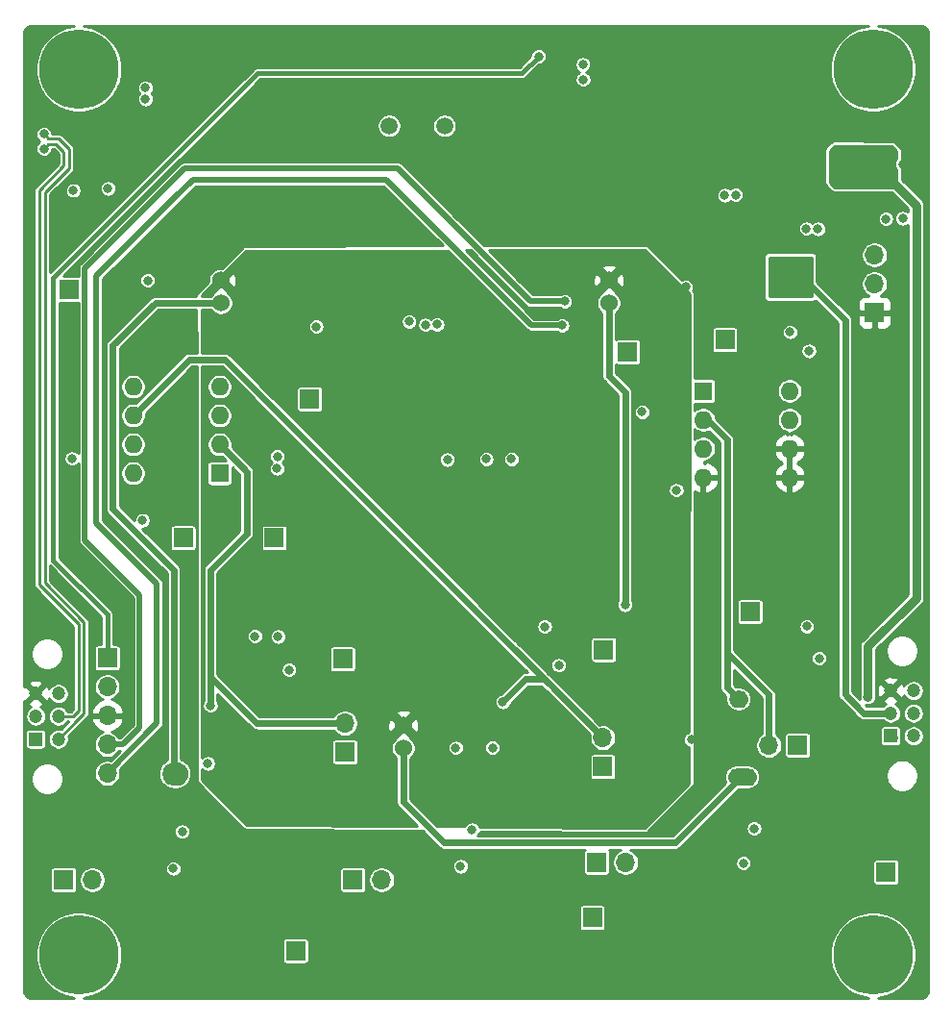
<source format=gbr>
%TF.GenerationSoftware,KiCad,Pcbnew,(5.1.6)-1*%
%TF.CreationDate,2021-11-24T20:01:51-05:00*%
%TF.ProjectId,mama_board,6d616d61-5f62-46f6-9172-642e6b696361,rev?*%
%TF.SameCoordinates,Original*%
%TF.FileFunction,Copper,L4,Bot*%
%TF.FilePolarity,Positive*%
%FSLAX46Y46*%
G04 Gerber Fmt 4.6, Leading zero omitted, Abs format (unit mm)*
G04 Created by KiCad (PCBNEW (5.1.6)-1) date 2021-11-24 20:01:51*
%MOMM*%
%LPD*%
G01*
G04 APERTURE LIST*
%TA.AperFunction,ComponentPad*%
%ADD10C,1.524000*%
%TD*%
%TA.AperFunction,ComponentPad*%
%ADD11O,1.600000X1.600000*%
%TD*%
%TA.AperFunction,ComponentPad*%
%ADD12R,1.600000X1.600000*%
%TD*%
%TA.AperFunction,ComponentPad*%
%ADD13C,7.000000*%
%TD*%
%TA.AperFunction,ComponentPad*%
%ADD14R,1.700000X1.700000*%
%TD*%
%TA.AperFunction,ComponentPad*%
%ADD15O,1.700000X1.700000*%
%TD*%
%TA.AperFunction,ComponentPad*%
%ADD16C,1.500000*%
%TD*%
%TA.AperFunction,ComponentPad*%
%ADD17C,1.200000*%
%TD*%
%TA.AperFunction,ComponentPad*%
%ADD18R,1.200000X1.200000*%
%TD*%
%TA.AperFunction,ViaPad*%
%ADD19C,0.800000*%
%TD*%
%TA.AperFunction,Conductor*%
%ADD20C,0.600000*%
%TD*%
%TA.AperFunction,Conductor*%
%ADD21C,0.420000*%
%TD*%
%TA.AperFunction,Conductor*%
%ADD22C,0.250000*%
%TD*%
%TA.AperFunction,Conductor*%
%ADD23C,0.500000*%
%TD*%
%TA.AperFunction,Conductor*%
%ADD24C,0.800000*%
%TD*%
%TA.AperFunction,Conductor*%
%ADD25C,0.254000*%
%TD*%
G04 APERTURE END LIST*
D10*
%TO.P,U15,2*%
%TO.N,+36V*%
X141600000Y-127800000D03*
%TO.P,U15,1*%
%TO.N,/Detector Circuit 3/SIPM_OUT_3*%
X141600000Y-129800000D03*
%TD*%
D11*
%TO.P,U11,8*%
%TO.N,+5V*%
X117780000Y-105600000D03*
%TO.P,U11,4*%
%TO.N,GND*%
X125400000Y-97980000D03*
%TO.P,U11,7*%
%TO.N,/Comparitor Circuits/INTERRUPT_2*%
X117780000Y-103060000D03*
%TO.P,U11,3*%
%TO.N,Net-(R32-Pad2)*%
X125400000Y-100520000D03*
%TO.P,U11,6*%
%TO.N,/AMP_OUT_2*%
X117780000Y-100520000D03*
%TO.P,U11,2*%
%TO.N,/AMP_OUT_1*%
X125400000Y-103060000D03*
%TO.P,U11,5*%
%TO.N,Net-(R34-Pad2)*%
X117780000Y-97980000D03*
D12*
%TO.P,U11,1*%
%TO.N,/Comparitor Circuits/INTERRUPT_1*%
X125400000Y-105600000D03*
%TD*%
D13*
%TO.P,REF\u002A\u002A,1*%
%TO.N,N/C*%
X183000000Y-70000000D03*
%TD*%
%TO.P,REF\u002A\u002A,1*%
%TO.N,N/C*%
X113000000Y-70000000D03*
%TD*%
%TO.P,REF\u002A\u002A,1*%
%TO.N,N/C*%
X113000000Y-148000000D03*
%TD*%
%TO.P,REF\u002A\u002A,1*%
%TO.N,N/C*%
X183000000Y-148000000D03*
%TD*%
D10*
%TO.P,U14,2*%
%TO.N,+36V*%
X159700000Y-88600000D03*
%TO.P,U14,1*%
%TO.N,/Detector Circuit 2/SIPM_OUT_2*%
X159700000Y-90600000D03*
%TD*%
%TO.P,U13,2*%
%TO.N,+36V*%
X125500000Y-88600000D03*
%TO.P,U13,1*%
%TO.N,/Detector Circuit 1/SIPM_OUT_1*%
X125500000Y-90600000D03*
%TD*%
D14*
%TO.P,TP6,1*%
%TO.N,/DET_ADC_3*%
X172148500Y-117792500D03*
%TD*%
%TO.P,TP3,1*%
%TO.N,Net-(C20-Pad2)*%
X158250000Y-144725000D03*
%TD*%
D15*
%TO.P,JP5,2*%
%TO.N,/Detector Circuit 3/Filter_IN*%
X161190000Y-139850000D03*
D14*
%TO.P,JP5,1*%
%TO.N,Net-(C24-Pad1)*%
X158650000Y-139850000D03*
%TD*%
D15*
%TO.P,JP2,2*%
%TO.N,/AMP_OUT_1*%
X136450000Y-127610000D03*
D14*
%TO.P,JP2,1*%
%TO.N,Net-(JP2-Pad1)*%
X136450000Y-130150000D03*
%TD*%
D16*
%TO.P,Y1,2*%
%TO.N,/Microcontroller/OSC2*%
X140340000Y-75000000D03*
%TO.P,Y1,1*%
%TO.N,/Microcontroller/OSC1*%
X145220000Y-75000000D03*
%TD*%
D11*
%TO.P,U12,8*%
%TO.N,+5V*%
X175645000Y-98350000D03*
%TO.P,U12,4*%
%TO.N,GND*%
X168025000Y-105970000D03*
%TO.P,U12,7*%
%TO.N,Net-(U12-Pad7)*%
X175645000Y-100890000D03*
%TO.P,U12,3*%
%TO.N,Net-(R36-Pad2)*%
X168025000Y-103430000D03*
%TO.P,U12,6*%
%TO.N,GND*%
X175645000Y-103430000D03*
%TO.P,U12,2*%
%TO.N,/AMP_OUT_3*%
X168025000Y-100890000D03*
%TO.P,U12,5*%
%TO.N,GND*%
X175645000Y-105970000D03*
D12*
%TO.P,U12,1*%
%TO.N,/Comparitor Circuits/INTERRUPT_3*%
X168025000Y-98350000D03*
%TD*%
D14*
%TO.P,TP12,1*%
%TO.N,/Comparitor Circuits/INTERRUPT_3*%
X161350000Y-94925000D03*
%TD*%
%TO.P,TP11,1*%
%TO.N,/Comparitor Circuits/INTERRUPT_2*%
X133350000Y-99060000D03*
%TD*%
%TO.P,TP10,1*%
%TO.N,/Comparitor Circuits/INTERRUPT_1*%
X130223260Y-111295180D03*
%TD*%
%TO.P,TP9,1*%
%TO.N,Net-(R36-Pad2)*%
X169935000Y-93845000D03*
%TD*%
%TO.P,TP8,1*%
%TO.N,Net-(R34-Pad2)*%
X112141000Y-89408000D03*
%TD*%
%TO.P,TP7,1*%
%TO.N,Net-(R32-Pad2)*%
X122190000Y-111290000D03*
%TD*%
%TO.P,TP5,1*%
%TO.N,Net-(C26-Pad2)*%
X184150000Y-140716000D03*
%TD*%
%TO.P,TP4,1*%
%TO.N,/DET_ADC_2*%
X159258000Y-121137680D03*
%TD*%
%TO.P,TP2,1*%
%TO.N,/DET_ADC_1*%
X136250000Y-121950000D03*
%TD*%
%TO.P,TP1,1*%
%TO.N,Net-(C12-Pad2)*%
X132100000Y-147650000D03*
%TD*%
D15*
%TO.P,JP6,2*%
%TO.N,/AMP_OUT_3*%
X173810000Y-129560000D03*
D14*
%TO.P,JP6,1*%
%TO.N,Net-(JP6-Pad1)*%
X176350000Y-129560000D03*
%TD*%
%TO.P,JP4,1*%
%TO.N,Net-(JP4-Pad1)*%
X159176720Y-131434840D03*
D15*
%TO.P,JP4,2*%
%TO.N,/AMP_OUT_2*%
X159176720Y-128894840D03*
%TD*%
%TO.P,JP3,2*%
%TO.N,/Detector Circuit 2/Filter_IN*%
X139690000Y-141400000D03*
D14*
%TO.P,JP3,1*%
%TO.N,Net-(C18-Pad1)*%
X137150000Y-141400000D03*
%TD*%
%TO.P,JP1,1*%
%TO.N,Net-(C7-Pad1)*%
X111650000Y-141400000D03*
D15*
%TO.P,JP1,2*%
%TO.N,/Detector Circuit 1/Filter_IN*%
X114190000Y-141400000D03*
%TD*%
D17*
%TO.P,J10,2*%
%TO.N,Net-(J10-Pad2)*%
X109190500Y-127000000D03*
D18*
%TO.P,J10,1*%
%TO.N,Net-(J10-Pad1)*%
X109190500Y-129000000D03*
D17*
%TO.P,J10,3*%
%TO.N,GND*%
X109190500Y-125000000D03*
%TO.P,J10,6*%
%TO.N,Net-(J10-Pad6)*%
X111190500Y-125000000D03*
%TO.P,J10,5*%
%TO.N,/Microcontroller/CANL*%
X111190500Y-127000000D03*
%TO.P,J10,4*%
%TO.N,/Microcontroller/CANH*%
X111190500Y-129000000D03*
%TD*%
D15*
%TO.P,J7,3*%
%TO.N,Net-(F3-Pad2)*%
X183124840Y-86374280D03*
%TO.P,J7,2*%
%TO.N,Net-(F1-Pad2)*%
X183124840Y-88914280D03*
D14*
%TO.P,J7,1*%
%TO.N,GND*%
X183124840Y-91454280D03*
%TD*%
D17*
%TO.P,J4,2*%
%TO.N,+37V*%
X184556400Y-126727200D03*
D18*
%TO.P,J4,1*%
%TO.N,+5.4V*%
X184556400Y-128727200D03*
D17*
%TO.P,J4,3*%
%TO.N,GND*%
X184556400Y-124727200D03*
%TO.P,J4,6*%
%TO.N,Net-(J4-Pad6)*%
X186556400Y-124727200D03*
%TO.P,J4,5*%
%TO.N,Net-(J4-Pad5)*%
X186556400Y-126727200D03*
%TO.P,J4,4*%
%TO.N,Net-(J4-Pad4)*%
X186556400Y-128727200D03*
%TD*%
D14*
%TO.P,J1,1*%
%TO.N,/Microcontroller/MCLR*%
X115500000Y-121860000D03*
D15*
%TO.P,J1,2*%
%TO.N,+5V*%
X115500000Y-124400000D03*
%TO.P,J1,3*%
%TO.N,GND*%
X115500000Y-126940000D03*
%TO.P,J1,4*%
%TO.N,/Microcontroller/ICSPDAT*%
X115500000Y-129480000D03*
%TO.P,J1,5*%
%TO.N,/Microcontroller/ICSPCLK*%
X115500000Y-132020000D03*
%TD*%
D19*
%TO.N,GND*%
X123108720Y-82351880D03*
X152115520Y-149644100D03*
X155850000Y-140900000D03*
X139548360Y-68656660D03*
X185602880Y-78364080D03*
X151132306Y-104352679D03*
X145478500Y-104394000D03*
X146320000Y-68710000D03*
X165656260Y-107091480D03*
X117400000Y-95400000D03*
X176629840Y-79999280D03*
X164534840Y-80469280D03*
X112537240Y-81724500D03*
X142108000Y-92230000D03*
X144648000Y-79276000D03*
X177779680Y-141239240D03*
X166989760Y-129047240D03*
X170299040Y-128993260D03*
X178183540Y-147662900D03*
X170942000Y-144018000D03*
X149445980Y-129758440D03*
X146212560Y-129778760D03*
X146116040Y-149796500D03*
X118350000Y-131250000D03*
X124350000Y-131150000D03*
X128513840Y-119954040D03*
X127828040Y-141980920D03*
X119266679Y-140400000D03*
X120035320Y-149509480D03*
X126527560Y-148544280D03*
X144593418Y-140208000D03*
X169519182Y-139957240D03*
X175125040Y-119087260D03*
X149265640Y-75854560D03*
X148909806Y-104352679D03*
X120908500Y-72644000D03*
X121076720Y-87505540D03*
X169994840Y-87299280D03*
X181504840Y-74194280D03*
X173646820Y-93139680D03*
X136331960Y-77388720D03*
X136291320Y-75890120D03*
X136337040Y-74295000D03*
X136316720Y-72953880D03*
X137459720Y-71775320D03*
X149270720Y-77343000D03*
X149230080Y-74269600D03*
X149250400Y-72765920D03*
X148193760Y-71661020D03*
X136306560Y-71798180D03*
X149275800Y-71666100D03*
X151457660Y-74874120D03*
X119811800Y-109804200D03*
X154051000Y-119100600D03*
%TO.N,+37V*%
X175854360Y-89458800D03*
X175821340Y-87398860D03*
X174300000Y-87375000D03*
X177217940Y-87399000D03*
%TO.N,+4.7V*%
X147655280Y-136982200D03*
%TO.N,+5.4V*%
X184594500Y-78371700D03*
X179650000Y-79850000D03*
%TO.N,+4.7V*%
X121322873Y-140400000D03*
X146643418Y-140208000D03*
X171569182Y-139934182D03*
X177157040Y-119087260D03*
X130548380Y-119979440D03*
%TO.N,+5.4V*%
X184584840Y-77177900D03*
X179675000Y-78875000D03*
%TO.N,+4.7V*%
X185610500Y-83146900D03*
X184124600Y-83197700D03*
X122097800Y-137154920D03*
X178247040Y-121899680D03*
X131526280Y-122915680D03*
X172511720Y-136875520D03*
X155305760Y-122504200D03*
%TO.N,+36V*%
X164854840Y-89179280D03*
X163111180Y-89168480D03*
X166469060Y-89183720D03*
%TO.N,+5V*%
X133925000Y-92675000D03*
X112400000Y-104300000D03*
X162650000Y-100200000D03*
X178124840Y-84084280D03*
X177104840Y-84064280D03*
X169914840Y-81119280D03*
X144570000Y-92500000D03*
X157445000Y-70927000D03*
X157435000Y-69597000D03*
X118863000Y-71644000D03*
X143540000Y-92530000D03*
X118863000Y-72644000D03*
X119054880Y-88615520D03*
X115570000Y-80518000D03*
X112500000Y-80700000D03*
X170874840Y-81091280D03*
X175676560Y-93157040D03*
X177342800Y-94828360D03*
X118592600Y-109740700D03*
X130480000Y-104120000D03*
X130475000Y-105175000D03*
%TO.N,/AMP_OUT_1*%
X124600000Y-126050000D03*
%TO.N,/AMP_OUT_2*%
X150368000Y-125730000D03*
%TO.N,/AMP_OUT_3*%
X171061040Y-125437260D03*
%TO.N,/Detector Circuit 1/SIPM_OUT_1*%
X121410000Y-132040000D03*
%TO.N,/Detector Circuit 2/SIPM_OUT_2*%
X161137600Y-117180360D03*
%TO.N,/Detector Circuit 3/SIPM_OUT_3*%
X171350000Y-132360000D03*
%TO.N,/Microcontroller/MCLR*%
X153515000Y-68897000D03*
%TO.N,/Microcontroller/ICSPDAT*%
X155824000Y-90452000D03*
%TO.N,/Microcontroller/ICSPCLK*%
X155575000Y-92583000D03*
%TO.N,/Microcontroller/CANH*%
X109910000Y-75730000D03*
%TO.N,/Microcontroller/CANL*%
X109910000Y-77010000D03*
%TO.N,+5.4V*%
X182537100Y-125310900D03*
%TD*%
D20*
%TO.N,+37V*%
X180525420Y-92102940D02*
X175821340Y-87398860D01*
X180525420Y-125095000D02*
X180525420Y-92102940D01*
X184556400Y-126727200D02*
X182157620Y-126727200D01*
X182157620Y-126727200D02*
X181734460Y-126304040D01*
X181734460Y-126304040D02*
X180525420Y-125095000D01*
D21*
%TO.N,+5.4V*%
X184928000Y-128873000D02*
X184873000Y-128873000D01*
D20*
%TO.N,/AMP_OUT_1*%
X127800000Y-110914998D02*
X124600000Y-114114998D01*
X127800000Y-110914998D02*
X127800000Y-105460000D01*
X125400000Y-103060000D02*
X127800000Y-105460000D01*
X124600000Y-126050000D02*
X124600000Y-123547840D01*
X124600000Y-123547840D02*
X124600000Y-114114998D01*
X128662160Y-127610000D02*
X124600000Y-123547840D01*
X136450000Y-127610000D02*
X128662160Y-127610000D01*
%TO.N,/AMP_OUT_2*%
X117780000Y-100520000D02*
X122700000Y-95600000D01*
X150368000Y-125730000D02*
X152364440Y-123733560D01*
D21*
X154015440Y-123733560D02*
X154617420Y-124335540D01*
D20*
X152364440Y-123733560D02*
X154015440Y-123733560D01*
X151196040Y-120914160D02*
X154617420Y-124335540D01*
X154617420Y-124335540D02*
X159176720Y-128894840D01*
D21*
X151196040Y-120914160D02*
X151190960Y-120914160D01*
D20*
X125876800Y-95600000D02*
X122700000Y-95600000D01*
X151190960Y-120914160D02*
X125876800Y-95600000D01*
%TO.N,/AMP_OUT_3*%
X170119040Y-124495260D02*
X171061040Y-125437260D01*
X170119040Y-107659040D02*
X170119040Y-110199040D01*
X170119040Y-102634040D02*
X170119040Y-107659040D01*
X168025000Y-100540000D02*
X170119040Y-102634040D01*
X173810000Y-129560000D02*
X173810000Y-125097880D01*
X170119040Y-124495260D02*
X170119040Y-121406920D01*
X173810000Y-125097880D02*
X170119040Y-121406920D01*
X170119040Y-121406920D02*
X170119040Y-110199040D01*
%TO.N,/Detector Circuit 1/SIPM_OUT_1*%
X125500000Y-90600000D02*
X119740000Y-90600000D01*
X119740000Y-90600000D02*
X115980000Y-94360000D01*
X115980000Y-94360000D02*
X115980000Y-108730000D01*
X115980000Y-108730000D02*
X121380000Y-114130000D01*
X121380000Y-114130000D02*
X121380000Y-132010000D01*
D22*
X121380000Y-132010000D02*
X121410000Y-132040000D01*
D20*
%TO.N,/Detector Circuit 2/SIPM_OUT_2*%
X161137600Y-117180360D02*
X161137600Y-98445320D01*
X159700000Y-97007720D02*
X159700000Y-90600000D01*
X161137600Y-98445320D02*
X159700000Y-97007720D01*
%TO.N,/Detector Circuit 3/SIPM_OUT_3*%
X171350000Y-132360000D02*
X165589880Y-138120120D01*
X165589880Y-138120120D02*
X145155920Y-138120120D01*
X141600000Y-134564200D02*
X141600000Y-129800000D01*
X145155920Y-138120120D02*
X141600000Y-134564200D01*
D21*
%TO.N,/Microcontroller/MCLR*%
X128778000Y-70358000D02*
X152054000Y-70358000D01*
X121539000Y-77597000D02*
X128778000Y-70358000D01*
X115500000Y-118040000D02*
X110744000Y-113284000D01*
X152054000Y-70358000D02*
X153515000Y-68897000D01*
X115500000Y-121860000D02*
X115500000Y-118040000D01*
X110744000Y-88366998D02*
X121513998Y-77597000D01*
X110744000Y-113284000D02*
X110744000Y-88366998D01*
X121513998Y-77597000D02*
X121539000Y-77597000D01*
D23*
%TO.N,/Microcontroller/ICSPDAT*%
X118364000Y-116332000D02*
X118364000Y-128016000D01*
X113538000Y-111506000D02*
X118364000Y-116332000D01*
X113538000Y-87515174D02*
X122313174Y-78740000D01*
X113538000Y-111506000D02*
X113538000Y-87515174D01*
X122313174Y-78740000D02*
X141097000Y-78740000D01*
X152809000Y-90452000D02*
X155824000Y-90452000D01*
X141097000Y-78740000D02*
X152809000Y-90452000D01*
X116900000Y-129480000D02*
X118364000Y-128016000D01*
X115500000Y-129480000D02*
X116900000Y-129480000D01*
%TO.N,/Microcontroller/ICSPCLK*%
X119888000Y-115316000D02*
X114808000Y-110236000D01*
X114808000Y-110236000D02*
X114554000Y-109982000D01*
X114554000Y-109982000D02*
X114554000Y-89662000D01*
X119888000Y-127632000D02*
X119888000Y-115316000D01*
X152268000Y-91943000D02*
X140081000Y-79756000D01*
X114554000Y-89662000D02*
X114554000Y-88265000D01*
X114554000Y-88265000D02*
X121412000Y-81407000D01*
X140081000Y-79756000D02*
X123063000Y-79756000D01*
X121412000Y-81407000D02*
X123063000Y-79756000D01*
X152908000Y-92583000D02*
X152268000Y-91943000D01*
X155575000Y-92583000D02*
X152908000Y-92583000D01*
X115500000Y-132020000D02*
X119888000Y-127632000D01*
D22*
%TO.N,/Microcontroller/CANH*%
X113460000Y-118706446D02*
X109990000Y-115236446D01*
X109990000Y-115236446D02*
X109990000Y-80883554D01*
X109990000Y-80883554D02*
X112150000Y-78723554D01*
X112150000Y-78723554D02*
X112150000Y-77086446D01*
X111183554Y-76120000D02*
X110300000Y-76120000D01*
X112150000Y-77086446D02*
X111183554Y-76120000D01*
X110300000Y-76120000D02*
X109910000Y-75730000D01*
X113460000Y-126730500D02*
X112836947Y-127353553D01*
X113460000Y-118706446D02*
X113460000Y-126730500D01*
X112836947Y-127353553D02*
X111190500Y-129000000D01*
%TO.N,/Microcontroller/CANL*%
X112960000Y-118913554D02*
X109490000Y-115443554D01*
X109490000Y-115443554D02*
X109490000Y-80676446D01*
X109490000Y-80676446D02*
X111650000Y-78516446D01*
X111650000Y-78516446D02*
X111650000Y-77293554D01*
X110976446Y-76620000D02*
X110300000Y-76620000D01*
X110300000Y-76620000D02*
X109910000Y-77010000D01*
X111650000Y-77293554D02*
X110976446Y-76620000D01*
X112483393Y-127000000D02*
X111190500Y-127000000D01*
X112960000Y-126523393D02*
X112483393Y-127000000D01*
X112960000Y-118913554D02*
X112960000Y-126523393D01*
D24*
%TO.N,+5.4V*%
X184594500Y-78371700D02*
X184594500Y-79819500D01*
X184594500Y-79819500D02*
X186804300Y-82029300D01*
X186804300Y-82029300D02*
X186804300Y-115481100D01*
X186804300Y-115481100D02*
X186804300Y-116560600D01*
X186804300Y-116560600D02*
X182537100Y-120827800D01*
X182537100Y-120827800D02*
X182537100Y-125310900D01*
%TD*%
D25*
%TO.N,GND*%
G36*
X111883705Y-66320070D02*
G01*
X111187236Y-66608557D01*
X110560430Y-67027375D01*
X110027375Y-67560430D01*
X109608557Y-68187236D01*
X109320070Y-68883705D01*
X109173000Y-69623073D01*
X109173000Y-70376927D01*
X109320070Y-71116295D01*
X109608557Y-71812764D01*
X110027375Y-72439570D01*
X110560430Y-72972625D01*
X111187236Y-73391443D01*
X111883705Y-73679930D01*
X112623073Y-73827000D01*
X113376927Y-73827000D01*
X114116295Y-73679930D01*
X114812764Y-73391443D01*
X115439570Y-72972625D01*
X115972625Y-72439570D01*
X116391443Y-71812764D01*
X116491006Y-71572397D01*
X118136000Y-71572397D01*
X118136000Y-71715603D01*
X118163938Y-71856058D01*
X118218741Y-71988364D01*
X118298302Y-72107436D01*
X118334866Y-72144000D01*
X118298302Y-72180564D01*
X118218741Y-72299636D01*
X118163938Y-72431942D01*
X118136000Y-72572397D01*
X118136000Y-72715603D01*
X118163938Y-72856058D01*
X118218741Y-72988364D01*
X118298302Y-73107436D01*
X118399564Y-73208698D01*
X118518636Y-73288259D01*
X118650942Y-73343062D01*
X118791397Y-73371000D01*
X118934603Y-73371000D01*
X119075058Y-73343062D01*
X119207364Y-73288259D01*
X119326436Y-73208698D01*
X119427698Y-73107436D01*
X119507259Y-72988364D01*
X119562062Y-72856058D01*
X119590000Y-72715603D01*
X119590000Y-72572397D01*
X119562062Y-72431942D01*
X119507259Y-72299636D01*
X119427698Y-72180564D01*
X119391134Y-72144000D01*
X119427698Y-72107436D01*
X119507259Y-71988364D01*
X119562062Y-71856058D01*
X119590000Y-71715603D01*
X119590000Y-71572397D01*
X119562062Y-71431942D01*
X119507259Y-71299636D01*
X119427698Y-71180564D01*
X119326436Y-71079302D01*
X119207364Y-70999741D01*
X119075058Y-70944938D01*
X118934603Y-70917000D01*
X118791397Y-70917000D01*
X118650942Y-70944938D01*
X118518636Y-70999741D01*
X118399564Y-71079302D01*
X118298302Y-71180564D01*
X118218741Y-71299636D01*
X118163938Y-71431942D01*
X118136000Y-71572397D01*
X116491006Y-71572397D01*
X116679930Y-71116295D01*
X116827000Y-70376927D01*
X116827000Y-69623073D01*
X116679930Y-68883705D01*
X116391443Y-68187236D01*
X115972625Y-67560430D01*
X115439570Y-67027375D01*
X114812764Y-66608557D01*
X114116295Y-66320070D01*
X113397036Y-66177000D01*
X182602964Y-66177000D01*
X181883705Y-66320070D01*
X181187236Y-66608557D01*
X180560430Y-67027375D01*
X180027375Y-67560430D01*
X179608557Y-68187236D01*
X179320070Y-68883705D01*
X179173000Y-69623073D01*
X179173000Y-70376927D01*
X179320070Y-71116295D01*
X179608557Y-71812764D01*
X180027375Y-72439570D01*
X180560430Y-72972625D01*
X181187236Y-73391443D01*
X181883705Y-73679930D01*
X182623073Y-73827000D01*
X183376927Y-73827000D01*
X184116295Y-73679930D01*
X184812764Y-73391443D01*
X185439570Y-72972625D01*
X185972625Y-72439570D01*
X186391443Y-71812764D01*
X186679930Y-71116295D01*
X186827000Y-70376927D01*
X186827000Y-69623073D01*
X186679930Y-68883705D01*
X186391443Y-68187236D01*
X185972625Y-67560430D01*
X185439570Y-67027375D01*
X184812764Y-66608557D01*
X184116295Y-66320070D01*
X183397036Y-66177000D01*
X187277736Y-66177000D01*
X187333850Y-66194022D01*
X187484672Y-66274638D01*
X187616870Y-66383130D01*
X187725362Y-66515328D01*
X187805978Y-66666150D01*
X187823001Y-66722267D01*
X187823000Y-151277736D01*
X187805978Y-151333850D01*
X187725362Y-151484672D01*
X187616870Y-151616870D01*
X187484672Y-151725362D01*
X187333850Y-151805978D01*
X187277736Y-151823000D01*
X183397036Y-151823000D01*
X184116295Y-151679930D01*
X184812764Y-151391443D01*
X185439570Y-150972625D01*
X185972625Y-150439570D01*
X186391443Y-149812764D01*
X186679930Y-149116295D01*
X186827000Y-148376927D01*
X186827000Y-147623073D01*
X186679930Y-146883705D01*
X186391443Y-146187236D01*
X185972625Y-145560430D01*
X185439570Y-145027375D01*
X184812764Y-144608557D01*
X184116295Y-144320070D01*
X183376927Y-144173000D01*
X182623073Y-144173000D01*
X181883705Y-144320070D01*
X181187236Y-144608557D01*
X180560430Y-145027375D01*
X180027375Y-145560430D01*
X179608557Y-146187236D01*
X179320070Y-146883705D01*
X179173000Y-147623073D01*
X179173000Y-148376927D01*
X179320070Y-149116295D01*
X179608557Y-149812764D01*
X180027375Y-150439570D01*
X180560430Y-150972625D01*
X181187236Y-151391443D01*
X181883705Y-151679930D01*
X182602964Y-151823000D01*
X113397036Y-151823000D01*
X114116295Y-151679930D01*
X114812764Y-151391443D01*
X115439570Y-150972625D01*
X115972625Y-150439570D01*
X116391443Y-149812764D01*
X116679930Y-149116295D01*
X116827000Y-148376927D01*
X116827000Y-147623073D01*
X116679930Y-146883705D01*
X116645259Y-146800000D01*
X130921418Y-146800000D01*
X130921418Y-148500000D01*
X130927732Y-148564103D01*
X130946430Y-148625743D01*
X130976794Y-148682550D01*
X131017657Y-148732343D01*
X131067450Y-148773206D01*
X131124257Y-148803570D01*
X131185897Y-148822268D01*
X131250000Y-148828582D01*
X132950000Y-148828582D01*
X133014103Y-148822268D01*
X133075743Y-148803570D01*
X133132550Y-148773206D01*
X133182343Y-148732343D01*
X133223206Y-148682550D01*
X133253570Y-148625743D01*
X133272268Y-148564103D01*
X133278582Y-148500000D01*
X133278582Y-146800000D01*
X133272268Y-146735897D01*
X133253570Y-146674257D01*
X133223206Y-146617450D01*
X133182343Y-146567657D01*
X133132550Y-146526794D01*
X133075743Y-146496430D01*
X133014103Y-146477732D01*
X132950000Y-146471418D01*
X131250000Y-146471418D01*
X131185897Y-146477732D01*
X131124257Y-146496430D01*
X131067450Y-146526794D01*
X131017657Y-146567657D01*
X130976794Y-146617450D01*
X130946430Y-146674257D01*
X130927732Y-146735897D01*
X130921418Y-146800000D01*
X116645259Y-146800000D01*
X116391443Y-146187236D01*
X115972625Y-145560430D01*
X115439570Y-145027375D01*
X114812764Y-144608557D01*
X114116295Y-144320070D01*
X113376927Y-144173000D01*
X112623073Y-144173000D01*
X111883705Y-144320070D01*
X111187236Y-144608557D01*
X110560430Y-145027375D01*
X110027375Y-145560430D01*
X109608557Y-146187236D01*
X109320070Y-146883705D01*
X109173000Y-147623073D01*
X109173000Y-148376927D01*
X109320070Y-149116295D01*
X109608557Y-149812764D01*
X110027375Y-150439570D01*
X110560430Y-150972625D01*
X111187236Y-151391443D01*
X111883705Y-151679930D01*
X112602964Y-151823000D01*
X108722264Y-151823000D01*
X108666150Y-151805978D01*
X108515328Y-151725362D01*
X108383130Y-151616870D01*
X108274638Y-151484672D01*
X108194022Y-151333850D01*
X108177000Y-151277736D01*
X108177000Y-143875000D01*
X157071418Y-143875000D01*
X157071418Y-145575000D01*
X157077732Y-145639103D01*
X157096430Y-145700743D01*
X157126794Y-145757550D01*
X157167657Y-145807343D01*
X157217450Y-145848206D01*
X157274257Y-145878570D01*
X157335897Y-145897268D01*
X157400000Y-145903582D01*
X159100000Y-145903582D01*
X159164103Y-145897268D01*
X159225743Y-145878570D01*
X159282550Y-145848206D01*
X159332343Y-145807343D01*
X159373206Y-145757550D01*
X159403570Y-145700743D01*
X159422268Y-145639103D01*
X159428582Y-145575000D01*
X159428582Y-143875000D01*
X159422268Y-143810897D01*
X159403570Y-143749257D01*
X159373206Y-143692450D01*
X159332343Y-143642657D01*
X159282550Y-143601794D01*
X159225743Y-143571430D01*
X159164103Y-143552732D01*
X159100000Y-143546418D01*
X157400000Y-143546418D01*
X157335897Y-143552732D01*
X157274257Y-143571430D01*
X157217450Y-143601794D01*
X157167657Y-143642657D01*
X157126794Y-143692450D01*
X157096430Y-143749257D01*
X157077732Y-143810897D01*
X157071418Y-143875000D01*
X108177000Y-143875000D01*
X108177000Y-140550000D01*
X110471418Y-140550000D01*
X110471418Y-142250000D01*
X110477732Y-142314103D01*
X110496430Y-142375743D01*
X110526794Y-142432550D01*
X110567657Y-142482343D01*
X110617450Y-142523206D01*
X110674257Y-142553570D01*
X110735897Y-142572268D01*
X110800000Y-142578582D01*
X112500000Y-142578582D01*
X112564103Y-142572268D01*
X112625743Y-142553570D01*
X112682550Y-142523206D01*
X112732343Y-142482343D01*
X112773206Y-142432550D01*
X112803570Y-142375743D01*
X112822268Y-142314103D01*
X112828582Y-142250000D01*
X112828582Y-141284076D01*
X113013000Y-141284076D01*
X113013000Y-141515924D01*
X113058231Y-141743318D01*
X113146956Y-141957519D01*
X113275764Y-142150294D01*
X113439706Y-142314236D01*
X113632481Y-142443044D01*
X113846682Y-142531769D01*
X114074076Y-142577000D01*
X114305924Y-142577000D01*
X114533318Y-142531769D01*
X114747519Y-142443044D01*
X114940294Y-142314236D01*
X115104236Y-142150294D01*
X115233044Y-141957519D01*
X115321769Y-141743318D01*
X115367000Y-141515924D01*
X115367000Y-141284076D01*
X115321769Y-141056682D01*
X115233044Y-140842481D01*
X115104236Y-140649706D01*
X114940294Y-140485764D01*
X114747519Y-140356956D01*
X114678572Y-140328397D01*
X120595873Y-140328397D01*
X120595873Y-140471603D01*
X120623811Y-140612058D01*
X120678614Y-140744364D01*
X120758175Y-140863436D01*
X120859437Y-140964698D01*
X120978509Y-141044259D01*
X121110815Y-141099062D01*
X121251270Y-141127000D01*
X121394476Y-141127000D01*
X121534931Y-141099062D01*
X121667237Y-141044259D01*
X121786309Y-140964698D01*
X121887571Y-140863436D01*
X121967132Y-140744364D01*
X122021935Y-140612058D01*
X122034278Y-140550000D01*
X135971418Y-140550000D01*
X135971418Y-142250000D01*
X135977732Y-142314103D01*
X135996430Y-142375743D01*
X136026794Y-142432550D01*
X136067657Y-142482343D01*
X136117450Y-142523206D01*
X136174257Y-142553570D01*
X136235897Y-142572268D01*
X136300000Y-142578582D01*
X138000000Y-142578582D01*
X138064103Y-142572268D01*
X138125743Y-142553570D01*
X138182550Y-142523206D01*
X138232343Y-142482343D01*
X138273206Y-142432550D01*
X138303570Y-142375743D01*
X138322268Y-142314103D01*
X138328582Y-142250000D01*
X138328582Y-141284076D01*
X138513000Y-141284076D01*
X138513000Y-141515924D01*
X138558231Y-141743318D01*
X138646956Y-141957519D01*
X138775764Y-142150294D01*
X138939706Y-142314236D01*
X139132481Y-142443044D01*
X139346682Y-142531769D01*
X139574076Y-142577000D01*
X139805924Y-142577000D01*
X140033318Y-142531769D01*
X140247519Y-142443044D01*
X140440294Y-142314236D01*
X140604236Y-142150294D01*
X140733044Y-141957519D01*
X140821769Y-141743318D01*
X140867000Y-141515924D01*
X140867000Y-141284076D01*
X140821769Y-141056682D01*
X140733044Y-140842481D01*
X140604236Y-140649706D01*
X140440294Y-140485764D01*
X140247519Y-140356956D01*
X140033318Y-140268231D01*
X139805924Y-140223000D01*
X139574076Y-140223000D01*
X139346682Y-140268231D01*
X139132481Y-140356956D01*
X138939706Y-140485764D01*
X138775764Y-140649706D01*
X138646956Y-140842481D01*
X138558231Y-141056682D01*
X138513000Y-141284076D01*
X138328582Y-141284076D01*
X138328582Y-140550000D01*
X138322268Y-140485897D01*
X138303570Y-140424257D01*
X138273206Y-140367450D01*
X138232343Y-140317657D01*
X138182550Y-140276794D01*
X138125743Y-140246430D01*
X138064103Y-140227732D01*
X138000000Y-140221418D01*
X136300000Y-140221418D01*
X136235897Y-140227732D01*
X136174257Y-140246430D01*
X136117450Y-140276794D01*
X136067657Y-140317657D01*
X136026794Y-140367450D01*
X135996430Y-140424257D01*
X135977732Y-140485897D01*
X135971418Y-140550000D01*
X122034278Y-140550000D01*
X122049873Y-140471603D01*
X122049873Y-140328397D01*
X122021935Y-140187942D01*
X122000585Y-140136397D01*
X145916418Y-140136397D01*
X145916418Y-140279603D01*
X145944356Y-140420058D01*
X145999159Y-140552364D01*
X146078720Y-140671436D01*
X146179982Y-140772698D01*
X146299054Y-140852259D01*
X146431360Y-140907062D01*
X146571815Y-140935000D01*
X146715021Y-140935000D01*
X146855476Y-140907062D01*
X146987782Y-140852259D01*
X147106854Y-140772698D01*
X147208116Y-140671436D01*
X147287677Y-140552364D01*
X147342480Y-140420058D01*
X147370418Y-140279603D01*
X147370418Y-140136397D01*
X147342480Y-139995942D01*
X147287677Y-139863636D01*
X147208116Y-139744564D01*
X147106854Y-139643302D01*
X146987782Y-139563741D01*
X146855476Y-139508938D01*
X146715021Y-139481000D01*
X146571815Y-139481000D01*
X146431360Y-139508938D01*
X146299054Y-139563741D01*
X146179982Y-139643302D01*
X146078720Y-139744564D01*
X145999159Y-139863636D01*
X145944356Y-139995942D01*
X145916418Y-140136397D01*
X122000585Y-140136397D01*
X121967132Y-140055636D01*
X121887571Y-139936564D01*
X121786309Y-139835302D01*
X121667237Y-139755741D01*
X121534931Y-139700938D01*
X121394476Y-139673000D01*
X121251270Y-139673000D01*
X121110815Y-139700938D01*
X120978509Y-139755741D01*
X120859437Y-139835302D01*
X120758175Y-139936564D01*
X120678614Y-140055636D01*
X120623811Y-140187942D01*
X120595873Y-140328397D01*
X114678572Y-140328397D01*
X114533318Y-140268231D01*
X114305924Y-140223000D01*
X114074076Y-140223000D01*
X113846682Y-140268231D01*
X113632481Y-140356956D01*
X113439706Y-140485764D01*
X113275764Y-140649706D01*
X113146956Y-140842481D01*
X113058231Y-141056682D01*
X113013000Y-141284076D01*
X112828582Y-141284076D01*
X112828582Y-140550000D01*
X112822268Y-140485897D01*
X112803570Y-140424257D01*
X112773206Y-140367450D01*
X112732343Y-140317657D01*
X112682550Y-140276794D01*
X112625743Y-140246430D01*
X112564103Y-140227732D01*
X112500000Y-140221418D01*
X110800000Y-140221418D01*
X110735897Y-140227732D01*
X110674257Y-140246430D01*
X110617450Y-140276794D01*
X110567657Y-140317657D01*
X110526794Y-140367450D01*
X110496430Y-140424257D01*
X110477732Y-140485897D01*
X110471418Y-140550000D01*
X108177000Y-140550000D01*
X108177000Y-137083317D01*
X121370800Y-137083317D01*
X121370800Y-137226523D01*
X121398738Y-137366978D01*
X121453541Y-137499284D01*
X121533102Y-137618356D01*
X121634364Y-137719618D01*
X121753436Y-137799179D01*
X121885742Y-137853982D01*
X122026197Y-137881920D01*
X122169403Y-137881920D01*
X122309858Y-137853982D01*
X122442164Y-137799179D01*
X122561236Y-137719618D01*
X122662498Y-137618356D01*
X122742059Y-137499284D01*
X122796862Y-137366978D01*
X122824800Y-137226523D01*
X122824800Y-137083317D01*
X122796862Y-136942862D01*
X122742059Y-136810556D01*
X122662498Y-136691484D01*
X122561236Y-136590222D01*
X122442164Y-136510661D01*
X122309858Y-136455858D01*
X122169403Y-136427920D01*
X122026197Y-136427920D01*
X121885742Y-136455858D01*
X121753436Y-136510661D01*
X121634364Y-136590222D01*
X121533102Y-136691484D01*
X121453541Y-136810556D01*
X121398738Y-136942862D01*
X121370800Y-137083317D01*
X108177000Y-137083317D01*
X108177000Y-132359453D01*
X108763500Y-132359453D01*
X108763500Y-132640547D01*
X108818338Y-132916241D01*
X108925909Y-133175938D01*
X109082076Y-133409660D01*
X109280840Y-133608424D01*
X109514562Y-133764591D01*
X109774259Y-133872162D01*
X110049953Y-133927000D01*
X110331047Y-133927000D01*
X110606741Y-133872162D01*
X110866438Y-133764591D01*
X111100160Y-133608424D01*
X111298924Y-133409660D01*
X111455091Y-133175938D01*
X111562662Y-132916241D01*
X111617500Y-132640547D01*
X111617500Y-132359453D01*
X111562662Y-132083759D01*
X111455091Y-131824062D01*
X111298924Y-131590340D01*
X111100160Y-131391576D01*
X110866438Y-131235409D01*
X110606741Y-131127838D01*
X110331047Y-131073000D01*
X110049953Y-131073000D01*
X109774259Y-131127838D01*
X109514562Y-131235409D01*
X109280840Y-131391576D01*
X109082076Y-131590340D01*
X108925909Y-131824062D01*
X108818338Y-132083759D01*
X108763500Y-132359453D01*
X108177000Y-132359453D01*
X108177000Y-128400000D01*
X108261918Y-128400000D01*
X108261918Y-129600000D01*
X108268232Y-129664103D01*
X108286930Y-129725743D01*
X108317294Y-129782550D01*
X108358157Y-129832343D01*
X108407950Y-129873206D01*
X108464757Y-129903570D01*
X108526397Y-129922268D01*
X108590500Y-129928582D01*
X109790500Y-129928582D01*
X109854603Y-129922268D01*
X109916243Y-129903570D01*
X109973050Y-129873206D01*
X110022843Y-129832343D01*
X110063706Y-129782550D01*
X110094070Y-129725743D01*
X110112768Y-129664103D01*
X110119082Y-129600000D01*
X110119082Y-128400000D01*
X110112768Y-128335897D01*
X110094070Y-128274257D01*
X110063706Y-128217450D01*
X110022843Y-128167657D01*
X109973050Y-128126794D01*
X109916243Y-128096430D01*
X109854603Y-128077732D01*
X109790500Y-128071418D01*
X108590500Y-128071418D01*
X108526397Y-128077732D01*
X108464757Y-128096430D01*
X108407950Y-128126794D01*
X108358157Y-128167657D01*
X108317294Y-128217450D01*
X108286930Y-128274257D01*
X108268232Y-128335897D01*
X108261918Y-128400000D01*
X108177000Y-128400000D01*
X108177000Y-126908699D01*
X108263500Y-126908699D01*
X108263500Y-127091301D01*
X108299124Y-127270396D01*
X108369004Y-127439099D01*
X108470452Y-127590928D01*
X108599572Y-127720048D01*
X108751401Y-127821496D01*
X108920104Y-127891376D01*
X109099199Y-127927000D01*
X109281801Y-127927000D01*
X109460896Y-127891376D01*
X109629599Y-127821496D01*
X109781428Y-127720048D01*
X109910548Y-127590928D01*
X110011996Y-127439099D01*
X110081876Y-127270396D01*
X110117500Y-127091301D01*
X110117500Y-126908699D01*
X110081876Y-126729604D01*
X110011996Y-126560901D01*
X109910548Y-126409072D01*
X109781428Y-126279952D01*
X109629599Y-126178504D01*
X109598919Y-126165796D01*
X109736918Y-126114202D01*
X109813352Y-126073348D01*
X109860659Y-125849764D01*
X109190500Y-125179605D01*
X108520341Y-125849764D01*
X108567648Y-126073348D01*
X108776011Y-126168310D01*
X108751401Y-126178504D01*
X108599572Y-126279952D01*
X108470452Y-126409072D01*
X108369004Y-126560901D01*
X108299124Y-126729604D01*
X108263500Y-126908699D01*
X108177000Y-126908699D01*
X108177000Y-125635515D01*
X108340736Y-125670159D01*
X109010895Y-125000000D01*
X109370105Y-125000000D01*
X110040264Y-125670159D01*
X110263848Y-125622852D01*
X110358810Y-125414489D01*
X110369004Y-125439099D01*
X110470452Y-125590928D01*
X110599572Y-125720048D01*
X110751401Y-125821496D01*
X110920104Y-125891376D01*
X111099199Y-125927000D01*
X111281801Y-125927000D01*
X111460896Y-125891376D01*
X111629599Y-125821496D01*
X111781428Y-125720048D01*
X111910548Y-125590928D01*
X112011996Y-125439099D01*
X112081876Y-125270396D01*
X112117500Y-125091301D01*
X112117500Y-124908699D01*
X112081876Y-124729604D01*
X112011996Y-124560901D01*
X111910548Y-124409072D01*
X111781428Y-124279952D01*
X111629599Y-124178504D01*
X111460896Y-124108624D01*
X111281801Y-124073000D01*
X111099199Y-124073000D01*
X110920104Y-124108624D01*
X110751401Y-124178504D01*
X110599572Y-124279952D01*
X110470452Y-124409072D01*
X110369004Y-124560901D01*
X110356296Y-124591581D01*
X110304702Y-124453582D01*
X110263848Y-124377148D01*
X110040264Y-124329841D01*
X109370105Y-125000000D01*
X109010895Y-125000000D01*
X108340736Y-124329841D01*
X108177000Y-124364485D01*
X108177000Y-124150236D01*
X108520341Y-124150236D01*
X109190500Y-124820395D01*
X109860659Y-124150236D01*
X109813352Y-123926652D01*
X109591984Y-123825763D01*
X109355187Y-123770000D01*
X109112062Y-123761505D01*
X108871951Y-123800605D01*
X108644082Y-123885798D01*
X108567648Y-123926652D01*
X108520341Y-124150236D01*
X108177000Y-124150236D01*
X108177000Y-121359453D01*
X108763500Y-121359453D01*
X108763500Y-121640547D01*
X108818338Y-121916241D01*
X108925909Y-122175938D01*
X109082076Y-122409660D01*
X109280840Y-122608424D01*
X109514562Y-122764591D01*
X109774259Y-122872162D01*
X110049953Y-122927000D01*
X110331047Y-122927000D01*
X110606741Y-122872162D01*
X110866438Y-122764591D01*
X111100160Y-122608424D01*
X111298924Y-122409660D01*
X111455091Y-122175938D01*
X111562662Y-121916241D01*
X111617500Y-121640547D01*
X111617500Y-121359453D01*
X111562662Y-121083759D01*
X111455091Y-120824062D01*
X111298924Y-120590340D01*
X111100160Y-120391576D01*
X110866438Y-120235409D01*
X110606741Y-120127838D01*
X110331047Y-120073000D01*
X110049953Y-120073000D01*
X109774259Y-120127838D01*
X109514562Y-120235409D01*
X109280840Y-120391576D01*
X109082076Y-120590340D01*
X108925909Y-120824062D01*
X108818338Y-121083759D01*
X108763500Y-121359453D01*
X108177000Y-121359453D01*
X108177000Y-80676446D01*
X109035813Y-80676446D01*
X109038001Y-80698661D01*
X109038000Y-115421349D01*
X109035813Y-115443554D01*
X109044540Y-115532161D01*
X109069393Y-115614089D01*
X109070386Y-115617363D01*
X109112357Y-115695886D01*
X109168841Y-115764713D01*
X109186100Y-115778877D01*
X112508000Y-119100779D01*
X112508001Y-126336168D01*
X112296169Y-126548000D01*
X112003376Y-126548000D01*
X111910548Y-126409072D01*
X111781428Y-126279952D01*
X111629599Y-126178504D01*
X111460896Y-126108624D01*
X111281801Y-126073000D01*
X111099199Y-126073000D01*
X110920104Y-126108624D01*
X110751401Y-126178504D01*
X110599572Y-126279952D01*
X110470452Y-126409072D01*
X110369004Y-126560901D01*
X110299124Y-126729604D01*
X110263500Y-126908699D01*
X110263500Y-127091301D01*
X110299124Y-127270396D01*
X110369004Y-127439099D01*
X110470452Y-127590928D01*
X110599572Y-127720048D01*
X110751401Y-127821496D01*
X110920104Y-127891376D01*
X111099199Y-127927000D01*
X111281801Y-127927000D01*
X111460896Y-127891376D01*
X111629599Y-127821496D01*
X111781428Y-127720048D01*
X111910548Y-127590928D01*
X112003376Y-127452000D01*
X112099276Y-127452000D01*
X111445679Y-128105597D01*
X111281801Y-128073000D01*
X111099199Y-128073000D01*
X110920104Y-128108624D01*
X110751401Y-128178504D01*
X110599572Y-128279952D01*
X110470452Y-128409072D01*
X110369004Y-128560901D01*
X110299124Y-128729604D01*
X110263500Y-128908699D01*
X110263500Y-129091301D01*
X110299124Y-129270396D01*
X110369004Y-129439099D01*
X110470452Y-129590928D01*
X110599572Y-129720048D01*
X110751401Y-129821496D01*
X110920104Y-129891376D01*
X111099199Y-129927000D01*
X111281801Y-129927000D01*
X111460896Y-129891376D01*
X111629599Y-129821496D01*
X111781428Y-129720048D01*
X111910548Y-129590928D01*
X112011996Y-129439099D01*
X112081876Y-129270396D01*
X112117500Y-129091301D01*
X112117500Y-128908699D01*
X112084903Y-128744821D01*
X113172260Y-127657464D01*
X113172264Y-127657459D01*
X113763905Y-127065819D01*
X113781159Y-127051659D01*
X113837643Y-126982833D01*
X113879614Y-126904310D01*
X113885134Y-126886114D01*
X113905460Y-126819108D01*
X113914187Y-126730501D01*
X113912000Y-126708296D01*
X113912000Y-126583110D01*
X114058524Y-126583110D01*
X114179845Y-126813000D01*
X115373000Y-126813000D01*
X115373000Y-126793000D01*
X115627000Y-126793000D01*
X115627000Y-126813000D01*
X116820155Y-126813000D01*
X116941476Y-126583110D01*
X116896825Y-126435901D01*
X116771641Y-126173080D01*
X116597588Y-125939731D01*
X116381355Y-125744822D01*
X116131252Y-125595843D01*
X115892821Y-125511264D01*
X116057519Y-125443044D01*
X116250294Y-125314236D01*
X116414236Y-125150294D01*
X116543044Y-124957519D01*
X116631769Y-124743318D01*
X116677000Y-124515924D01*
X116677000Y-124284076D01*
X116631769Y-124056682D01*
X116543044Y-123842481D01*
X116414236Y-123649706D01*
X116250294Y-123485764D01*
X116057519Y-123356956D01*
X115843318Y-123268231D01*
X115615924Y-123223000D01*
X115384076Y-123223000D01*
X115156682Y-123268231D01*
X114942481Y-123356956D01*
X114749706Y-123485764D01*
X114585764Y-123649706D01*
X114456956Y-123842481D01*
X114368231Y-124056682D01*
X114323000Y-124284076D01*
X114323000Y-124515924D01*
X114368231Y-124743318D01*
X114456956Y-124957519D01*
X114585764Y-125150294D01*
X114749706Y-125314236D01*
X114942481Y-125443044D01*
X115107179Y-125511264D01*
X114868748Y-125595843D01*
X114618645Y-125744822D01*
X114402412Y-125939731D01*
X114228359Y-126173080D01*
X114103175Y-126435901D01*
X114058524Y-126583110D01*
X113912000Y-126583110D01*
X113912000Y-118728650D01*
X113914187Y-118706445D01*
X113905460Y-118617838D01*
X113879614Y-118532636D01*
X113840451Y-118459367D01*
X113837643Y-118454113D01*
X113781159Y-118385287D01*
X113763912Y-118371133D01*
X110442000Y-115049223D01*
X110442000Y-113741432D01*
X114963001Y-118262434D01*
X114963000Y-120681418D01*
X114650000Y-120681418D01*
X114585897Y-120687732D01*
X114524257Y-120706430D01*
X114467450Y-120736794D01*
X114417657Y-120777657D01*
X114376794Y-120827450D01*
X114346430Y-120884257D01*
X114327732Y-120945897D01*
X114321418Y-121010000D01*
X114321418Y-122710000D01*
X114327732Y-122774103D01*
X114346430Y-122835743D01*
X114376794Y-122892550D01*
X114417657Y-122942343D01*
X114467450Y-122983206D01*
X114524257Y-123013570D01*
X114585897Y-123032268D01*
X114650000Y-123038582D01*
X116350000Y-123038582D01*
X116414103Y-123032268D01*
X116475743Y-123013570D01*
X116532550Y-122983206D01*
X116582343Y-122942343D01*
X116623206Y-122892550D01*
X116653570Y-122835743D01*
X116672268Y-122774103D01*
X116678582Y-122710000D01*
X116678582Y-121010000D01*
X116672268Y-120945897D01*
X116653570Y-120884257D01*
X116623206Y-120827450D01*
X116582343Y-120777657D01*
X116532550Y-120736794D01*
X116475743Y-120706430D01*
X116414103Y-120687732D01*
X116350000Y-120681418D01*
X116037000Y-120681418D01*
X116037000Y-118066371D01*
X116039597Y-118040000D01*
X116037000Y-118013629D01*
X116037000Y-118013622D01*
X116029230Y-117934730D01*
X115998524Y-117833505D01*
X115948659Y-117740215D01*
X115919113Y-117704213D01*
X115898368Y-117678935D01*
X115898364Y-117678931D01*
X115881553Y-117658447D01*
X115861069Y-117641636D01*
X111281000Y-113061568D01*
X111281000Y-90585597D01*
X111291000Y-90586582D01*
X112961001Y-90586582D01*
X112961000Y-103832866D01*
X112863436Y-103735302D01*
X112744364Y-103655741D01*
X112612058Y-103600938D01*
X112471603Y-103573000D01*
X112328397Y-103573000D01*
X112187942Y-103600938D01*
X112055636Y-103655741D01*
X111936564Y-103735302D01*
X111835302Y-103836564D01*
X111755741Y-103955636D01*
X111700938Y-104087942D01*
X111673000Y-104228397D01*
X111673000Y-104371603D01*
X111700938Y-104512058D01*
X111755741Y-104644364D01*
X111835302Y-104763436D01*
X111936564Y-104864698D01*
X112055636Y-104944259D01*
X112187942Y-104999062D01*
X112328397Y-105027000D01*
X112471603Y-105027000D01*
X112612058Y-104999062D01*
X112744364Y-104944259D01*
X112863436Y-104864698D01*
X112961000Y-104767134D01*
X112961000Y-111477669D01*
X112958210Y-111506000D01*
X112969349Y-111619111D01*
X112988796Y-111683217D01*
X113002343Y-111727875D01*
X113055921Y-111828114D01*
X113128026Y-111915974D01*
X113150038Y-111934039D01*
X117787000Y-116571001D01*
X117787001Y-127776998D01*
X116660999Y-128903000D01*
X116530027Y-128903000D01*
X116414236Y-128729706D01*
X116250294Y-128565764D01*
X116057519Y-128436956D01*
X115892821Y-128368736D01*
X116131252Y-128284157D01*
X116381355Y-128135178D01*
X116597588Y-127940269D01*
X116771641Y-127706920D01*
X116896825Y-127444099D01*
X116941476Y-127296890D01*
X116820155Y-127067000D01*
X115627000Y-127067000D01*
X115627000Y-127087000D01*
X115373000Y-127087000D01*
X115373000Y-127067000D01*
X114179845Y-127067000D01*
X114058524Y-127296890D01*
X114103175Y-127444099D01*
X114228359Y-127706920D01*
X114402412Y-127940269D01*
X114618645Y-128135178D01*
X114868748Y-128284157D01*
X115107179Y-128368736D01*
X114942481Y-128436956D01*
X114749706Y-128565764D01*
X114585764Y-128729706D01*
X114456956Y-128922481D01*
X114368231Y-129136682D01*
X114323000Y-129364076D01*
X114323000Y-129595924D01*
X114368231Y-129823318D01*
X114456956Y-130037519D01*
X114585764Y-130230294D01*
X114749706Y-130394236D01*
X114942481Y-130523044D01*
X115156682Y-130611769D01*
X115384076Y-130657000D01*
X115615924Y-130657000D01*
X115843318Y-130611769D01*
X116057519Y-130523044D01*
X116250294Y-130394236D01*
X116414236Y-130230294D01*
X116530027Y-130057000D01*
X116646999Y-130057000D01*
X115820339Y-130883660D01*
X115615924Y-130843000D01*
X115384076Y-130843000D01*
X115156682Y-130888231D01*
X114942481Y-130976956D01*
X114749706Y-131105764D01*
X114585764Y-131269706D01*
X114456956Y-131462481D01*
X114368231Y-131676682D01*
X114323000Y-131904076D01*
X114323000Y-132135924D01*
X114368231Y-132363318D01*
X114456956Y-132577519D01*
X114585764Y-132770294D01*
X114749706Y-132934236D01*
X114942481Y-133063044D01*
X115156682Y-133151769D01*
X115384076Y-133197000D01*
X115615924Y-133197000D01*
X115843318Y-133151769D01*
X116057519Y-133063044D01*
X116250294Y-132934236D01*
X116414236Y-132770294D01*
X116543044Y-132577519D01*
X116631769Y-132363318D01*
X116677000Y-132135924D01*
X116677000Y-131904076D01*
X116636340Y-131699661D01*
X120275969Y-128060033D01*
X120297974Y-128041974D01*
X120370079Y-127954115D01*
X120423657Y-127853876D01*
X120456650Y-127745112D01*
X120465000Y-127660336D01*
X120465000Y-127660330D01*
X120467790Y-127632001D01*
X120465000Y-127603672D01*
X120465000Y-115344331D01*
X120467790Y-115316000D01*
X120456651Y-115202888D01*
X120427939Y-115108241D01*
X120423657Y-115094124D01*
X120370079Y-114993885D01*
X120297974Y-114906026D01*
X120275962Y-114887961D01*
X115131000Y-109742999D01*
X115131000Y-88543917D01*
X118327880Y-88543917D01*
X118327880Y-88687123D01*
X118355818Y-88827578D01*
X118410621Y-88959884D01*
X118490182Y-89078956D01*
X118591444Y-89180218D01*
X118710516Y-89259779D01*
X118842822Y-89314582D01*
X118983277Y-89342520D01*
X119126483Y-89342520D01*
X119266938Y-89314582D01*
X119399244Y-89259779D01*
X119518316Y-89180218D01*
X119619578Y-89078956D01*
X119699139Y-88959884D01*
X119753942Y-88827578D01*
X119781880Y-88687123D01*
X119781880Y-88543917D01*
X119753942Y-88403462D01*
X119699139Y-88271156D01*
X119619578Y-88152084D01*
X119518316Y-88050822D01*
X119399244Y-87971261D01*
X119266938Y-87916458D01*
X119126483Y-87888520D01*
X118983277Y-87888520D01*
X118842822Y-87916458D01*
X118710516Y-87971261D01*
X118591444Y-88050822D01*
X118490182Y-88152084D01*
X118410621Y-88271156D01*
X118355818Y-88403462D01*
X118327880Y-88543917D01*
X115131000Y-88543917D01*
X115131000Y-88504001D01*
X123302001Y-80333000D01*
X139841999Y-80333000D01*
X145041039Y-85532040D01*
X127687755Y-85573850D01*
X127624231Y-85580236D01*
X127562918Y-85598943D01*
X127506433Y-85629252D01*
X127456946Y-85669998D01*
X125619456Y-87513427D01*
X125607257Y-87511000D01*
X125392743Y-87511000D01*
X125182350Y-87552850D01*
X124984165Y-87634941D01*
X124805803Y-87754119D01*
X124654119Y-87905803D01*
X124534941Y-88084165D01*
X124452850Y-88282350D01*
X124411000Y-88492743D01*
X124411000Y-88707257D01*
X124414073Y-88722705D01*
X123460226Y-89679635D01*
X123419784Y-89729037D01*
X123389612Y-89785595D01*
X123371054Y-89846954D01*
X123364823Y-89910753D01*
X123364874Y-89973000D01*
X119770794Y-89973000D01*
X119740000Y-89969967D01*
X119709206Y-89973000D01*
X119617087Y-89982073D01*
X119498897Y-90017925D01*
X119389972Y-90076147D01*
X119294499Y-90154499D01*
X119274866Y-90178422D01*
X115558427Y-93894862D01*
X115534499Y-93914499D01*
X115456147Y-94009973D01*
X115397925Y-94118898D01*
X115378146Y-94184101D01*
X115362073Y-94237088D01*
X115349967Y-94360000D01*
X115353000Y-94390794D01*
X115353001Y-108699196D01*
X115349967Y-108730000D01*
X115362073Y-108852912D01*
X115397926Y-108971103D01*
X115456148Y-109080028D01*
X115534500Y-109175501D01*
X115558423Y-109195134D01*
X120753000Y-114389712D01*
X120753001Y-130839996D01*
X120642407Y-130898894D01*
X120589210Y-130934299D01*
X120437878Y-131057954D01*
X120392580Y-131103031D01*
X120268188Y-131253757D01*
X120232522Y-131306785D01*
X120139821Y-131478827D01*
X120115151Y-131537775D01*
X120057680Y-131724561D01*
X120044944Y-131787186D01*
X120024900Y-131981583D01*
X120023180Y-132013528D01*
X120022851Y-132081002D01*
X120024245Y-132112801D01*
X120042207Y-132306429D01*
X120054210Y-132368876D01*
X120109308Y-132555366D01*
X120133168Y-132614307D01*
X120223316Y-132786607D01*
X120258133Y-132839816D01*
X120379924Y-132991412D01*
X120424380Y-133036876D01*
X120573207Y-133162035D01*
X120625624Y-133198037D01*
X120795861Y-133292025D01*
X120854252Y-133317201D01*
X121039459Y-133376465D01*
X121101619Y-133389864D01*
X121294796Y-133412163D01*
X121326557Y-133414270D01*
X121574023Y-133418612D01*
X121607040Y-133417522D01*
X121807755Y-133400719D01*
X121872618Y-133388608D01*
X122065873Y-133331852D01*
X122126985Y-133306966D01*
X122304912Y-133212568D01*
X122359783Y-133175920D01*
X122515136Y-133047724D01*
X122561532Y-133000808D01*
X122687987Y-132844034D01*
X122724021Y-132788756D01*
X122816427Y-132609787D01*
X122840629Y-132548403D01*
X122895225Y-132354527D01*
X122906611Y-132289533D01*
X122921174Y-132088643D01*
X122921895Y-132055615D01*
X122919779Y-131981919D01*
X122917359Y-131950509D01*
X122893348Y-131759549D01*
X122879524Y-131698151D01*
X122819376Y-131515327D01*
X122794046Y-131457714D01*
X122699988Y-131289799D01*
X122664089Y-131238104D01*
X122539605Y-131091318D01*
X122494470Y-131047460D01*
X122344173Y-130927240D01*
X122291470Y-130892840D01*
X122120925Y-130803639D01*
X122062608Y-130779972D01*
X122007000Y-130763430D01*
X122007000Y-114160793D01*
X122010033Y-114129999D01*
X121997927Y-114007086D01*
X121962075Y-113888898D01*
X121962075Y-113888897D01*
X121903853Y-113779972D01*
X121825501Y-113684499D01*
X121801579Y-113664867D01*
X118604411Y-110467700D01*
X118664203Y-110467700D01*
X118803461Y-110440000D01*
X121011418Y-110440000D01*
X121011418Y-112140000D01*
X121017732Y-112204103D01*
X121036430Y-112265743D01*
X121066794Y-112322550D01*
X121107657Y-112372343D01*
X121157450Y-112413206D01*
X121214257Y-112443570D01*
X121275897Y-112462268D01*
X121340000Y-112468582D01*
X123040000Y-112468582D01*
X123104103Y-112462268D01*
X123165743Y-112443570D01*
X123222550Y-112413206D01*
X123272343Y-112372343D01*
X123313206Y-112322550D01*
X123343570Y-112265743D01*
X123362268Y-112204103D01*
X123368582Y-112140000D01*
X123368582Y-110440000D01*
X123362268Y-110375897D01*
X123343570Y-110314257D01*
X123313206Y-110257450D01*
X123272343Y-110207657D01*
X123222550Y-110166794D01*
X123165743Y-110136430D01*
X123104103Y-110117732D01*
X123040000Y-110111418D01*
X121340000Y-110111418D01*
X121275897Y-110117732D01*
X121214257Y-110136430D01*
X121157450Y-110166794D01*
X121107657Y-110207657D01*
X121066794Y-110257450D01*
X121036430Y-110314257D01*
X121017732Y-110375897D01*
X121011418Y-110440000D01*
X118803461Y-110440000D01*
X118804658Y-110439762D01*
X118936964Y-110384959D01*
X119056036Y-110305398D01*
X119157298Y-110204136D01*
X119236859Y-110085064D01*
X119291662Y-109952758D01*
X119319600Y-109812303D01*
X119319600Y-109669097D01*
X119291662Y-109528642D01*
X119236859Y-109396336D01*
X119157298Y-109277264D01*
X119056036Y-109176002D01*
X118936964Y-109096441D01*
X118804658Y-109041638D01*
X118664203Y-109013700D01*
X118520997Y-109013700D01*
X118380542Y-109041638D01*
X118248236Y-109096441D01*
X118129164Y-109176002D01*
X118027902Y-109277264D01*
X117948341Y-109396336D01*
X117893538Y-109528642D01*
X117865600Y-109669097D01*
X117865600Y-109728889D01*
X116607000Y-108470289D01*
X116607000Y-105489000D01*
X116653000Y-105489000D01*
X116653000Y-105711000D01*
X116696310Y-105928734D01*
X116781266Y-106133835D01*
X116904602Y-106318421D01*
X117061579Y-106475398D01*
X117246165Y-106598734D01*
X117451266Y-106683690D01*
X117669000Y-106727000D01*
X117891000Y-106727000D01*
X118108734Y-106683690D01*
X118313835Y-106598734D01*
X118498421Y-106475398D01*
X118655398Y-106318421D01*
X118778734Y-106133835D01*
X118863690Y-105928734D01*
X118907000Y-105711000D01*
X118907000Y-105489000D01*
X118863690Y-105271266D01*
X118778734Y-105066165D01*
X118655398Y-104881579D01*
X118498421Y-104724602D01*
X118313835Y-104601266D01*
X118108734Y-104516310D01*
X117891000Y-104473000D01*
X117669000Y-104473000D01*
X117451266Y-104516310D01*
X117246165Y-104601266D01*
X117061579Y-104724602D01*
X116904602Y-104881579D01*
X116781266Y-105066165D01*
X116696310Y-105271266D01*
X116653000Y-105489000D01*
X116607000Y-105489000D01*
X116607000Y-102949000D01*
X116653000Y-102949000D01*
X116653000Y-103171000D01*
X116696310Y-103388734D01*
X116781266Y-103593835D01*
X116904602Y-103778421D01*
X117061579Y-103935398D01*
X117246165Y-104058734D01*
X117451266Y-104143690D01*
X117669000Y-104187000D01*
X117891000Y-104187000D01*
X118108734Y-104143690D01*
X118313835Y-104058734D01*
X118498421Y-103935398D01*
X118655398Y-103778421D01*
X118778734Y-103593835D01*
X118863690Y-103388734D01*
X118907000Y-103171000D01*
X118907000Y-102949000D01*
X118863690Y-102731266D01*
X118778734Y-102526165D01*
X118655398Y-102341579D01*
X118498421Y-102184602D01*
X118313835Y-102061266D01*
X118108734Y-101976310D01*
X117891000Y-101933000D01*
X117669000Y-101933000D01*
X117451266Y-101976310D01*
X117246165Y-102061266D01*
X117061579Y-102184602D01*
X116904602Y-102341579D01*
X116781266Y-102526165D01*
X116696310Y-102731266D01*
X116653000Y-102949000D01*
X116607000Y-102949000D01*
X116607000Y-97869000D01*
X116653000Y-97869000D01*
X116653000Y-98091000D01*
X116696310Y-98308734D01*
X116781266Y-98513835D01*
X116904602Y-98698421D01*
X117061579Y-98855398D01*
X117246165Y-98978734D01*
X117451266Y-99063690D01*
X117669000Y-99107000D01*
X117891000Y-99107000D01*
X118108734Y-99063690D01*
X118313835Y-98978734D01*
X118498421Y-98855398D01*
X118655398Y-98698421D01*
X118778734Y-98513835D01*
X118863690Y-98308734D01*
X118907000Y-98091000D01*
X118907000Y-97869000D01*
X118863690Y-97651266D01*
X118778734Y-97446165D01*
X118655398Y-97261579D01*
X118498421Y-97104602D01*
X118313835Y-96981266D01*
X118108734Y-96896310D01*
X117891000Y-96853000D01*
X117669000Y-96853000D01*
X117451266Y-96896310D01*
X117246165Y-96981266D01*
X117061579Y-97104602D01*
X116904602Y-97261579D01*
X116781266Y-97446165D01*
X116696310Y-97651266D01*
X116653000Y-97869000D01*
X116607000Y-97869000D01*
X116607000Y-94619711D01*
X119999712Y-91227000D01*
X123365898Y-91227000D01*
X123368959Y-94973000D01*
X122730794Y-94973000D01*
X122700000Y-94969967D01*
X122669206Y-94973000D01*
X122577087Y-94982073D01*
X122458897Y-95017925D01*
X122349972Y-95076147D01*
X122254499Y-95154499D01*
X122234866Y-95178422D01*
X117998838Y-99414450D01*
X117891000Y-99393000D01*
X117669000Y-99393000D01*
X117451266Y-99436310D01*
X117246165Y-99521266D01*
X117061579Y-99644602D01*
X116904602Y-99801579D01*
X116781266Y-99986165D01*
X116696310Y-100191266D01*
X116653000Y-100409000D01*
X116653000Y-100631000D01*
X116696310Y-100848734D01*
X116781266Y-101053835D01*
X116904602Y-101238421D01*
X117061579Y-101395398D01*
X117246165Y-101518734D01*
X117451266Y-101603690D01*
X117669000Y-101647000D01*
X117891000Y-101647000D01*
X118108734Y-101603690D01*
X118313835Y-101518734D01*
X118498421Y-101395398D01*
X118655398Y-101238421D01*
X118778734Y-101053835D01*
X118863690Y-100848734D01*
X118907000Y-100631000D01*
X118907000Y-100409000D01*
X118885550Y-100301162D01*
X122959712Y-96227000D01*
X123369984Y-96227000D01*
X123399732Y-132635268D01*
X123405793Y-132697667D01*
X123424185Y-132759075D01*
X123454204Y-132815715D01*
X123494696Y-132865410D01*
X127497841Y-136896818D01*
X127546076Y-136936865D01*
X127602371Y-136967526D01*
X127663566Y-136986615D01*
X127727309Y-136993399D01*
X143264494Y-137115406D01*
X144690786Y-138541698D01*
X144710419Y-138565621D01*
X144805892Y-138643973D01*
X144914817Y-138702195D01*
X145033007Y-138738047D01*
X145125126Y-138747120D01*
X145125127Y-138747120D01*
X145155919Y-138750153D01*
X145186711Y-138747120D01*
X157592682Y-138747120D01*
X157567657Y-138767657D01*
X157526794Y-138817450D01*
X157496430Y-138874257D01*
X157477732Y-138935897D01*
X157471418Y-139000000D01*
X157471418Y-140700000D01*
X157477732Y-140764103D01*
X157496430Y-140825743D01*
X157526794Y-140882550D01*
X157567657Y-140932343D01*
X157617450Y-140973206D01*
X157674257Y-141003570D01*
X157735897Y-141022268D01*
X157800000Y-141028582D01*
X159500000Y-141028582D01*
X159564103Y-141022268D01*
X159625743Y-141003570D01*
X159682550Y-140973206D01*
X159732343Y-140932343D01*
X159773206Y-140882550D01*
X159803570Y-140825743D01*
X159822268Y-140764103D01*
X159828582Y-140700000D01*
X159828582Y-139000000D01*
X159822268Y-138935897D01*
X159803570Y-138874257D01*
X159773206Y-138817450D01*
X159732343Y-138767657D01*
X159707318Y-138747120D01*
X160776938Y-138747120D01*
X160632481Y-138806956D01*
X160439706Y-138935764D01*
X160275764Y-139099706D01*
X160146956Y-139292481D01*
X160058231Y-139506682D01*
X160013000Y-139734076D01*
X160013000Y-139965924D01*
X160058231Y-140193318D01*
X160146956Y-140407519D01*
X160275764Y-140600294D01*
X160439706Y-140764236D01*
X160632481Y-140893044D01*
X160846682Y-140981769D01*
X161074076Y-141027000D01*
X161305924Y-141027000D01*
X161533318Y-140981769D01*
X161747519Y-140893044D01*
X161940294Y-140764236D01*
X162104236Y-140600294D01*
X162233044Y-140407519D01*
X162321769Y-140193318D01*
X162367000Y-139965924D01*
X162367000Y-139862579D01*
X170842182Y-139862579D01*
X170842182Y-140005785D01*
X170870120Y-140146240D01*
X170924923Y-140278546D01*
X171004484Y-140397618D01*
X171105746Y-140498880D01*
X171224818Y-140578441D01*
X171357124Y-140633244D01*
X171497579Y-140661182D01*
X171640785Y-140661182D01*
X171781240Y-140633244D01*
X171913546Y-140578441D01*
X172032618Y-140498880D01*
X172133880Y-140397618D01*
X172213441Y-140278546D01*
X172268244Y-140146240D01*
X172296182Y-140005785D01*
X172296182Y-139866000D01*
X182971418Y-139866000D01*
X182971418Y-141566000D01*
X182977732Y-141630103D01*
X182996430Y-141691743D01*
X183026794Y-141748550D01*
X183067657Y-141798343D01*
X183117450Y-141839206D01*
X183174257Y-141869570D01*
X183235897Y-141888268D01*
X183300000Y-141894582D01*
X185000000Y-141894582D01*
X185064103Y-141888268D01*
X185125743Y-141869570D01*
X185182550Y-141839206D01*
X185232343Y-141798343D01*
X185273206Y-141748550D01*
X185303570Y-141691743D01*
X185322268Y-141630103D01*
X185328582Y-141566000D01*
X185328582Y-139866000D01*
X185322268Y-139801897D01*
X185303570Y-139740257D01*
X185273206Y-139683450D01*
X185232343Y-139633657D01*
X185182550Y-139592794D01*
X185125743Y-139562430D01*
X185064103Y-139543732D01*
X185000000Y-139537418D01*
X183300000Y-139537418D01*
X183235897Y-139543732D01*
X183174257Y-139562430D01*
X183117450Y-139592794D01*
X183067657Y-139633657D01*
X183026794Y-139683450D01*
X182996430Y-139740257D01*
X182977732Y-139801897D01*
X182971418Y-139866000D01*
X172296182Y-139866000D01*
X172296182Y-139862579D01*
X172268244Y-139722124D01*
X172213441Y-139589818D01*
X172133880Y-139470746D01*
X172032618Y-139369484D01*
X171913546Y-139289923D01*
X171781240Y-139235120D01*
X171640785Y-139207182D01*
X171497579Y-139207182D01*
X171357124Y-139235120D01*
X171224818Y-139289923D01*
X171105746Y-139369484D01*
X171004484Y-139470746D01*
X170924923Y-139589818D01*
X170870120Y-139722124D01*
X170842182Y-139862579D01*
X162367000Y-139862579D01*
X162367000Y-139734076D01*
X162321769Y-139506682D01*
X162233044Y-139292481D01*
X162104236Y-139099706D01*
X161940294Y-138935764D01*
X161747519Y-138806956D01*
X161603062Y-138747120D01*
X165559086Y-138747120D01*
X165589880Y-138750153D01*
X165620674Y-138747120D01*
X165712793Y-138738047D01*
X165830983Y-138702195D01*
X165939908Y-138643973D01*
X166035381Y-138565621D01*
X166055018Y-138541693D01*
X167792794Y-136803917D01*
X171784720Y-136803917D01*
X171784720Y-136947123D01*
X171812658Y-137087578D01*
X171867461Y-137219884D01*
X171947022Y-137338956D01*
X172048284Y-137440218D01*
X172167356Y-137519779D01*
X172299662Y-137574582D01*
X172440117Y-137602520D01*
X172583323Y-137602520D01*
X172723778Y-137574582D01*
X172856084Y-137519779D01*
X172975156Y-137440218D01*
X173076418Y-137338956D01*
X173155979Y-137219884D01*
X173210782Y-137087578D01*
X173238720Y-136947123D01*
X173238720Y-136803917D01*
X173210782Y-136663462D01*
X173155979Y-136531156D01*
X173076418Y-136412084D01*
X172975156Y-136310822D01*
X172856084Y-136231261D01*
X172723778Y-136176458D01*
X172583323Y-136148520D01*
X172440117Y-136148520D01*
X172299662Y-136176458D01*
X172167356Y-136231261D01*
X172048284Y-136310822D01*
X171947022Y-136412084D01*
X171867461Y-136531156D01*
X171812658Y-136663462D01*
X171784720Y-136803917D01*
X167792794Y-136803917D01*
X171173712Y-133423000D01*
X171958000Y-133423000D01*
X171994613Y-133420944D01*
X172164174Y-133401839D01*
X172235563Y-133385545D01*
X172396621Y-133329188D01*
X172462592Y-133297418D01*
X172607072Y-133206636D01*
X172664323Y-133160980D01*
X172784980Y-133040323D01*
X172830636Y-132983072D01*
X172921418Y-132838592D01*
X172953188Y-132772621D01*
X173009545Y-132611563D01*
X173025839Y-132540174D01*
X173044944Y-132370613D01*
X173044944Y-132297387D01*
X173025839Y-132127826D01*
X173016442Y-132086653D01*
X184129400Y-132086653D01*
X184129400Y-132367747D01*
X184184238Y-132643441D01*
X184291809Y-132903138D01*
X184447976Y-133136860D01*
X184646740Y-133335624D01*
X184880462Y-133491791D01*
X185140159Y-133599362D01*
X185415853Y-133654200D01*
X185696947Y-133654200D01*
X185972641Y-133599362D01*
X186232338Y-133491791D01*
X186466060Y-133335624D01*
X186664824Y-133136860D01*
X186820991Y-132903138D01*
X186928562Y-132643441D01*
X186983400Y-132367747D01*
X186983400Y-132086653D01*
X186928562Y-131810959D01*
X186820991Y-131551262D01*
X186664824Y-131317540D01*
X186466060Y-131118776D01*
X186232338Y-130962609D01*
X185972641Y-130855038D01*
X185696947Y-130800200D01*
X185415853Y-130800200D01*
X185140159Y-130855038D01*
X184880462Y-130962609D01*
X184646740Y-131118776D01*
X184447976Y-131317540D01*
X184291809Y-131551262D01*
X184184238Y-131810959D01*
X184129400Y-132086653D01*
X173016442Y-132086653D01*
X173009545Y-132056437D01*
X172953188Y-131895379D01*
X172921418Y-131829408D01*
X172830636Y-131684928D01*
X172784980Y-131627677D01*
X172664323Y-131507020D01*
X172607072Y-131461364D01*
X172462592Y-131370582D01*
X172396621Y-131338812D01*
X172235563Y-131282455D01*
X172164174Y-131266161D01*
X171994613Y-131247056D01*
X171958000Y-131245000D01*
X170942000Y-131245000D01*
X170905387Y-131247056D01*
X170735826Y-131266161D01*
X170664437Y-131282455D01*
X170503379Y-131338812D01*
X170437408Y-131370582D01*
X170292928Y-131461364D01*
X170235677Y-131507020D01*
X170115020Y-131627677D01*
X170069364Y-131684928D01*
X169978582Y-131829408D01*
X169946812Y-131895379D01*
X169890455Y-132056437D01*
X169874161Y-132127826D01*
X169855056Y-132297387D01*
X169855056Y-132370613D01*
X169874161Y-132540174D01*
X169890455Y-132611563D01*
X169946812Y-132772621D01*
X169978582Y-132838592D01*
X169980941Y-132842347D01*
X165330169Y-137493120D01*
X148172494Y-137493120D01*
X148219978Y-137445636D01*
X148299539Y-137326564D01*
X148354342Y-137194258D01*
X148362064Y-137155435D01*
X162892698Y-137269538D01*
X162957663Y-137263540D01*
X163019087Y-137245199D01*
X163075752Y-137215227D01*
X163125481Y-137174777D01*
X167128783Y-133206187D01*
X167170303Y-133155862D01*
X167200569Y-133099354D01*
X167219230Y-133038027D01*
X167225568Y-132974238D01*
X167247666Y-107169043D01*
X167411119Y-107267070D01*
X167675960Y-107361909D01*
X167898000Y-107240624D01*
X167898000Y-106097000D01*
X168152000Y-106097000D01*
X168152000Y-107240624D01*
X168374040Y-107361909D01*
X168638881Y-107267070D01*
X168880131Y-107122385D01*
X169088519Y-106933414D01*
X169256037Y-106707420D01*
X169376246Y-106453087D01*
X169416904Y-106319039D01*
X169294915Y-106097000D01*
X168152000Y-106097000D01*
X167898000Y-106097000D01*
X167878000Y-106097000D01*
X167878000Y-105843000D01*
X167898000Y-105843000D01*
X167898000Y-105823000D01*
X168152000Y-105823000D01*
X168152000Y-105843000D01*
X169294915Y-105843000D01*
X169416904Y-105620961D01*
X169376246Y-105486913D01*
X169256037Y-105232580D01*
X169088519Y-105006586D01*
X168880131Y-104817615D01*
X168638881Y-104672930D01*
X168374040Y-104578091D01*
X168152002Y-104699375D01*
X168152002Y-104553817D01*
X168353734Y-104513690D01*
X168558835Y-104428734D01*
X168743421Y-104305398D01*
X168900398Y-104148421D01*
X169023734Y-103963835D01*
X169108690Y-103758734D01*
X169152000Y-103541000D01*
X169152000Y-103319000D01*
X169108690Y-103101266D01*
X169023734Y-102896165D01*
X168900398Y-102711579D01*
X168743421Y-102554602D01*
X168558835Y-102431266D01*
X168353734Y-102346310D01*
X168136000Y-102303000D01*
X167914000Y-102303000D01*
X167696266Y-102346310D01*
X167491165Y-102431266D01*
X167306579Y-102554602D01*
X167251571Y-102609610D01*
X167252340Y-101711159D01*
X167306579Y-101765398D01*
X167491165Y-101888734D01*
X167696266Y-101973690D01*
X167914000Y-102017000D01*
X168136000Y-102017000D01*
X168353734Y-101973690D01*
X168508056Y-101909767D01*
X169492040Y-102893752D01*
X169492041Y-107628237D01*
X169492040Y-107628247D01*
X169492041Y-110168246D01*
X169492040Y-121376126D01*
X169489007Y-121406920D01*
X169492040Y-121437713D01*
X169492041Y-121437723D01*
X169492040Y-124464466D01*
X169489007Y-124495260D01*
X169496765Y-124574027D01*
X169501113Y-124618172D01*
X169536965Y-124736362D01*
X169595187Y-124845287D01*
X169673539Y-124940761D01*
X169697467Y-124960398D01*
X170002116Y-125265048D01*
X170001111Y-125269547D01*
X169982939Y-125439260D01*
X169983381Y-125512796D01*
X170003700Y-125683179D01*
X170020449Y-125754439D01*
X170078161Y-125916033D01*
X170110345Y-125981783D01*
X170202559Y-126126489D01*
X170248562Y-126183432D01*
X170370656Y-126303998D01*
X170428172Y-126349280D01*
X170574027Y-126439665D01*
X170640176Y-126471017D01*
X170802483Y-126526691D01*
X170873949Y-126542543D01*
X171044574Y-126560716D01*
X171081187Y-126562549D01*
X171210075Y-126561768D01*
X171246535Y-126559507D01*
X171414801Y-126539588D01*
X171485831Y-126522987D01*
X171645494Y-126466263D01*
X171711074Y-126434330D01*
X171854192Y-126343624D01*
X171911064Y-126297947D01*
X172030513Y-126177772D01*
X172075845Y-126120625D01*
X172165682Y-125976961D01*
X172197217Y-125911186D01*
X172252972Y-125751181D01*
X172269142Y-125680052D01*
X172288040Y-125511669D01*
X172288043Y-125438756D01*
X172269151Y-125270290D01*
X172253008Y-125199220D01*
X172197272Y-125039123D01*
X172165788Y-124973390D01*
X172075975Y-124829615D01*
X172030715Y-124772491D01*
X171911289Y-124652180D01*
X171854499Y-124606499D01*
X171711390Y-124515628D01*
X171645892Y-124483659D01*
X171486210Y-124426743D01*
X171415260Y-124410077D01*
X171246939Y-124389943D01*
X171210514Y-124387637D01*
X171071612Y-124386612D01*
X171034662Y-124388432D01*
X170911956Y-124401465D01*
X170746040Y-124235549D01*
X170746040Y-122920631D01*
X173183001Y-125357593D01*
X173183000Y-128563382D01*
X173059706Y-128645764D01*
X172895764Y-128809706D01*
X172766956Y-129002481D01*
X172678231Y-129216682D01*
X172633000Y-129444076D01*
X172633000Y-129675924D01*
X172678231Y-129903318D01*
X172766956Y-130117519D01*
X172895764Y-130310294D01*
X173059706Y-130474236D01*
X173252481Y-130603044D01*
X173466682Y-130691769D01*
X173694076Y-130737000D01*
X173925924Y-130737000D01*
X174153318Y-130691769D01*
X174367519Y-130603044D01*
X174560294Y-130474236D01*
X174724236Y-130310294D01*
X174853044Y-130117519D01*
X174941769Y-129903318D01*
X174987000Y-129675924D01*
X174987000Y-129444076D01*
X174941769Y-129216682D01*
X174853044Y-129002481D01*
X174724236Y-128809706D01*
X174624530Y-128710000D01*
X175171418Y-128710000D01*
X175171418Y-130410000D01*
X175177732Y-130474103D01*
X175196430Y-130535743D01*
X175226794Y-130592550D01*
X175267657Y-130642343D01*
X175317450Y-130683206D01*
X175374257Y-130713570D01*
X175435897Y-130732268D01*
X175500000Y-130738582D01*
X177200000Y-130738582D01*
X177264103Y-130732268D01*
X177325743Y-130713570D01*
X177382550Y-130683206D01*
X177432343Y-130642343D01*
X177473206Y-130592550D01*
X177503570Y-130535743D01*
X177522268Y-130474103D01*
X177528582Y-130410000D01*
X177528582Y-128710000D01*
X177522268Y-128645897D01*
X177503570Y-128584257D01*
X177473206Y-128527450D01*
X177432343Y-128477657D01*
X177382550Y-128436794D01*
X177325743Y-128406430D01*
X177264103Y-128387732D01*
X177200000Y-128381418D01*
X175500000Y-128381418D01*
X175435897Y-128387732D01*
X175374257Y-128406430D01*
X175317450Y-128436794D01*
X175267657Y-128477657D01*
X175226794Y-128527450D01*
X175196430Y-128584257D01*
X175177732Y-128645897D01*
X175171418Y-128710000D01*
X174624530Y-128710000D01*
X174560294Y-128645764D01*
X174437000Y-128563382D01*
X174437000Y-128127200D01*
X183627818Y-128127200D01*
X183627818Y-129327200D01*
X183634132Y-129391303D01*
X183652830Y-129452943D01*
X183683194Y-129509750D01*
X183724057Y-129559543D01*
X183773850Y-129600406D01*
X183830657Y-129630770D01*
X183892297Y-129649468D01*
X183956400Y-129655782D01*
X185156400Y-129655782D01*
X185220503Y-129649468D01*
X185282143Y-129630770D01*
X185338950Y-129600406D01*
X185388743Y-129559543D01*
X185429606Y-129509750D01*
X185459970Y-129452943D01*
X185478668Y-129391303D01*
X185484982Y-129327200D01*
X185484982Y-128635899D01*
X185629400Y-128635899D01*
X185629400Y-128818501D01*
X185665024Y-128997596D01*
X185734904Y-129166299D01*
X185836352Y-129318128D01*
X185965472Y-129447248D01*
X186117301Y-129548696D01*
X186286004Y-129618576D01*
X186465099Y-129654200D01*
X186647701Y-129654200D01*
X186826796Y-129618576D01*
X186995499Y-129548696D01*
X187147328Y-129447248D01*
X187276448Y-129318128D01*
X187377896Y-129166299D01*
X187447776Y-128997596D01*
X187483400Y-128818501D01*
X187483400Y-128635899D01*
X187447776Y-128456804D01*
X187377896Y-128288101D01*
X187276448Y-128136272D01*
X187147328Y-128007152D01*
X186995499Y-127905704D01*
X186826796Y-127835824D01*
X186647701Y-127800200D01*
X186465099Y-127800200D01*
X186286004Y-127835824D01*
X186117301Y-127905704D01*
X185965472Y-128007152D01*
X185836352Y-128136272D01*
X185734904Y-128288101D01*
X185665024Y-128456804D01*
X185629400Y-128635899D01*
X185484982Y-128635899D01*
X185484982Y-128127200D01*
X185478668Y-128063097D01*
X185459970Y-128001457D01*
X185429606Y-127944650D01*
X185388743Y-127894857D01*
X185338950Y-127853994D01*
X185282143Y-127823630D01*
X185220503Y-127804932D01*
X185156400Y-127798618D01*
X183956400Y-127798618D01*
X183892297Y-127804932D01*
X183830657Y-127823630D01*
X183773850Y-127853994D01*
X183724057Y-127894857D01*
X183683194Y-127944650D01*
X183652830Y-128001457D01*
X183634132Y-128063097D01*
X183627818Y-128127200D01*
X174437000Y-128127200D01*
X174437000Y-125128674D01*
X174440033Y-125097880D01*
X174427927Y-124974967D01*
X174426273Y-124969515D01*
X174392075Y-124856777D01*
X174333853Y-124747852D01*
X174255501Y-124652379D01*
X174231578Y-124632746D01*
X171426909Y-121828077D01*
X177520040Y-121828077D01*
X177520040Y-121971283D01*
X177547978Y-122111738D01*
X177602781Y-122244044D01*
X177682342Y-122363116D01*
X177783604Y-122464378D01*
X177902676Y-122543939D01*
X178034982Y-122598742D01*
X178175437Y-122626680D01*
X178318643Y-122626680D01*
X178459098Y-122598742D01*
X178591404Y-122543939D01*
X178710476Y-122464378D01*
X178811738Y-122363116D01*
X178891299Y-122244044D01*
X178946102Y-122111738D01*
X178974040Y-121971283D01*
X178974040Y-121828077D01*
X178946102Y-121687622D01*
X178891299Y-121555316D01*
X178811738Y-121436244D01*
X178710476Y-121334982D01*
X178591404Y-121255421D01*
X178459098Y-121200618D01*
X178318643Y-121172680D01*
X178175437Y-121172680D01*
X178034982Y-121200618D01*
X177902676Y-121255421D01*
X177783604Y-121334982D01*
X177682342Y-121436244D01*
X177602781Y-121555316D01*
X177547978Y-121687622D01*
X177520040Y-121828077D01*
X171426909Y-121828077D01*
X170746040Y-121147209D01*
X170746040Y-119015657D01*
X176430040Y-119015657D01*
X176430040Y-119158863D01*
X176457978Y-119299318D01*
X176512781Y-119431624D01*
X176592342Y-119550696D01*
X176693604Y-119651958D01*
X176812676Y-119731519D01*
X176944982Y-119786322D01*
X177085437Y-119814260D01*
X177228643Y-119814260D01*
X177369098Y-119786322D01*
X177501404Y-119731519D01*
X177620476Y-119651958D01*
X177721738Y-119550696D01*
X177801299Y-119431624D01*
X177856102Y-119299318D01*
X177884040Y-119158863D01*
X177884040Y-119015657D01*
X177856102Y-118875202D01*
X177801299Y-118742896D01*
X177721738Y-118623824D01*
X177620476Y-118522562D01*
X177501404Y-118443001D01*
X177369098Y-118388198D01*
X177228643Y-118360260D01*
X177085437Y-118360260D01*
X176944982Y-118388198D01*
X176812676Y-118443001D01*
X176693604Y-118522562D01*
X176592342Y-118623824D01*
X176512781Y-118742896D01*
X176457978Y-118875202D01*
X176430040Y-119015657D01*
X170746040Y-119015657D01*
X170746040Y-116942500D01*
X170969918Y-116942500D01*
X170969918Y-118642500D01*
X170976232Y-118706603D01*
X170994930Y-118768243D01*
X171025294Y-118825050D01*
X171066157Y-118874843D01*
X171115950Y-118915706D01*
X171172757Y-118946070D01*
X171234397Y-118964768D01*
X171298500Y-118971082D01*
X172998500Y-118971082D01*
X173062603Y-118964768D01*
X173124243Y-118946070D01*
X173181050Y-118915706D01*
X173230843Y-118874843D01*
X173271706Y-118825050D01*
X173302070Y-118768243D01*
X173320768Y-118706603D01*
X173327082Y-118642500D01*
X173327082Y-116942500D01*
X173320768Y-116878397D01*
X173302070Y-116816757D01*
X173271706Y-116759950D01*
X173230843Y-116710157D01*
X173181050Y-116669294D01*
X173124243Y-116638930D01*
X173062603Y-116620232D01*
X172998500Y-116613918D01*
X171298500Y-116613918D01*
X171234397Y-116620232D01*
X171172757Y-116638930D01*
X171115950Y-116669294D01*
X171066157Y-116710157D01*
X171025294Y-116759950D01*
X170994930Y-116816757D01*
X170976232Y-116878397D01*
X170969918Y-116942500D01*
X170746040Y-116942500D01*
X170746040Y-106319039D01*
X174253096Y-106319039D01*
X174293754Y-106453087D01*
X174413963Y-106707420D01*
X174581481Y-106933414D01*
X174789869Y-107122385D01*
X175031119Y-107267070D01*
X175295960Y-107361909D01*
X175518000Y-107240624D01*
X175518000Y-106097000D01*
X175772000Y-106097000D01*
X175772000Y-107240624D01*
X175994040Y-107361909D01*
X176258881Y-107267070D01*
X176500131Y-107122385D01*
X176708519Y-106933414D01*
X176876037Y-106707420D01*
X176996246Y-106453087D01*
X177036904Y-106319039D01*
X176914915Y-106097000D01*
X175772000Y-106097000D01*
X175518000Y-106097000D01*
X174375085Y-106097000D01*
X174253096Y-106319039D01*
X170746040Y-106319039D01*
X170746040Y-103779039D01*
X174253096Y-103779039D01*
X174293754Y-103913087D01*
X174413963Y-104167420D01*
X174581481Y-104393414D01*
X174789869Y-104582385D01*
X174985982Y-104700000D01*
X174789869Y-104817615D01*
X174581481Y-105006586D01*
X174413963Y-105232580D01*
X174293754Y-105486913D01*
X174253096Y-105620961D01*
X174375085Y-105843000D01*
X175518000Y-105843000D01*
X175518000Y-103557000D01*
X175772000Y-103557000D01*
X175772000Y-105843000D01*
X176914915Y-105843000D01*
X177036904Y-105620961D01*
X176996246Y-105486913D01*
X176876037Y-105232580D01*
X176708519Y-105006586D01*
X176500131Y-104817615D01*
X176304018Y-104700000D01*
X176500131Y-104582385D01*
X176708519Y-104393414D01*
X176876037Y-104167420D01*
X176996246Y-103913087D01*
X177036904Y-103779039D01*
X176914915Y-103557000D01*
X175772000Y-103557000D01*
X175518000Y-103557000D01*
X174375085Y-103557000D01*
X174253096Y-103779039D01*
X170746040Y-103779039D01*
X170746040Y-103080961D01*
X174253096Y-103080961D01*
X174375085Y-103303000D01*
X175518000Y-103303000D01*
X175518000Y-103283000D01*
X175772000Y-103283000D01*
X175772000Y-103303000D01*
X176914915Y-103303000D01*
X177036904Y-103080961D01*
X176996246Y-102946913D01*
X176876037Y-102692580D01*
X176708519Y-102466586D01*
X176500131Y-102277615D01*
X176258881Y-102132930D01*
X175994040Y-102038091D01*
X175772002Y-102159375D01*
X175772002Y-102013817D01*
X175973734Y-101973690D01*
X176178835Y-101888734D01*
X176363421Y-101765398D01*
X176520398Y-101608421D01*
X176643734Y-101423835D01*
X176728690Y-101218734D01*
X176772000Y-101001000D01*
X176772000Y-100779000D01*
X176728690Y-100561266D01*
X176643734Y-100356165D01*
X176520398Y-100171579D01*
X176363421Y-100014602D01*
X176178835Y-99891266D01*
X175973734Y-99806310D01*
X175756000Y-99763000D01*
X175534000Y-99763000D01*
X175316266Y-99806310D01*
X175111165Y-99891266D01*
X174926579Y-100014602D01*
X174769602Y-100171579D01*
X174646266Y-100356165D01*
X174561310Y-100561266D01*
X174518000Y-100779000D01*
X174518000Y-101001000D01*
X174561310Y-101218734D01*
X174646266Y-101423835D01*
X174769602Y-101608421D01*
X174926579Y-101765398D01*
X175111165Y-101888734D01*
X175316266Y-101973690D01*
X175517998Y-102013817D01*
X175517998Y-102159375D01*
X175295960Y-102038091D01*
X175031119Y-102132930D01*
X174789869Y-102277615D01*
X174581481Y-102466586D01*
X174413963Y-102692580D01*
X174293754Y-102946913D01*
X174253096Y-103080961D01*
X170746040Y-103080961D01*
X170746040Y-102664834D01*
X170749073Y-102634040D01*
X170736967Y-102511127D01*
X170716020Y-102442073D01*
X170701115Y-102392937D01*
X170642893Y-102284012D01*
X170564541Y-102188539D01*
X170540619Y-102168907D01*
X169152000Y-100780289D01*
X169152000Y-100779000D01*
X169108690Y-100561266D01*
X169023734Y-100356165D01*
X168900398Y-100171579D01*
X168743421Y-100014602D01*
X168558835Y-99891266D01*
X168353734Y-99806310D01*
X168136000Y-99763000D01*
X167914000Y-99763000D01*
X167696266Y-99806310D01*
X167491165Y-99891266D01*
X167306579Y-100014602D01*
X167253748Y-100067433D01*
X167254252Y-99478582D01*
X168825000Y-99478582D01*
X168889103Y-99472268D01*
X168950743Y-99453570D01*
X169007550Y-99423206D01*
X169057343Y-99382343D01*
X169098206Y-99332550D01*
X169128570Y-99275743D01*
X169147268Y-99214103D01*
X169153582Y-99150000D01*
X169153582Y-98239000D01*
X174518000Y-98239000D01*
X174518000Y-98461000D01*
X174561310Y-98678734D01*
X174646266Y-98883835D01*
X174769602Y-99068421D01*
X174926579Y-99225398D01*
X175111165Y-99348734D01*
X175316266Y-99433690D01*
X175534000Y-99477000D01*
X175756000Y-99477000D01*
X175973734Y-99433690D01*
X176178835Y-99348734D01*
X176363421Y-99225398D01*
X176520398Y-99068421D01*
X176643734Y-98883835D01*
X176728690Y-98678734D01*
X176772000Y-98461000D01*
X176772000Y-98239000D01*
X176728690Y-98021266D01*
X176643734Y-97816165D01*
X176520398Y-97631579D01*
X176363421Y-97474602D01*
X176178835Y-97351266D01*
X175973734Y-97266310D01*
X175756000Y-97223000D01*
X175534000Y-97223000D01*
X175316266Y-97266310D01*
X175111165Y-97351266D01*
X174926579Y-97474602D01*
X174769602Y-97631579D01*
X174646266Y-97816165D01*
X174561310Y-98021266D01*
X174518000Y-98239000D01*
X169153582Y-98239000D01*
X169153582Y-97550000D01*
X169147268Y-97485897D01*
X169128570Y-97424257D01*
X169098206Y-97367450D01*
X169057343Y-97317657D01*
X169007550Y-97276794D01*
X168950743Y-97246430D01*
X168889103Y-97227732D01*
X168825000Y-97221418D01*
X167256185Y-97221418D01*
X167259804Y-92995000D01*
X168756418Y-92995000D01*
X168756418Y-94695000D01*
X168762732Y-94759103D01*
X168781430Y-94820743D01*
X168811794Y-94877550D01*
X168852657Y-94927343D01*
X168902450Y-94968206D01*
X168959257Y-94998570D01*
X169020897Y-95017268D01*
X169085000Y-95023582D01*
X170785000Y-95023582D01*
X170849103Y-95017268D01*
X170910743Y-94998570D01*
X170967550Y-94968206D01*
X171017343Y-94927343D01*
X171058206Y-94877550D01*
X171088570Y-94820743D01*
X171107268Y-94759103D01*
X171107499Y-94756757D01*
X176615800Y-94756757D01*
X176615800Y-94899963D01*
X176643738Y-95040418D01*
X176698541Y-95172724D01*
X176778102Y-95291796D01*
X176879364Y-95393058D01*
X176998436Y-95472619D01*
X177130742Y-95527422D01*
X177271197Y-95555360D01*
X177414403Y-95555360D01*
X177554858Y-95527422D01*
X177687164Y-95472619D01*
X177806236Y-95393058D01*
X177907498Y-95291796D01*
X177987059Y-95172724D01*
X178041862Y-95040418D01*
X178069800Y-94899963D01*
X178069800Y-94756757D01*
X178041862Y-94616302D01*
X177987059Y-94483996D01*
X177907498Y-94364924D01*
X177806236Y-94263662D01*
X177687164Y-94184101D01*
X177554858Y-94129298D01*
X177414403Y-94101360D01*
X177271197Y-94101360D01*
X177130742Y-94129298D01*
X176998436Y-94184101D01*
X176879364Y-94263662D01*
X176778102Y-94364924D01*
X176698541Y-94483996D01*
X176643738Y-94616302D01*
X176615800Y-94756757D01*
X171107499Y-94756757D01*
X171113582Y-94695000D01*
X171113582Y-93085437D01*
X174949560Y-93085437D01*
X174949560Y-93228643D01*
X174977498Y-93369098D01*
X175032301Y-93501404D01*
X175111862Y-93620476D01*
X175213124Y-93721738D01*
X175332196Y-93801299D01*
X175464502Y-93856102D01*
X175604957Y-93884040D01*
X175748163Y-93884040D01*
X175888618Y-93856102D01*
X176020924Y-93801299D01*
X176139996Y-93721738D01*
X176241258Y-93620476D01*
X176320819Y-93501404D01*
X176375622Y-93369098D01*
X176403560Y-93228643D01*
X176403560Y-93085437D01*
X176375622Y-92944982D01*
X176320819Y-92812676D01*
X176241258Y-92693604D01*
X176139996Y-92592342D01*
X176020924Y-92512781D01*
X175888618Y-92457978D01*
X175748163Y-92430040D01*
X175604957Y-92430040D01*
X175464502Y-92457978D01*
X175332196Y-92512781D01*
X175213124Y-92592342D01*
X175111862Y-92693604D01*
X175032301Y-92812676D01*
X174977498Y-92944982D01*
X174949560Y-93085437D01*
X171113582Y-93085437D01*
X171113582Y-92995000D01*
X171107268Y-92930897D01*
X171088570Y-92869257D01*
X171058206Y-92812450D01*
X171017343Y-92762657D01*
X170967550Y-92721794D01*
X170910743Y-92691430D01*
X170849103Y-92672732D01*
X170785000Y-92666418D01*
X169085000Y-92666418D01*
X169020897Y-92672732D01*
X168959257Y-92691430D01*
X168902450Y-92721794D01*
X168852657Y-92762657D01*
X168811794Y-92812450D01*
X168781430Y-92869257D01*
X168762732Y-92930897D01*
X168756418Y-92995000D01*
X167259804Y-92995000D01*
X167262535Y-89806559D01*
X167256202Y-89742235D01*
X167237546Y-89680907D01*
X167207284Y-89624396D01*
X167166579Y-89574876D01*
X167115190Y-89523567D01*
X167168122Y-89395778D01*
X167196060Y-89255323D01*
X167196060Y-89112117D01*
X167168122Y-88971662D01*
X167113319Y-88839356D01*
X167033758Y-88720284D01*
X166932496Y-88619022D01*
X166813424Y-88539461D01*
X166681118Y-88484658D01*
X166540663Y-88456720D01*
X166397457Y-88456720D01*
X166257002Y-88484658D01*
X166128130Y-88538039D01*
X164057492Y-86470613D01*
X173394295Y-86470613D01*
X173401064Y-90173138D01*
X173407428Y-90236744D01*
X173426114Y-90298063D01*
X173456404Y-90354558D01*
X173497134Y-90404059D01*
X173546738Y-90444662D01*
X173603311Y-90474808D01*
X173664678Y-90493338D01*
X173728480Y-90499540D01*
X177711517Y-90494460D01*
X177777053Y-90487740D01*
X177838270Y-90468719D01*
X177894599Y-90438121D01*
X177937879Y-90402111D01*
X179898421Y-92362653D01*
X179898420Y-125064206D01*
X179895387Y-125095000D01*
X179903720Y-125179605D01*
X179907493Y-125217912D01*
X179943345Y-125336102D01*
X180001567Y-125445027D01*
X180079919Y-125540501D01*
X180103847Y-125560138D01*
X181312878Y-126769170D01*
X181312883Y-126769174D01*
X181692486Y-127148778D01*
X181712119Y-127172701D01*
X181807592Y-127251053D01*
X181916516Y-127309275D01*
X182034707Y-127345127D01*
X182157620Y-127357233D01*
X182188414Y-127354200D01*
X183872424Y-127354200D01*
X183965472Y-127447248D01*
X184117301Y-127548696D01*
X184286004Y-127618576D01*
X184465099Y-127654200D01*
X184647701Y-127654200D01*
X184826796Y-127618576D01*
X184995499Y-127548696D01*
X185147328Y-127447248D01*
X185276448Y-127318128D01*
X185377896Y-127166299D01*
X185447776Y-126997596D01*
X185483400Y-126818501D01*
X185483400Y-126635899D01*
X185629400Y-126635899D01*
X185629400Y-126818501D01*
X185665024Y-126997596D01*
X185734904Y-127166299D01*
X185836352Y-127318128D01*
X185965472Y-127447248D01*
X186117301Y-127548696D01*
X186286004Y-127618576D01*
X186465099Y-127654200D01*
X186647701Y-127654200D01*
X186826796Y-127618576D01*
X186995499Y-127548696D01*
X187147328Y-127447248D01*
X187276448Y-127318128D01*
X187377896Y-127166299D01*
X187447776Y-126997596D01*
X187483400Y-126818501D01*
X187483400Y-126635899D01*
X187447776Y-126456804D01*
X187377896Y-126288101D01*
X187276448Y-126136272D01*
X187147328Y-126007152D01*
X186995499Y-125905704D01*
X186826796Y-125835824D01*
X186647701Y-125800200D01*
X186465099Y-125800200D01*
X186286004Y-125835824D01*
X186117301Y-125905704D01*
X185965472Y-126007152D01*
X185836352Y-126136272D01*
X185734904Y-126288101D01*
X185665024Y-126456804D01*
X185629400Y-126635899D01*
X185483400Y-126635899D01*
X185447776Y-126456804D01*
X185377896Y-126288101D01*
X185276448Y-126136272D01*
X185147328Y-126007152D01*
X184995499Y-125905704D01*
X184964819Y-125892996D01*
X185102818Y-125841402D01*
X185179252Y-125800548D01*
X185226559Y-125576964D01*
X184556400Y-124906805D01*
X183886241Y-125576964D01*
X183933548Y-125800548D01*
X184141911Y-125895510D01*
X184117301Y-125905704D01*
X183965472Y-126007152D01*
X183872424Y-126100200D01*
X182417332Y-126100200D01*
X182327603Y-126010471D01*
X182360252Y-126016966D01*
X182394584Y-126027380D01*
X182430289Y-126030897D01*
X182465497Y-126037900D01*
X182501392Y-126037900D01*
X182537100Y-126041417D01*
X182572808Y-126037900D01*
X182608703Y-126037900D01*
X182643910Y-126030897D01*
X182679617Y-126027380D01*
X182713951Y-126016965D01*
X182749158Y-126009962D01*
X182782320Y-125996226D01*
X182816657Y-125985810D01*
X182848303Y-125968895D01*
X182881464Y-125955159D01*
X182911310Y-125935217D01*
X182942953Y-125918303D01*
X182970688Y-125895542D01*
X183000536Y-125875598D01*
X183025917Y-125850217D01*
X183053654Y-125827454D01*
X183076417Y-125799717D01*
X183101798Y-125774336D01*
X183121742Y-125744488D01*
X183144503Y-125716753D01*
X183161417Y-125685110D01*
X183181359Y-125655264D01*
X183195095Y-125622103D01*
X183212010Y-125590457D01*
X183222426Y-125556120D01*
X183236162Y-125522958D01*
X183243165Y-125487751D01*
X183253580Y-125453417D01*
X183257097Y-125417710D01*
X183264100Y-125382503D01*
X183264100Y-124805638D01*
X183317905Y-124805638D01*
X183357005Y-125045749D01*
X183442198Y-125273618D01*
X183483052Y-125350052D01*
X183706636Y-125397359D01*
X184376795Y-124727200D01*
X184736005Y-124727200D01*
X185406164Y-125397359D01*
X185629748Y-125350052D01*
X185724710Y-125141689D01*
X185734904Y-125166299D01*
X185836352Y-125318128D01*
X185965472Y-125447248D01*
X186117301Y-125548696D01*
X186286004Y-125618576D01*
X186465099Y-125654200D01*
X186647701Y-125654200D01*
X186826796Y-125618576D01*
X186995499Y-125548696D01*
X187147328Y-125447248D01*
X187276448Y-125318128D01*
X187377896Y-125166299D01*
X187447776Y-124997596D01*
X187483400Y-124818501D01*
X187483400Y-124635899D01*
X187447776Y-124456804D01*
X187377896Y-124288101D01*
X187276448Y-124136272D01*
X187147328Y-124007152D01*
X186995499Y-123905704D01*
X186826796Y-123835824D01*
X186647701Y-123800200D01*
X186465099Y-123800200D01*
X186286004Y-123835824D01*
X186117301Y-123905704D01*
X185965472Y-124007152D01*
X185836352Y-124136272D01*
X185734904Y-124288101D01*
X185722196Y-124318781D01*
X185670602Y-124180782D01*
X185629748Y-124104348D01*
X185406164Y-124057041D01*
X184736005Y-124727200D01*
X184376795Y-124727200D01*
X183706636Y-124057041D01*
X183483052Y-124104348D01*
X183382163Y-124325716D01*
X183326400Y-124562513D01*
X183317905Y-124805638D01*
X183264100Y-124805638D01*
X183264100Y-123877436D01*
X183886241Y-123877436D01*
X184556400Y-124547595D01*
X185226559Y-123877436D01*
X185179252Y-123653852D01*
X184957884Y-123552963D01*
X184721087Y-123497200D01*
X184477962Y-123488705D01*
X184237851Y-123527805D01*
X184009982Y-123612998D01*
X183933548Y-123653852D01*
X183886241Y-123877436D01*
X183264100Y-123877436D01*
X183264100Y-121128932D01*
X183306379Y-121086653D01*
X184129400Y-121086653D01*
X184129400Y-121367747D01*
X184184238Y-121643441D01*
X184291809Y-121903138D01*
X184447976Y-122136860D01*
X184646740Y-122335624D01*
X184880462Y-122491791D01*
X185140159Y-122599362D01*
X185415853Y-122654200D01*
X185696947Y-122654200D01*
X185972641Y-122599362D01*
X186232338Y-122491791D01*
X186466060Y-122335624D01*
X186664824Y-122136860D01*
X186820991Y-121903138D01*
X186928562Y-121643441D01*
X186983400Y-121367747D01*
X186983400Y-121086653D01*
X186928562Y-120810959D01*
X186820991Y-120551262D01*
X186664824Y-120317540D01*
X186466060Y-120118776D01*
X186232338Y-119962609D01*
X185972641Y-119855038D01*
X185696947Y-119800200D01*
X185415853Y-119800200D01*
X185140159Y-119855038D01*
X184880462Y-119962609D01*
X184646740Y-120118776D01*
X184447976Y-120317540D01*
X184291809Y-120551262D01*
X184184238Y-120810959D01*
X184129400Y-121086653D01*
X183306379Y-121086653D01*
X187293112Y-117099921D01*
X187320854Y-117077154D01*
X187411703Y-116966453D01*
X187479210Y-116840157D01*
X187516592Y-116716924D01*
X187520780Y-116703118D01*
X187534817Y-116560601D01*
X187531300Y-116524893D01*
X187531300Y-82065007D01*
X187534817Y-82029299D01*
X187520780Y-81886782D01*
X187491525Y-81790342D01*
X187479210Y-81749743D01*
X187411703Y-81623447D01*
X187320853Y-81512746D01*
X187293116Y-81489983D01*
X185540445Y-79737313D01*
X185532017Y-77162411D01*
X185525697Y-77099492D01*
X185507052Y-77038160D01*
X185476799Y-76981645D01*
X185436103Y-76932117D01*
X184934467Y-76431089D01*
X184885615Y-76390938D01*
X184829143Y-76360603D01*
X184767839Y-76341868D01*
X184704057Y-76335454D01*
X179544555Y-76324816D01*
X179479894Y-76331137D01*
X179418562Y-76349781D01*
X179362047Y-76380033D01*
X179312518Y-76420730D01*
X178814150Y-76919696D01*
X178773031Y-76969998D01*
X178742998Y-77026630D01*
X178724590Y-77088033D01*
X178718515Y-77151848D01*
X178727953Y-80044404D01*
X178734339Y-80107655D01*
X178753047Y-80168967D01*
X178783357Y-80225452D01*
X178824105Y-80274938D01*
X179325736Y-80774935D01*
X179374911Y-80815225D01*
X179431445Y-80845443D01*
X179492787Y-80864051D01*
X179556582Y-80870334D01*
X184617202Y-80870334D01*
X186077300Y-82330433D01*
X186077300Y-82585566D01*
X186073936Y-82582202D01*
X185954864Y-82502641D01*
X185822558Y-82447838D01*
X185682103Y-82419900D01*
X185538897Y-82419900D01*
X185398442Y-82447838D01*
X185266136Y-82502641D01*
X185147064Y-82582202D01*
X185045802Y-82683464D01*
X184966241Y-82802536D01*
X184911438Y-82934842D01*
X184883500Y-83075297D01*
X184883500Y-83218503D01*
X184911438Y-83358958D01*
X184966241Y-83491264D01*
X185045802Y-83610336D01*
X185147064Y-83711598D01*
X185266136Y-83791159D01*
X185398442Y-83845962D01*
X185538897Y-83873900D01*
X185682103Y-83873900D01*
X185822558Y-83845962D01*
X185954864Y-83791159D01*
X186073936Y-83711598D01*
X186077300Y-83708234D01*
X186077301Y-115445383D01*
X186077300Y-115445393D01*
X186077301Y-116259466D01*
X182048289Y-120288478D01*
X182020546Y-120311247D01*
X181929697Y-120421948D01*
X181904729Y-120468660D01*
X181862190Y-120548244D01*
X181820620Y-120685283D01*
X181806583Y-120827800D01*
X181810100Y-120863508D01*
X181810101Y-125239292D01*
X181810100Y-125239297D01*
X181810100Y-125382503D01*
X181817105Y-125417720D01*
X181820621Y-125453417D01*
X181831033Y-125487741D01*
X181837529Y-125520397D01*
X181152420Y-124835289D01*
X181152420Y-92304280D01*
X181636768Y-92304280D01*
X181649028Y-92428762D01*
X181685338Y-92548460D01*
X181744303Y-92658774D01*
X181823655Y-92755465D01*
X181920346Y-92834817D01*
X182030660Y-92893782D01*
X182150358Y-92930092D01*
X182274840Y-92942352D01*
X182839090Y-92939280D01*
X182997840Y-92780530D01*
X182997840Y-91581280D01*
X183251840Y-91581280D01*
X183251840Y-92780530D01*
X183410590Y-92939280D01*
X183974840Y-92942352D01*
X184099322Y-92930092D01*
X184219020Y-92893782D01*
X184329334Y-92834817D01*
X184426025Y-92755465D01*
X184505377Y-92658774D01*
X184564342Y-92548460D01*
X184600652Y-92428762D01*
X184612912Y-92304280D01*
X184609840Y-91740030D01*
X184451090Y-91581280D01*
X183251840Y-91581280D01*
X182997840Y-91581280D01*
X181798590Y-91581280D01*
X181639840Y-91740030D01*
X181636768Y-92304280D01*
X181152420Y-92304280D01*
X181152420Y-92133734D01*
X181155453Y-92102940D01*
X181143347Y-91980027D01*
X181114199Y-91883938D01*
X181107495Y-91861837D01*
X181049273Y-91752912D01*
X180970921Y-91657439D01*
X180946998Y-91637806D01*
X179913472Y-90604280D01*
X181636768Y-90604280D01*
X181639840Y-91168530D01*
X181798590Y-91327280D01*
X182997840Y-91327280D01*
X182997840Y-91307280D01*
X183251840Y-91307280D01*
X183251840Y-91327280D01*
X184451090Y-91327280D01*
X184609840Y-91168530D01*
X184612912Y-90604280D01*
X184600652Y-90479798D01*
X184564342Y-90360100D01*
X184505377Y-90249786D01*
X184426025Y-90153095D01*
X184329334Y-90073743D01*
X184219020Y-90014778D01*
X184099322Y-89978468D01*
X183974840Y-89966208D01*
X183656730Y-89967940D01*
X183682359Y-89957324D01*
X183875134Y-89828516D01*
X184039076Y-89664574D01*
X184167884Y-89471799D01*
X184256609Y-89257598D01*
X184301840Y-89030204D01*
X184301840Y-88798356D01*
X184256609Y-88570962D01*
X184167884Y-88356761D01*
X184039076Y-88163986D01*
X183875134Y-88000044D01*
X183682359Y-87871236D01*
X183468158Y-87782511D01*
X183240764Y-87737280D01*
X183008916Y-87737280D01*
X182781522Y-87782511D01*
X182567321Y-87871236D01*
X182374546Y-88000044D01*
X182210604Y-88163986D01*
X182081796Y-88356761D01*
X181993071Y-88570962D01*
X181947840Y-88798356D01*
X181947840Y-89030204D01*
X181993071Y-89257598D01*
X182081796Y-89471799D01*
X182210604Y-89664574D01*
X182374546Y-89828516D01*
X182567321Y-89957324D01*
X182592950Y-89967940D01*
X182274840Y-89966208D01*
X182150358Y-89978468D01*
X182030660Y-90014778D01*
X181920346Y-90073743D01*
X181823655Y-90153095D01*
X181744303Y-90249786D01*
X181685338Y-90360100D01*
X181649028Y-90479798D01*
X181636768Y-90604280D01*
X179913472Y-90604280D01*
X178028352Y-88719161D01*
X178013154Y-86462800D01*
X178006797Y-86400803D01*
X177988111Y-86339484D01*
X177957822Y-86282988D01*
X177937555Y-86258356D01*
X181947840Y-86258356D01*
X181947840Y-86490204D01*
X181993071Y-86717598D01*
X182081796Y-86931799D01*
X182210604Y-87124574D01*
X182374546Y-87288516D01*
X182567321Y-87417324D01*
X182781522Y-87506049D01*
X183008916Y-87551280D01*
X183240764Y-87551280D01*
X183468158Y-87506049D01*
X183682359Y-87417324D01*
X183875134Y-87288516D01*
X184039076Y-87124574D01*
X184167884Y-86931799D01*
X184256609Y-86717598D01*
X184301840Y-86490204D01*
X184301840Y-86258356D01*
X184256609Y-86030962D01*
X184167884Y-85816761D01*
X184039076Y-85623986D01*
X183875134Y-85460044D01*
X183682359Y-85331236D01*
X183468158Y-85242511D01*
X183240764Y-85197280D01*
X183008916Y-85197280D01*
X182781522Y-85242511D01*
X182567321Y-85331236D01*
X182374546Y-85460044D01*
X182210604Y-85623986D01*
X182081796Y-85816761D01*
X181993071Y-86030962D01*
X181947840Y-86258356D01*
X177937555Y-86258356D01*
X177917092Y-86233487D01*
X177867489Y-86192883D01*
X177810916Y-86162736D01*
X177749550Y-86144206D01*
X177685748Y-86138003D01*
X173720881Y-86143015D01*
X173656913Y-86149415D01*
X173595604Y-86168136D01*
X173539126Y-86198457D01*
X173489648Y-86239214D01*
X173449072Y-86288841D01*
X173418957Y-86345430D01*
X173400461Y-86406807D01*
X173394295Y-86470613D01*
X164057492Y-86470613D01*
X163170016Y-85584515D01*
X163119988Y-85543591D01*
X163063381Y-85513509D01*
X163001994Y-85495048D01*
X162938184Y-85488919D01*
X148696235Y-85523233D01*
X147165679Y-83992677D01*
X176377840Y-83992677D01*
X176377840Y-84135883D01*
X176405778Y-84276338D01*
X176460581Y-84408644D01*
X176540142Y-84527716D01*
X176641404Y-84628978D01*
X176760476Y-84708539D01*
X176892782Y-84763342D01*
X177033237Y-84791280D01*
X177176443Y-84791280D01*
X177316898Y-84763342D01*
X177449204Y-84708539D01*
X177568276Y-84628978D01*
X177604840Y-84592414D01*
X177661404Y-84648978D01*
X177780476Y-84728539D01*
X177912782Y-84783342D01*
X178053237Y-84811280D01*
X178196443Y-84811280D01*
X178336898Y-84783342D01*
X178469204Y-84728539D01*
X178588276Y-84648978D01*
X178689538Y-84547716D01*
X178769099Y-84428644D01*
X178823902Y-84296338D01*
X178851840Y-84155883D01*
X178851840Y-84012677D01*
X178823902Y-83872222D01*
X178769099Y-83739916D01*
X178689538Y-83620844D01*
X178588276Y-83519582D01*
X178469204Y-83440021D01*
X178336898Y-83385218D01*
X178196443Y-83357280D01*
X178053237Y-83357280D01*
X177912782Y-83385218D01*
X177780476Y-83440021D01*
X177661404Y-83519582D01*
X177624840Y-83556146D01*
X177568276Y-83499582D01*
X177449204Y-83420021D01*
X177316898Y-83365218D01*
X177176443Y-83337280D01*
X177033237Y-83337280D01*
X176892782Y-83365218D01*
X176760476Y-83420021D01*
X176641404Y-83499582D01*
X176540142Y-83600844D01*
X176460581Y-83719916D01*
X176405778Y-83852222D01*
X176377840Y-83992677D01*
X147165679Y-83992677D01*
X146299099Y-83126097D01*
X183397600Y-83126097D01*
X183397600Y-83269303D01*
X183425538Y-83409758D01*
X183480341Y-83542064D01*
X183559902Y-83661136D01*
X183661164Y-83762398D01*
X183780236Y-83841959D01*
X183912542Y-83896762D01*
X184052997Y-83924700D01*
X184196203Y-83924700D01*
X184336658Y-83896762D01*
X184468964Y-83841959D01*
X184588036Y-83762398D01*
X184689298Y-83661136D01*
X184768859Y-83542064D01*
X184823662Y-83409758D01*
X184851600Y-83269303D01*
X184851600Y-83126097D01*
X184823662Y-82985642D01*
X184768859Y-82853336D01*
X184689298Y-82734264D01*
X184588036Y-82633002D01*
X184468964Y-82553441D01*
X184336658Y-82498638D01*
X184196203Y-82470700D01*
X184052997Y-82470700D01*
X183912542Y-82498638D01*
X183780236Y-82553441D01*
X183661164Y-82633002D01*
X183559902Y-82734264D01*
X183480341Y-82853336D01*
X183425538Y-82985642D01*
X183397600Y-83126097D01*
X146299099Y-83126097D01*
X144220679Y-81047677D01*
X169187840Y-81047677D01*
X169187840Y-81190883D01*
X169215778Y-81331338D01*
X169270581Y-81463644D01*
X169350142Y-81582716D01*
X169451404Y-81683978D01*
X169570476Y-81763539D01*
X169702782Y-81818342D01*
X169843237Y-81846280D01*
X169986443Y-81846280D01*
X170126898Y-81818342D01*
X170259204Y-81763539D01*
X170378276Y-81683978D01*
X170408840Y-81653414D01*
X170411404Y-81655978D01*
X170530476Y-81735539D01*
X170662782Y-81790342D01*
X170803237Y-81818280D01*
X170946443Y-81818280D01*
X171086898Y-81790342D01*
X171219204Y-81735539D01*
X171338276Y-81655978D01*
X171439538Y-81554716D01*
X171519099Y-81435644D01*
X171573902Y-81303338D01*
X171601840Y-81162883D01*
X171601840Y-81019677D01*
X171573902Y-80879222D01*
X171519099Y-80746916D01*
X171439538Y-80627844D01*
X171338276Y-80526582D01*
X171219204Y-80447021D01*
X171086898Y-80392218D01*
X170946443Y-80364280D01*
X170803237Y-80364280D01*
X170662782Y-80392218D01*
X170530476Y-80447021D01*
X170411404Y-80526582D01*
X170380840Y-80557146D01*
X170378276Y-80554582D01*
X170259204Y-80475021D01*
X170126898Y-80420218D01*
X169986443Y-80392280D01*
X169843237Y-80392280D01*
X169702782Y-80420218D01*
X169570476Y-80475021D01*
X169451404Y-80554582D01*
X169350142Y-80655844D01*
X169270581Y-80774916D01*
X169215778Y-80907222D01*
X169187840Y-81047677D01*
X144220679Y-81047677D01*
X141525039Y-78352038D01*
X141506974Y-78330026D01*
X141419115Y-78257921D01*
X141318876Y-78204343D01*
X141254770Y-78184897D01*
X141210111Y-78171349D01*
X141155045Y-78165926D01*
X141125336Y-78163000D01*
X141125331Y-78163000D01*
X141097000Y-78160210D01*
X141068669Y-78163000D01*
X122341502Y-78163000D01*
X122313173Y-78160210D01*
X122284844Y-78163000D01*
X122284838Y-78163000D01*
X122200062Y-78171350D01*
X122091298Y-78204343D01*
X121991059Y-78257921D01*
X121945154Y-78295595D01*
X121925209Y-78311963D01*
X121925207Y-78311965D01*
X121903200Y-78330026D01*
X121885139Y-78352033D01*
X113150034Y-87087139D01*
X113128027Y-87105200D01*
X113109966Y-87127207D01*
X113109963Y-87127210D01*
X113086840Y-87155386D01*
X113055922Y-87193059D01*
X113011618Y-87275948D01*
X113002344Y-87293298D01*
X112969349Y-87402063D01*
X112958210Y-87515174D01*
X112961001Y-87543515D01*
X112961001Y-88229418D01*
X111641012Y-88229418D01*
X121808681Y-78061750D01*
X121838785Y-78045659D01*
X121920553Y-77978553D01*
X121937368Y-77958064D01*
X125001507Y-74893925D01*
X139263000Y-74893925D01*
X139263000Y-75106075D01*
X139304389Y-75314149D01*
X139385575Y-75510151D01*
X139503440Y-75686547D01*
X139653453Y-75836560D01*
X139829849Y-75954425D01*
X140025851Y-76035611D01*
X140233925Y-76077000D01*
X140446075Y-76077000D01*
X140654149Y-76035611D01*
X140850151Y-75954425D01*
X141026547Y-75836560D01*
X141176560Y-75686547D01*
X141294425Y-75510151D01*
X141375611Y-75314149D01*
X141417000Y-75106075D01*
X141417000Y-74893925D01*
X144143000Y-74893925D01*
X144143000Y-75106075D01*
X144184389Y-75314149D01*
X144265575Y-75510151D01*
X144383440Y-75686547D01*
X144533453Y-75836560D01*
X144709849Y-75954425D01*
X144905851Y-76035611D01*
X145113925Y-76077000D01*
X145326075Y-76077000D01*
X145534149Y-76035611D01*
X145730151Y-75954425D01*
X145906547Y-75836560D01*
X146056560Y-75686547D01*
X146174425Y-75510151D01*
X146255611Y-75314149D01*
X146297000Y-75106075D01*
X146297000Y-74893925D01*
X146255611Y-74685851D01*
X146174425Y-74489849D01*
X146056560Y-74313453D01*
X145906547Y-74163440D01*
X145730151Y-74045575D01*
X145534149Y-73964389D01*
X145326075Y-73923000D01*
X145113925Y-73923000D01*
X144905851Y-73964389D01*
X144709849Y-74045575D01*
X144533453Y-74163440D01*
X144383440Y-74313453D01*
X144265575Y-74489849D01*
X144184389Y-74685851D01*
X144143000Y-74893925D01*
X141417000Y-74893925D01*
X141375611Y-74685851D01*
X141294425Y-74489849D01*
X141176560Y-74313453D01*
X141026547Y-74163440D01*
X140850151Y-74045575D01*
X140654149Y-73964389D01*
X140446075Y-73923000D01*
X140233925Y-73923000D01*
X140025851Y-73964389D01*
X139829849Y-74045575D01*
X139653453Y-74163440D01*
X139503440Y-74313453D01*
X139385575Y-74489849D01*
X139304389Y-74685851D01*
X139263000Y-74893925D01*
X125001507Y-74893925D01*
X129000433Y-70895000D01*
X152027632Y-70895000D01*
X152054000Y-70897597D01*
X152080368Y-70895000D01*
X152080378Y-70895000D01*
X152159270Y-70887230D01*
X152260495Y-70856524D01*
X152353785Y-70806659D01*
X152435553Y-70739553D01*
X152452368Y-70719064D01*
X153547433Y-69624000D01*
X153586603Y-69624000D01*
X153727058Y-69596062D01*
X153859364Y-69541259D01*
X153883103Y-69525397D01*
X156708000Y-69525397D01*
X156708000Y-69668603D01*
X156735938Y-69809058D01*
X156790741Y-69941364D01*
X156870302Y-70060436D01*
X156971564Y-70161698D01*
X157090636Y-70241259D01*
X157145709Y-70264071D01*
X157100636Y-70282741D01*
X156981564Y-70362302D01*
X156880302Y-70463564D01*
X156800741Y-70582636D01*
X156745938Y-70714942D01*
X156718000Y-70855397D01*
X156718000Y-70998603D01*
X156745938Y-71139058D01*
X156800741Y-71271364D01*
X156880302Y-71390436D01*
X156981564Y-71491698D01*
X157100636Y-71571259D01*
X157232942Y-71626062D01*
X157373397Y-71654000D01*
X157516603Y-71654000D01*
X157657058Y-71626062D01*
X157789364Y-71571259D01*
X157908436Y-71491698D01*
X158009698Y-71390436D01*
X158089259Y-71271364D01*
X158144062Y-71139058D01*
X158172000Y-70998603D01*
X158172000Y-70855397D01*
X158144062Y-70714942D01*
X158089259Y-70582636D01*
X158009698Y-70463564D01*
X157908436Y-70362302D01*
X157789364Y-70282741D01*
X157734291Y-70259929D01*
X157779364Y-70241259D01*
X157898436Y-70161698D01*
X157999698Y-70060436D01*
X158079259Y-69941364D01*
X158134062Y-69809058D01*
X158162000Y-69668603D01*
X158162000Y-69525397D01*
X158134062Y-69384942D01*
X158079259Y-69252636D01*
X157999698Y-69133564D01*
X157898436Y-69032302D01*
X157779364Y-68952741D01*
X157647058Y-68897938D01*
X157506603Y-68870000D01*
X157363397Y-68870000D01*
X157222942Y-68897938D01*
X157090636Y-68952741D01*
X156971564Y-69032302D01*
X156870302Y-69133564D01*
X156790741Y-69252636D01*
X156735938Y-69384942D01*
X156708000Y-69525397D01*
X153883103Y-69525397D01*
X153978436Y-69461698D01*
X154079698Y-69360436D01*
X154159259Y-69241364D01*
X154214062Y-69109058D01*
X154242000Y-68968603D01*
X154242000Y-68825397D01*
X154214062Y-68684942D01*
X154159259Y-68552636D01*
X154079698Y-68433564D01*
X153978436Y-68332302D01*
X153859364Y-68252741D01*
X153727058Y-68197938D01*
X153586603Y-68170000D01*
X153443397Y-68170000D01*
X153302942Y-68197938D01*
X153170636Y-68252741D01*
X153051564Y-68332302D01*
X152950302Y-68433564D01*
X152870741Y-68552636D01*
X152815938Y-68684942D01*
X152788000Y-68825397D01*
X152788000Y-68864567D01*
X151831568Y-69821000D01*
X128804368Y-69821000D01*
X128778000Y-69818403D01*
X128751632Y-69821000D01*
X128751622Y-69821000D01*
X128672730Y-69828770D01*
X128571505Y-69859476D01*
X128478215Y-69909341D01*
X128416935Y-69959632D01*
X128416931Y-69959636D01*
X128396447Y-69976447D01*
X128379636Y-69996931D01*
X121244320Y-77132248D01*
X121214212Y-77148341D01*
X121152933Y-77198632D01*
X121152929Y-77198636D01*
X121132445Y-77215447D01*
X121115634Y-77235931D01*
X110442000Y-87909566D01*
X110442000Y-81070777D01*
X110884380Y-80628397D01*
X111773000Y-80628397D01*
X111773000Y-80771603D01*
X111800938Y-80912058D01*
X111855741Y-81044364D01*
X111935302Y-81163436D01*
X112036564Y-81264698D01*
X112155636Y-81344259D01*
X112287942Y-81399062D01*
X112428397Y-81427000D01*
X112571603Y-81427000D01*
X112712058Y-81399062D01*
X112844364Y-81344259D01*
X112963436Y-81264698D01*
X113064698Y-81163436D01*
X113144259Y-81044364D01*
X113199062Y-80912058D01*
X113227000Y-80771603D01*
X113227000Y-80628397D01*
X113199062Y-80487942D01*
X113181854Y-80446397D01*
X114843000Y-80446397D01*
X114843000Y-80589603D01*
X114870938Y-80730058D01*
X114925741Y-80862364D01*
X115005302Y-80981436D01*
X115106564Y-81082698D01*
X115225636Y-81162259D01*
X115357942Y-81217062D01*
X115498397Y-81245000D01*
X115641603Y-81245000D01*
X115782058Y-81217062D01*
X115914364Y-81162259D01*
X116033436Y-81082698D01*
X116134698Y-80981436D01*
X116214259Y-80862364D01*
X116269062Y-80730058D01*
X116297000Y-80589603D01*
X116297000Y-80446397D01*
X116269062Y-80305942D01*
X116214259Y-80173636D01*
X116134698Y-80054564D01*
X116033436Y-79953302D01*
X115914364Y-79873741D01*
X115782058Y-79818938D01*
X115641603Y-79791000D01*
X115498397Y-79791000D01*
X115357942Y-79818938D01*
X115225636Y-79873741D01*
X115106564Y-79953302D01*
X115005302Y-80054564D01*
X114925741Y-80173636D01*
X114870938Y-80305942D01*
X114843000Y-80446397D01*
X113181854Y-80446397D01*
X113144259Y-80355636D01*
X113064698Y-80236564D01*
X112963436Y-80135302D01*
X112844364Y-80055741D01*
X112712058Y-80000938D01*
X112571603Y-79973000D01*
X112428397Y-79973000D01*
X112287942Y-80000938D01*
X112155636Y-80055741D01*
X112036564Y-80135302D01*
X111935302Y-80236564D01*
X111855741Y-80355636D01*
X111800938Y-80487942D01*
X111773000Y-80628397D01*
X110884380Y-80628397D01*
X112453912Y-79058867D01*
X112471159Y-79044713D01*
X112527643Y-78975887D01*
X112569614Y-78897364D01*
X112589444Y-78831992D01*
X112595460Y-78812162D01*
X112604187Y-78723555D01*
X112602000Y-78701350D01*
X112602000Y-77108650D01*
X112604187Y-77086445D01*
X112595460Y-76997838D01*
X112569614Y-76912636D01*
X112530451Y-76839367D01*
X112527643Y-76834113D01*
X112471159Y-76765287D01*
X112453905Y-76751127D01*
X111518877Y-75816100D01*
X111504713Y-75798841D01*
X111435887Y-75742357D01*
X111357364Y-75700386D01*
X111272161Y-75674540D01*
X111205759Y-75668000D01*
X111183554Y-75665813D01*
X111161349Y-75668000D01*
X110637000Y-75668000D01*
X110637000Y-75658397D01*
X110609062Y-75517942D01*
X110554259Y-75385636D01*
X110474698Y-75266564D01*
X110373436Y-75165302D01*
X110254364Y-75085741D01*
X110122058Y-75030938D01*
X109981603Y-75003000D01*
X109838397Y-75003000D01*
X109697942Y-75030938D01*
X109565636Y-75085741D01*
X109446564Y-75165302D01*
X109345302Y-75266564D01*
X109265741Y-75385636D01*
X109210938Y-75517942D01*
X109183000Y-75658397D01*
X109183000Y-75801603D01*
X109210938Y-75942058D01*
X109265741Y-76074364D01*
X109345302Y-76193436D01*
X109446564Y-76294698D01*
X109559262Y-76370000D01*
X109446564Y-76445302D01*
X109345302Y-76546564D01*
X109265741Y-76665636D01*
X109210938Y-76797942D01*
X109183000Y-76938397D01*
X109183000Y-77081603D01*
X109210938Y-77222058D01*
X109265741Y-77354364D01*
X109345302Y-77473436D01*
X109446564Y-77574698D01*
X109565636Y-77654259D01*
X109697942Y-77709062D01*
X109838397Y-77737000D01*
X109981603Y-77737000D01*
X110122058Y-77709062D01*
X110254364Y-77654259D01*
X110373436Y-77574698D01*
X110474698Y-77473436D01*
X110554259Y-77354364D01*
X110609062Y-77222058D01*
X110637000Y-77081603D01*
X110637000Y-77072000D01*
X110789223Y-77072000D01*
X111198001Y-77480779D01*
X111198000Y-78329221D01*
X109186096Y-80341127D01*
X109168842Y-80355287D01*
X109138534Y-80392218D01*
X109112358Y-80424113D01*
X109070386Y-80502637D01*
X109044540Y-80587839D01*
X109035813Y-80676446D01*
X108177000Y-80676446D01*
X108177000Y-66722264D01*
X108194022Y-66666150D01*
X108274638Y-66515328D01*
X108383130Y-66383130D01*
X108515328Y-66274638D01*
X108666150Y-66194022D01*
X108722264Y-66177000D01*
X112602964Y-66177000D01*
X111883705Y-66320070D01*
G37*
X111883705Y-66320070D02*
X111187236Y-66608557D01*
X110560430Y-67027375D01*
X110027375Y-67560430D01*
X109608557Y-68187236D01*
X109320070Y-68883705D01*
X109173000Y-69623073D01*
X109173000Y-70376927D01*
X109320070Y-71116295D01*
X109608557Y-71812764D01*
X110027375Y-72439570D01*
X110560430Y-72972625D01*
X111187236Y-73391443D01*
X111883705Y-73679930D01*
X112623073Y-73827000D01*
X113376927Y-73827000D01*
X114116295Y-73679930D01*
X114812764Y-73391443D01*
X115439570Y-72972625D01*
X115972625Y-72439570D01*
X116391443Y-71812764D01*
X116491006Y-71572397D01*
X118136000Y-71572397D01*
X118136000Y-71715603D01*
X118163938Y-71856058D01*
X118218741Y-71988364D01*
X118298302Y-72107436D01*
X118334866Y-72144000D01*
X118298302Y-72180564D01*
X118218741Y-72299636D01*
X118163938Y-72431942D01*
X118136000Y-72572397D01*
X118136000Y-72715603D01*
X118163938Y-72856058D01*
X118218741Y-72988364D01*
X118298302Y-73107436D01*
X118399564Y-73208698D01*
X118518636Y-73288259D01*
X118650942Y-73343062D01*
X118791397Y-73371000D01*
X118934603Y-73371000D01*
X119075058Y-73343062D01*
X119207364Y-73288259D01*
X119326436Y-73208698D01*
X119427698Y-73107436D01*
X119507259Y-72988364D01*
X119562062Y-72856058D01*
X119590000Y-72715603D01*
X119590000Y-72572397D01*
X119562062Y-72431942D01*
X119507259Y-72299636D01*
X119427698Y-72180564D01*
X119391134Y-72144000D01*
X119427698Y-72107436D01*
X119507259Y-71988364D01*
X119562062Y-71856058D01*
X119590000Y-71715603D01*
X119590000Y-71572397D01*
X119562062Y-71431942D01*
X119507259Y-71299636D01*
X119427698Y-71180564D01*
X119326436Y-71079302D01*
X119207364Y-70999741D01*
X119075058Y-70944938D01*
X118934603Y-70917000D01*
X118791397Y-70917000D01*
X118650942Y-70944938D01*
X118518636Y-70999741D01*
X118399564Y-71079302D01*
X118298302Y-71180564D01*
X118218741Y-71299636D01*
X118163938Y-71431942D01*
X118136000Y-71572397D01*
X116491006Y-71572397D01*
X116679930Y-71116295D01*
X116827000Y-70376927D01*
X116827000Y-69623073D01*
X116679930Y-68883705D01*
X116391443Y-68187236D01*
X115972625Y-67560430D01*
X115439570Y-67027375D01*
X114812764Y-66608557D01*
X114116295Y-66320070D01*
X113397036Y-66177000D01*
X182602964Y-66177000D01*
X181883705Y-66320070D01*
X181187236Y-66608557D01*
X180560430Y-67027375D01*
X180027375Y-67560430D01*
X179608557Y-68187236D01*
X179320070Y-68883705D01*
X179173000Y-69623073D01*
X179173000Y-70376927D01*
X179320070Y-71116295D01*
X179608557Y-71812764D01*
X180027375Y-72439570D01*
X180560430Y-72972625D01*
X181187236Y-73391443D01*
X181883705Y-73679930D01*
X182623073Y-73827000D01*
X183376927Y-73827000D01*
X184116295Y-73679930D01*
X184812764Y-73391443D01*
X185439570Y-72972625D01*
X185972625Y-72439570D01*
X186391443Y-71812764D01*
X186679930Y-71116295D01*
X186827000Y-70376927D01*
X186827000Y-69623073D01*
X186679930Y-68883705D01*
X186391443Y-68187236D01*
X185972625Y-67560430D01*
X185439570Y-67027375D01*
X184812764Y-66608557D01*
X184116295Y-66320070D01*
X183397036Y-66177000D01*
X187277736Y-66177000D01*
X187333850Y-66194022D01*
X187484672Y-66274638D01*
X187616870Y-66383130D01*
X187725362Y-66515328D01*
X187805978Y-66666150D01*
X187823001Y-66722267D01*
X187823000Y-151277736D01*
X187805978Y-151333850D01*
X187725362Y-151484672D01*
X187616870Y-151616870D01*
X187484672Y-151725362D01*
X187333850Y-151805978D01*
X187277736Y-151823000D01*
X183397036Y-151823000D01*
X184116295Y-151679930D01*
X184812764Y-151391443D01*
X185439570Y-150972625D01*
X185972625Y-150439570D01*
X186391443Y-149812764D01*
X186679930Y-149116295D01*
X186827000Y-148376927D01*
X186827000Y-147623073D01*
X186679930Y-146883705D01*
X186391443Y-146187236D01*
X185972625Y-145560430D01*
X185439570Y-145027375D01*
X184812764Y-144608557D01*
X184116295Y-144320070D01*
X183376927Y-144173000D01*
X182623073Y-144173000D01*
X181883705Y-144320070D01*
X181187236Y-144608557D01*
X180560430Y-145027375D01*
X180027375Y-145560430D01*
X179608557Y-146187236D01*
X179320070Y-146883705D01*
X179173000Y-147623073D01*
X179173000Y-148376927D01*
X179320070Y-149116295D01*
X179608557Y-149812764D01*
X180027375Y-150439570D01*
X180560430Y-150972625D01*
X181187236Y-151391443D01*
X181883705Y-151679930D01*
X182602964Y-151823000D01*
X113397036Y-151823000D01*
X114116295Y-151679930D01*
X114812764Y-151391443D01*
X115439570Y-150972625D01*
X115972625Y-150439570D01*
X116391443Y-149812764D01*
X116679930Y-149116295D01*
X116827000Y-148376927D01*
X116827000Y-147623073D01*
X116679930Y-146883705D01*
X116645259Y-146800000D01*
X130921418Y-146800000D01*
X130921418Y-148500000D01*
X130927732Y-148564103D01*
X130946430Y-148625743D01*
X130976794Y-148682550D01*
X131017657Y-148732343D01*
X131067450Y-148773206D01*
X131124257Y-148803570D01*
X131185897Y-148822268D01*
X131250000Y-148828582D01*
X132950000Y-148828582D01*
X133014103Y-148822268D01*
X133075743Y-148803570D01*
X133132550Y-148773206D01*
X133182343Y-148732343D01*
X133223206Y-148682550D01*
X133253570Y-148625743D01*
X133272268Y-148564103D01*
X133278582Y-148500000D01*
X133278582Y-146800000D01*
X133272268Y-146735897D01*
X133253570Y-146674257D01*
X133223206Y-146617450D01*
X133182343Y-146567657D01*
X133132550Y-146526794D01*
X133075743Y-146496430D01*
X133014103Y-146477732D01*
X132950000Y-146471418D01*
X131250000Y-146471418D01*
X131185897Y-146477732D01*
X131124257Y-146496430D01*
X131067450Y-146526794D01*
X131017657Y-146567657D01*
X130976794Y-146617450D01*
X130946430Y-146674257D01*
X130927732Y-146735897D01*
X130921418Y-146800000D01*
X116645259Y-146800000D01*
X116391443Y-146187236D01*
X115972625Y-145560430D01*
X115439570Y-145027375D01*
X114812764Y-144608557D01*
X114116295Y-144320070D01*
X113376927Y-144173000D01*
X112623073Y-144173000D01*
X111883705Y-144320070D01*
X111187236Y-144608557D01*
X110560430Y-145027375D01*
X110027375Y-145560430D01*
X109608557Y-146187236D01*
X109320070Y-146883705D01*
X109173000Y-147623073D01*
X109173000Y-148376927D01*
X109320070Y-149116295D01*
X109608557Y-149812764D01*
X110027375Y-150439570D01*
X110560430Y-150972625D01*
X111187236Y-151391443D01*
X111883705Y-151679930D01*
X112602964Y-151823000D01*
X108722264Y-151823000D01*
X108666150Y-151805978D01*
X108515328Y-151725362D01*
X108383130Y-151616870D01*
X108274638Y-151484672D01*
X108194022Y-151333850D01*
X108177000Y-151277736D01*
X108177000Y-143875000D01*
X157071418Y-143875000D01*
X157071418Y-145575000D01*
X157077732Y-145639103D01*
X157096430Y-145700743D01*
X157126794Y-145757550D01*
X157167657Y-145807343D01*
X157217450Y-145848206D01*
X157274257Y-145878570D01*
X157335897Y-145897268D01*
X157400000Y-145903582D01*
X159100000Y-145903582D01*
X159164103Y-145897268D01*
X159225743Y-145878570D01*
X159282550Y-145848206D01*
X159332343Y-145807343D01*
X159373206Y-145757550D01*
X159403570Y-145700743D01*
X159422268Y-145639103D01*
X159428582Y-145575000D01*
X159428582Y-143875000D01*
X159422268Y-143810897D01*
X159403570Y-143749257D01*
X159373206Y-143692450D01*
X159332343Y-143642657D01*
X159282550Y-143601794D01*
X159225743Y-143571430D01*
X159164103Y-143552732D01*
X159100000Y-143546418D01*
X157400000Y-143546418D01*
X157335897Y-143552732D01*
X157274257Y-143571430D01*
X157217450Y-143601794D01*
X157167657Y-143642657D01*
X157126794Y-143692450D01*
X157096430Y-143749257D01*
X157077732Y-143810897D01*
X157071418Y-143875000D01*
X108177000Y-143875000D01*
X108177000Y-140550000D01*
X110471418Y-140550000D01*
X110471418Y-142250000D01*
X110477732Y-142314103D01*
X110496430Y-142375743D01*
X110526794Y-142432550D01*
X110567657Y-142482343D01*
X110617450Y-142523206D01*
X110674257Y-142553570D01*
X110735897Y-142572268D01*
X110800000Y-142578582D01*
X112500000Y-142578582D01*
X112564103Y-142572268D01*
X112625743Y-142553570D01*
X112682550Y-142523206D01*
X112732343Y-142482343D01*
X112773206Y-142432550D01*
X112803570Y-142375743D01*
X112822268Y-142314103D01*
X112828582Y-142250000D01*
X112828582Y-141284076D01*
X113013000Y-141284076D01*
X113013000Y-141515924D01*
X113058231Y-141743318D01*
X113146956Y-141957519D01*
X113275764Y-142150294D01*
X113439706Y-142314236D01*
X113632481Y-142443044D01*
X113846682Y-142531769D01*
X114074076Y-142577000D01*
X114305924Y-142577000D01*
X114533318Y-142531769D01*
X114747519Y-142443044D01*
X114940294Y-142314236D01*
X115104236Y-142150294D01*
X115233044Y-141957519D01*
X115321769Y-141743318D01*
X115367000Y-141515924D01*
X115367000Y-141284076D01*
X115321769Y-141056682D01*
X115233044Y-140842481D01*
X115104236Y-140649706D01*
X114940294Y-140485764D01*
X114747519Y-140356956D01*
X114678572Y-140328397D01*
X120595873Y-140328397D01*
X120595873Y-140471603D01*
X120623811Y-140612058D01*
X120678614Y-140744364D01*
X120758175Y-140863436D01*
X120859437Y-140964698D01*
X120978509Y-141044259D01*
X121110815Y-141099062D01*
X121251270Y-141127000D01*
X121394476Y-141127000D01*
X121534931Y-141099062D01*
X121667237Y-141044259D01*
X121786309Y-140964698D01*
X121887571Y-140863436D01*
X121967132Y-140744364D01*
X122021935Y-140612058D01*
X122034278Y-140550000D01*
X135971418Y-140550000D01*
X135971418Y-142250000D01*
X135977732Y-142314103D01*
X135996430Y-142375743D01*
X136026794Y-142432550D01*
X136067657Y-142482343D01*
X136117450Y-142523206D01*
X136174257Y-142553570D01*
X136235897Y-142572268D01*
X136300000Y-142578582D01*
X138000000Y-142578582D01*
X138064103Y-142572268D01*
X138125743Y-142553570D01*
X138182550Y-142523206D01*
X138232343Y-142482343D01*
X138273206Y-142432550D01*
X138303570Y-142375743D01*
X138322268Y-142314103D01*
X138328582Y-142250000D01*
X138328582Y-141284076D01*
X138513000Y-141284076D01*
X138513000Y-141515924D01*
X138558231Y-141743318D01*
X138646956Y-141957519D01*
X138775764Y-142150294D01*
X138939706Y-142314236D01*
X139132481Y-142443044D01*
X139346682Y-142531769D01*
X139574076Y-142577000D01*
X139805924Y-142577000D01*
X140033318Y-142531769D01*
X140247519Y-142443044D01*
X140440294Y-142314236D01*
X140604236Y-142150294D01*
X140733044Y-141957519D01*
X140821769Y-141743318D01*
X140867000Y-141515924D01*
X140867000Y-141284076D01*
X140821769Y-141056682D01*
X140733044Y-140842481D01*
X140604236Y-140649706D01*
X140440294Y-140485764D01*
X140247519Y-140356956D01*
X140033318Y-140268231D01*
X139805924Y-140223000D01*
X139574076Y-140223000D01*
X139346682Y-140268231D01*
X139132481Y-140356956D01*
X138939706Y-140485764D01*
X138775764Y-140649706D01*
X138646956Y-140842481D01*
X138558231Y-141056682D01*
X138513000Y-141284076D01*
X138328582Y-141284076D01*
X138328582Y-140550000D01*
X138322268Y-140485897D01*
X138303570Y-140424257D01*
X138273206Y-140367450D01*
X138232343Y-140317657D01*
X138182550Y-140276794D01*
X138125743Y-140246430D01*
X138064103Y-140227732D01*
X138000000Y-140221418D01*
X136300000Y-140221418D01*
X136235897Y-140227732D01*
X136174257Y-140246430D01*
X136117450Y-140276794D01*
X136067657Y-140317657D01*
X136026794Y-140367450D01*
X135996430Y-140424257D01*
X135977732Y-140485897D01*
X135971418Y-140550000D01*
X122034278Y-140550000D01*
X122049873Y-140471603D01*
X122049873Y-140328397D01*
X122021935Y-140187942D01*
X122000585Y-140136397D01*
X145916418Y-140136397D01*
X145916418Y-140279603D01*
X145944356Y-140420058D01*
X145999159Y-140552364D01*
X146078720Y-140671436D01*
X146179982Y-140772698D01*
X146299054Y-140852259D01*
X146431360Y-140907062D01*
X146571815Y-140935000D01*
X146715021Y-140935000D01*
X146855476Y-140907062D01*
X146987782Y-140852259D01*
X147106854Y-140772698D01*
X147208116Y-140671436D01*
X147287677Y-140552364D01*
X147342480Y-140420058D01*
X147370418Y-140279603D01*
X147370418Y-140136397D01*
X147342480Y-139995942D01*
X147287677Y-139863636D01*
X147208116Y-139744564D01*
X147106854Y-139643302D01*
X146987782Y-139563741D01*
X146855476Y-139508938D01*
X146715021Y-139481000D01*
X146571815Y-139481000D01*
X146431360Y-139508938D01*
X146299054Y-139563741D01*
X146179982Y-139643302D01*
X146078720Y-139744564D01*
X145999159Y-139863636D01*
X145944356Y-139995942D01*
X145916418Y-140136397D01*
X122000585Y-140136397D01*
X121967132Y-140055636D01*
X121887571Y-139936564D01*
X121786309Y-139835302D01*
X121667237Y-139755741D01*
X121534931Y-139700938D01*
X121394476Y-139673000D01*
X121251270Y-139673000D01*
X121110815Y-139700938D01*
X120978509Y-139755741D01*
X120859437Y-139835302D01*
X120758175Y-139936564D01*
X120678614Y-140055636D01*
X120623811Y-140187942D01*
X120595873Y-140328397D01*
X114678572Y-140328397D01*
X114533318Y-140268231D01*
X114305924Y-140223000D01*
X114074076Y-140223000D01*
X113846682Y-140268231D01*
X113632481Y-140356956D01*
X113439706Y-140485764D01*
X113275764Y-140649706D01*
X113146956Y-140842481D01*
X113058231Y-141056682D01*
X113013000Y-141284076D01*
X112828582Y-141284076D01*
X112828582Y-140550000D01*
X112822268Y-140485897D01*
X112803570Y-140424257D01*
X112773206Y-140367450D01*
X112732343Y-140317657D01*
X112682550Y-140276794D01*
X112625743Y-140246430D01*
X112564103Y-140227732D01*
X112500000Y-140221418D01*
X110800000Y-140221418D01*
X110735897Y-140227732D01*
X110674257Y-140246430D01*
X110617450Y-140276794D01*
X110567657Y-140317657D01*
X110526794Y-140367450D01*
X110496430Y-140424257D01*
X110477732Y-140485897D01*
X110471418Y-140550000D01*
X108177000Y-140550000D01*
X108177000Y-137083317D01*
X121370800Y-137083317D01*
X121370800Y-137226523D01*
X121398738Y-137366978D01*
X121453541Y-137499284D01*
X121533102Y-137618356D01*
X121634364Y-137719618D01*
X121753436Y-137799179D01*
X121885742Y-137853982D01*
X122026197Y-137881920D01*
X122169403Y-137881920D01*
X122309858Y-137853982D01*
X122442164Y-137799179D01*
X122561236Y-137719618D01*
X122662498Y-137618356D01*
X122742059Y-137499284D01*
X122796862Y-137366978D01*
X122824800Y-137226523D01*
X122824800Y-137083317D01*
X122796862Y-136942862D01*
X122742059Y-136810556D01*
X122662498Y-136691484D01*
X122561236Y-136590222D01*
X122442164Y-136510661D01*
X122309858Y-136455858D01*
X122169403Y-136427920D01*
X122026197Y-136427920D01*
X121885742Y-136455858D01*
X121753436Y-136510661D01*
X121634364Y-136590222D01*
X121533102Y-136691484D01*
X121453541Y-136810556D01*
X121398738Y-136942862D01*
X121370800Y-137083317D01*
X108177000Y-137083317D01*
X108177000Y-132359453D01*
X108763500Y-132359453D01*
X108763500Y-132640547D01*
X108818338Y-132916241D01*
X108925909Y-133175938D01*
X109082076Y-133409660D01*
X109280840Y-133608424D01*
X109514562Y-133764591D01*
X109774259Y-133872162D01*
X110049953Y-133927000D01*
X110331047Y-133927000D01*
X110606741Y-133872162D01*
X110866438Y-133764591D01*
X111100160Y-133608424D01*
X111298924Y-133409660D01*
X111455091Y-133175938D01*
X111562662Y-132916241D01*
X111617500Y-132640547D01*
X111617500Y-132359453D01*
X111562662Y-132083759D01*
X111455091Y-131824062D01*
X111298924Y-131590340D01*
X111100160Y-131391576D01*
X110866438Y-131235409D01*
X110606741Y-131127838D01*
X110331047Y-131073000D01*
X110049953Y-131073000D01*
X109774259Y-131127838D01*
X109514562Y-131235409D01*
X109280840Y-131391576D01*
X109082076Y-131590340D01*
X108925909Y-131824062D01*
X108818338Y-132083759D01*
X108763500Y-132359453D01*
X108177000Y-132359453D01*
X108177000Y-128400000D01*
X108261918Y-128400000D01*
X108261918Y-129600000D01*
X108268232Y-129664103D01*
X108286930Y-129725743D01*
X108317294Y-129782550D01*
X108358157Y-129832343D01*
X108407950Y-129873206D01*
X108464757Y-129903570D01*
X108526397Y-129922268D01*
X108590500Y-129928582D01*
X109790500Y-129928582D01*
X109854603Y-129922268D01*
X109916243Y-129903570D01*
X109973050Y-129873206D01*
X110022843Y-129832343D01*
X110063706Y-129782550D01*
X110094070Y-129725743D01*
X110112768Y-129664103D01*
X110119082Y-129600000D01*
X110119082Y-128400000D01*
X110112768Y-128335897D01*
X110094070Y-128274257D01*
X110063706Y-128217450D01*
X110022843Y-128167657D01*
X109973050Y-128126794D01*
X109916243Y-128096430D01*
X109854603Y-128077732D01*
X109790500Y-128071418D01*
X108590500Y-128071418D01*
X108526397Y-128077732D01*
X108464757Y-128096430D01*
X108407950Y-128126794D01*
X108358157Y-128167657D01*
X108317294Y-128217450D01*
X108286930Y-128274257D01*
X108268232Y-128335897D01*
X108261918Y-128400000D01*
X108177000Y-128400000D01*
X108177000Y-126908699D01*
X108263500Y-126908699D01*
X108263500Y-127091301D01*
X108299124Y-127270396D01*
X108369004Y-127439099D01*
X108470452Y-127590928D01*
X108599572Y-127720048D01*
X108751401Y-127821496D01*
X108920104Y-127891376D01*
X109099199Y-127927000D01*
X109281801Y-127927000D01*
X109460896Y-127891376D01*
X109629599Y-127821496D01*
X109781428Y-127720048D01*
X109910548Y-127590928D01*
X110011996Y-127439099D01*
X110081876Y-127270396D01*
X110117500Y-127091301D01*
X110117500Y-126908699D01*
X110081876Y-126729604D01*
X110011996Y-126560901D01*
X109910548Y-126409072D01*
X109781428Y-126279952D01*
X109629599Y-126178504D01*
X109598919Y-126165796D01*
X109736918Y-126114202D01*
X109813352Y-126073348D01*
X109860659Y-125849764D01*
X109190500Y-125179605D01*
X108520341Y-125849764D01*
X108567648Y-126073348D01*
X108776011Y-126168310D01*
X108751401Y-126178504D01*
X108599572Y-126279952D01*
X108470452Y-126409072D01*
X108369004Y-126560901D01*
X108299124Y-126729604D01*
X108263500Y-126908699D01*
X108177000Y-126908699D01*
X108177000Y-125635515D01*
X108340736Y-125670159D01*
X109010895Y-125000000D01*
X109370105Y-125000000D01*
X110040264Y-125670159D01*
X110263848Y-125622852D01*
X110358810Y-125414489D01*
X110369004Y-125439099D01*
X110470452Y-125590928D01*
X110599572Y-125720048D01*
X110751401Y-125821496D01*
X110920104Y-125891376D01*
X111099199Y-125927000D01*
X111281801Y-125927000D01*
X111460896Y-125891376D01*
X111629599Y-125821496D01*
X111781428Y-125720048D01*
X111910548Y-125590928D01*
X112011996Y-125439099D01*
X112081876Y-125270396D01*
X112117500Y-125091301D01*
X112117500Y-124908699D01*
X112081876Y-124729604D01*
X112011996Y-124560901D01*
X111910548Y-124409072D01*
X111781428Y-124279952D01*
X111629599Y-124178504D01*
X111460896Y-124108624D01*
X111281801Y-124073000D01*
X111099199Y-124073000D01*
X110920104Y-124108624D01*
X110751401Y-124178504D01*
X110599572Y-124279952D01*
X110470452Y-124409072D01*
X110369004Y-124560901D01*
X110356296Y-124591581D01*
X110304702Y-124453582D01*
X110263848Y-124377148D01*
X110040264Y-124329841D01*
X109370105Y-125000000D01*
X109010895Y-125000000D01*
X108340736Y-124329841D01*
X108177000Y-124364485D01*
X108177000Y-124150236D01*
X108520341Y-124150236D01*
X109190500Y-124820395D01*
X109860659Y-124150236D01*
X109813352Y-123926652D01*
X109591984Y-123825763D01*
X109355187Y-123770000D01*
X109112062Y-123761505D01*
X108871951Y-123800605D01*
X108644082Y-123885798D01*
X108567648Y-123926652D01*
X108520341Y-124150236D01*
X108177000Y-124150236D01*
X108177000Y-121359453D01*
X108763500Y-121359453D01*
X108763500Y-121640547D01*
X108818338Y-121916241D01*
X108925909Y-122175938D01*
X109082076Y-122409660D01*
X109280840Y-122608424D01*
X109514562Y-122764591D01*
X109774259Y-122872162D01*
X110049953Y-122927000D01*
X110331047Y-122927000D01*
X110606741Y-122872162D01*
X110866438Y-122764591D01*
X111100160Y-122608424D01*
X111298924Y-122409660D01*
X111455091Y-122175938D01*
X111562662Y-121916241D01*
X111617500Y-121640547D01*
X111617500Y-121359453D01*
X111562662Y-121083759D01*
X111455091Y-120824062D01*
X111298924Y-120590340D01*
X111100160Y-120391576D01*
X110866438Y-120235409D01*
X110606741Y-120127838D01*
X110331047Y-120073000D01*
X110049953Y-120073000D01*
X109774259Y-120127838D01*
X109514562Y-120235409D01*
X109280840Y-120391576D01*
X109082076Y-120590340D01*
X108925909Y-120824062D01*
X108818338Y-121083759D01*
X108763500Y-121359453D01*
X108177000Y-121359453D01*
X108177000Y-80676446D01*
X109035813Y-80676446D01*
X109038001Y-80698661D01*
X109038000Y-115421349D01*
X109035813Y-115443554D01*
X109044540Y-115532161D01*
X109069393Y-115614089D01*
X109070386Y-115617363D01*
X109112357Y-115695886D01*
X109168841Y-115764713D01*
X109186100Y-115778877D01*
X112508000Y-119100779D01*
X112508001Y-126336168D01*
X112296169Y-126548000D01*
X112003376Y-126548000D01*
X111910548Y-126409072D01*
X111781428Y-126279952D01*
X111629599Y-126178504D01*
X111460896Y-126108624D01*
X111281801Y-126073000D01*
X111099199Y-126073000D01*
X110920104Y-126108624D01*
X110751401Y-126178504D01*
X110599572Y-126279952D01*
X110470452Y-126409072D01*
X110369004Y-126560901D01*
X110299124Y-126729604D01*
X110263500Y-126908699D01*
X110263500Y-127091301D01*
X110299124Y-127270396D01*
X110369004Y-127439099D01*
X110470452Y-127590928D01*
X110599572Y-127720048D01*
X110751401Y-127821496D01*
X110920104Y-127891376D01*
X111099199Y-127927000D01*
X111281801Y-127927000D01*
X111460896Y-127891376D01*
X111629599Y-127821496D01*
X111781428Y-127720048D01*
X111910548Y-127590928D01*
X112003376Y-127452000D01*
X112099276Y-127452000D01*
X111445679Y-128105597D01*
X111281801Y-128073000D01*
X111099199Y-128073000D01*
X110920104Y-128108624D01*
X110751401Y-128178504D01*
X110599572Y-128279952D01*
X110470452Y-128409072D01*
X110369004Y-128560901D01*
X110299124Y-128729604D01*
X110263500Y-128908699D01*
X110263500Y-129091301D01*
X110299124Y-129270396D01*
X110369004Y-129439099D01*
X110470452Y-129590928D01*
X110599572Y-129720048D01*
X110751401Y-129821496D01*
X110920104Y-129891376D01*
X111099199Y-129927000D01*
X111281801Y-129927000D01*
X111460896Y-129891376D01*
X111629599Y-129821496D01*
X111781428Y-129720048D01*
X111910548Y-129590928D01*
X112011996Y-129439099D01*
X112081876Y-129270396D01*
X112117500Y-129091301D01*
X112117500Y-128908699D01*
X112084903Y-128744821D01*
X113172260Y-127657464D01*
X113172264Y-127657459D01*
X113763905Y-127065819D01*
X113781159Y-127051659D01*
X113837643Y-126982833D01*
X113879614Y-126904310D01*
X113885134Y-126886114D01*
X113905460Y-126819108D01*
X113914187Y-126730501D01*
X113912000Y-126708296D01*
X113912000Y-126583110D01*
X114058524Y-126583110D01*
X114179845Y-126813000D01*
X115373000Y-126813000D01*
X115373000Y-126793000D01*
X115627000Y-126793000D01*
X115627000Y-126813000D01*
X116820155Y-126813000D01*
X116941476Y-126583110D01*
X116896825Y-126435901D01*
X116771641Y-126173080D01*
X116597588Y-125939731D01*
X116381355Y-125744822D01*
X116131252Y-125595843D01*
X115892821Y-125511264D01*
X116057519Y-125443044D01*
X116250294Y-125314236D01*
X116414236Y-125150294D01*
X116543044Y-124957519D01*
X116631769Y-124743318D01*
X116677000Y-124515924D01*
X116677000Y-124284076D01*
X116631769Y-124056682D01*
X116543044Y-123842481D01*
X116414236Y-123649706D01*
X116250294Y-123485764D01*
X116057519Y-123356956D01*
X115843318Y-123268231D01*
X115615924Y-123223000D01*
X115384076Y-123223000D01*
X115156682Y-123268231D01*
X114942481Y-123356956D01*
X114749706Y-123485764D01*
X114585764Y-123649706D01*
X114456956Y-123842481D01*
X114368231Y-124056682D01*
X114323000Y-124284076D01*
X114323000Y-124515924D01*
X114368231Y-124743318D01*
X114456956Y-124957519D01*
X114585764Y-125150294D01*
X114749706Y-125314236D01*
X114942481Y-125443044D01*
X115107179Y-125511264D01*
X114868748Y-125595843D01*
X114618645Y-125744822D01*
X114402412Y-125939731D01*
X114228359Y-126173080D01*
X114103175Y-126435901D01*
X114058524Y-126583110D01*
X113912000Y-126583110D01*
X113912000Y-118728650D01*
X113914187Y-118706445D01*
X113905460Y-118617838D01*
X113879614Y-118532636D01*
X113840451Y-118459367D01*
X113837643Y-118454113D01*
X113781159Y-118385287D01*
X113763912Y-118371133D01*
X110442000Y-115049223D01*
X110442000Y-113741432D01*
X114963001Y-118262434D01*
X114963000Y-120681418D01*
X114650000Y-120681418D01*
X114585897Y-120687732D01*
X114524257Y-120706430D01*
X114467450Y-120736794D01*
X114417657Y-120777657D01*
X114376794Y-120827450D01*
X114346430Y-120884257D01*
X114327732Y-120945897D01*
X114321418Y-121010000D01*
X114321418Y-122710000D01*
X114327732Y-122774103D01*
X114346430Y-122835743D01*
X114376794Y-122892550D01*
X114417657Y-122942343D01*
X114467450Y-122983206D01*
X114524257Y-123013570D01*
X114585897Y-123032268D01*
X114650000Y-123038582D01*
X116350000Y-123038582D01*
X116414103Y-123032268D01*
X116475743Y-123013570D01*
X116532550Y-122983206D01*
X116582343Y-122942343D01*
X116623206Y-122892550D01*
X116653570Y-122835743D01*
X116672268Y-122774103D01*
X116678582Y-122710000D01*
X116678582Y-121010000D01*
X116672268Y-120945897D01*
X116653570Y-120884257D01*
X116623206Y-120827450D01*
X116582343Y-120777657D01*
X116532550Y-120736794D01*
X116475743Y-120706430D01*
X116414103Y-120687732D01*
X116350000Y-120681418D01*
X116037000Y-120681418D01*
X116037000Y-118066371D01*
X116039597Y-118040000D01*
X116037000Y-118013629D01*
X116037000Y-118013622D01*
X116029230Y-117934730D01*
X115998524Y-117833505D01*
X115948659Y-117740215D01*
X115919113Y-117704213D01*
X115898368Y-117678935D01*
X115898364Y-117678931D01*
X115881553Y-117658447D01*
X115861069Y-117641636D01*
X111281000Y-113061568D01*
X111281000Y-90585597D01*
X111291000Y-90586582D01*
X112961001Y-90586582D01*
X112961000Y-103832866D01*
X112863436Y-103735302D01*
X112744364Y-103655741D01*
X112612058Y-103600938D01*
X112471603Y-103573000D01*
X112328397Y-103573000D01*
X112187942Y-103600938D01*
X112055636Y-103655741D01*
X111936564Y-103735302D01*
X111835302Y-103836564D01*
X111755741Y-103955636D01*
X111700938Y-104087942D01*
X111673000Y-104228397D01*
X111673000Y-104371603D01*
X111700938Y-104512058D01*
X111755741Y-104644364D01*
X111835302Y-104763436D01*
X111936564Y-104864698D01*
X112055636Y-104944259D01*
X112187942Y-104999062D01*
X112328397Y-105027000D01*
X112471603Y-105027000D01*
X112612058Y-104999062D01*
X112744364Y-104944259D01*
X112863436Y-104864698D01*
X112961000Y-104767134D01*
X112961000Y-111477669D01*
X112958210Y-111506000D01*
X112969349Y-111619111D01*
X112988796Y-111683217D01*
X113002343Y-111727875D01*
X113055921Y-111828114D01*
X113128026Y-111915974D01*
X113150038Y-111934039D01*
X117787000Y-116571001D01*
X117787001Y-127776998D01*
X116660999Y-128903000D01*
X116530027Y-128903000D01*
X116414236Y-128729706D01*
X116250294Y-128565764D01*
X116057519Y-128436956D01*
X115892821Y-128368736D01*
X116131252Y-128284157D01*
X116381355Y-128135178D01*
X116597588Y-127940269D01*
X116771641Y-127706920D01*
X116896825Y-127444099D01*
X116941476Y-127296890D01*
X116820155Y-127067000D01*
X115627000Y-127067000D01*
X115627000Y-127087000D01*
X115373000Y-127087000D01*
X115373000Y-127067000D01*
X114179845Y-127067000D01*
X114058524Y-127296890D01*
X114103175Y-127444099D01*
X114228359Y-127706920D01*
X114402412Y-127940269D01*
X114618645Y-128135178D01*
X114868748Y-128284157D01*
X115107179Y-128368736D01*
X114942481Y-128436956D01*
X114749706Y-128565764D01*
X114585764Y-128729706D01*
X114456956Y-128922481D01*
X114368231Y-129136682D01*
X114323000Y-129364076D01*
X114323000Y-129595924D01*
X114368231Y-129823318D01*
X114456956Y-130037519D01*
X114585764Y-130230294D01*
X114749706Y-130394236D01*
X114942481Y-130523044D01*
X115156682Y-130611769D01*
X115384076Y-130657000D01*
X115615924Y-130657000D01*
X115843318Y-130611769D01*
X116057519Y-130523044D01*
X116250294Y-130394236D01*
X116414236Y-130230294D01*
X116530027Y-130057000D01*
X116646999Y-130057000D01*
X115820339Y-130883660D01*
X115615924Y-130843000D01*
X115384076Y-130843000D01*
X115156682Y-130888231D01*
X114942481Y-130976956D01*
X114749706Y-131105764D01*
X114585764Y-131269706D01*
X114456956Y-131462481D01*
X114368231Y-131676682D01*
X114323000Y-131904076D01*
X114323000Y-132135924D01*
X114368231Y-132363318D01*
X114456956Y-132577519D01*
X114585764Y-132770294D01*
X114749706Y-132934236D01*
X114942481Y-133063044D01*
X115156682Y-133151769D01*
X115384076Y-133197000D01*
X115615924Y-133197000D01*
X115843318Y-133151769D01*
X116057519Y-133063044D01*
X116250294Y-132934236D01*
X116414236Y-132770294D01*
X116543044Y-132577519D01*
X116631769Y-132363318D01*
X116677000Y-132135924D01*
X116677000Y-131904076D01*
X116636340Y-131699661D01*
X120275969Y-128060033D01*
X120297974Y-128041974D01*
X120370079Y-127954115D01*
X120423657Y-127853876D01*
X120456650Y-127745112D01*
X120465000Y-127660336D01*
X120465000Y-127660330D01*
X120467790Y-127632001D01*
X120465000Y-127603672D01*
X120465000Y-115344331D01*
X120467790Y-115316000D01*
X120456651Y-115202888D01*
X120427939Y-115108241D01*
X120423657Y-115094124D01*
X120370079Y-114993885D01*
X120297974Y-114906026D01*
X120275962Y-114887961D01*
X115131000Y-109742999D01*
X115131000Y-88543917D01*
X118327880Y-88543917D01*
X118327880Y-88687123D01*
X118355818Y-88827578D01*
X118410621Y-88959884D01*
X118490182Y-89078956D01*
X118591444Y-89180218D01*
X118710516Y-89259779D01*
X118842822Y-89314582D01*
X118983277Y-89342520D01*
X119126483Y-89342520D01*
X119266938Y-89314582D01*
X119399244Y-89259779D01*
X119518316Y-89180218D01*
X119619578Y-89078956D01*
X119699139Y-88959884D01*
X119753942Y-88827578D01*
X119781880Y-88687123D01*
X119781880Y-88543917D01*
X119753942Y-88403462D01*
X119699139Y-88271156D01*
X119619578Y-88152084D01*
X119518316Y-88050822D01*
X119399244Y-87971261D01*
X119266938Y-87916458D01*
X119126483Y-87888520D01*
X118983277Y-87888520D01*
X118842822Y-87916458D01*
X118710516Y-87971261D01*
X118591444Y-88050822D01*
X118490182Y-88152084D01*
X118410621Y-88271156D01*
X118355818Y-88403462D01*
X118327880Y-88543917D01*
X115131000Y-88543917D01*
X115131000Y-88504001D01*
X123302001Y-80333000D01*
X139841999Y-80333000D01*
X145041039Y-85532040D01*
X127687755Y-85573850D01*
X127624231Y-85580236D01*
X127562918Y-85598943D01*
X127506433Y-85629252D01*
X127456946Y-85669998D01*
X125619456Y-87513427D01*
X125607257Y-87511000D01*
X125392743Y-87511000D01*
X125182350Y-87552850D01*
X124984165Y-87634941D01*
X124805803Y-87754119D01*
X124654119Y-87905803D01*
X124534941Y-88084165D01*
X124452850Y-88282350D01*
X124411000Y-88492743D01*
X124411000Y-88707257D01*
X124414073Y-88722705D01*
X123460226Y-89679635D01*
X123419784Y-89729037D01*
X123389612Y-89785595D01*
X123371054Y-89846954D01*
X123364823Y-89910753D01*
X123364874Y-89973000D01*
X119770794Y-89973000D01*
X119740000Y-89969967D01*
X119709206Y-89973000D01*
X119617087Y-89982073D01*
X119498897Y-90017925D01*
X119389972Y-90076147D01*
X119294499Y-90154499D01*
X119274866Y-90178422D01*
X115558427Y-93894862D01*
X115534499Y-93914499D01*
X115456147Y-94009973D01*
X115397925Y-94118898D01*
X115378146Y-94184101D01*
X115362073Y-94237088D01*
X115349967Y-94360000D01*
X115353000Y-94390794D01*
X115353001Y-108699196D01*
X115349967Y-108730000D01*
X115362073Y-108852912D01*
X115397926Y-108971103D01*
X115456148Y-109080028D01*
X115534500Y-109175501D01*
X115558423Y-109195134D01*
X120753000Y-114389712D01*
X120753001Y-130839996D01*
X120642407Y-130898894D01*
X120589210Y-130934299D01*
X120437878Y-131057954D01*
X120392580Y-131103031D01*
X120268188Y-131253757D01*
X120232522Y-131306785D01*
X120139821Y-131478827D01*
X120115151Y-131537775D01*
X120057680Y-131724561D01*
X120044944Y-131787186D01*
X120024900Y-131981583D01*
X120023180Y-132013528D01*
X120022851Y-132081002D01*
X120024245Y-132112801D01*
X120042207Y-132306429D01*
X120054210Y-132368876D01*
X120109308Y-132555366D01*
X120133168Y-132614307D01*
X120223316Y-132786607D01*
X120258133Y-132839816D01*
X120379924Y-132991412D01*
X120424380Y-133036876D01*
X120573207Y-133162035D01*
X120625624Y-133198037D01*
X120795861Y-133292025D01*
X120854252Y-133317201D01*
X121039459Y-133376465D01*
X121101619Y-133389864D01*
X121294796Y-133412163D01*
X121326557Y-133414270D01*
X121574023Y-133418612D01*
X121607040Y-133417522D01*
X121807755Y-133400719D01*
X121872618Y-133388608D01*
X122065873Y-133331852D01*
X122126985Y-133306966D01*
X122304912Y-133212568D01*
X122359783Y-133175920D01*
X122515136Y-133047724D01*
X122561532Y-133000808D01*
X122687987Y-132844034D01*
X122724021Y-132788756D01*
X122816427Y-132609787D01*
X122840629Y-132548403D01*
X122895225Y-132354527D01*
X122906611Y-132289533D01*
X122921174Y-132088643D01*
X122921895Y-132055615D01*
X122919779Y-131981919D01*
X122917359Y-131950509D01*
X122893348Y-131759549D01*
X122879524Y-131698151D01*
X122819376Y-131515327D01*
X122794046Y-131457714D01*
X122699988Y-131289799D01*
X122664089Y-131238104D01*
X122539605Y-131091318D01*
X122494470Y-131047460D01*
X122344173Y-130927240D01*
X122291470Y-130892840D01*
X122120925Y-130803639D01*
X122062608Y-130779972D01*
X122007000Y-130763430D01*
X122007000Y-114160793D01*
X122010033Y-114129999D01*
X121997927Y-114007086D01*
X121962075Y-113888898D01*
X121962075Y-113888897D01*
X121903853Y-113779972D01*
X121825501Y-113684499D01*
X121801579Y-113664867D01*
X118604411Y-110467700D01*
X118664203Y-110467700D01*
X118803461Y-110440000D01*
X121011418Y-110440000D01*
X121011418Y-112140000D01*
X121017732Y-112204103D01*
X121036430Y-112265743D01*
X121066794Y-112322550D01*
X121107657Y-112372343D01*
X121157450Y-112413206D01*
X121214257Y-112443570D01*
X121275897Y-112462268D01*
X121340000Y-112468582D01*
X123040000Y-112468582D01*
X123104103Y-112462268D01*
X123165743Y-112443570D01*
X123222550Y-112413206D01*
X123272343Y-112372343D01*
X123313206Y-112322550D01*
X123343570Y-112265743D01*
X123362268Y-112204103D01*
X123368582Y-112140000D01*
X123368582Y-110440000D01*
X123362268Y-110375897D01*
X123343570Y-110314257D01*
X123313206Y-110257450D01*
X123272343Y-110207657D01*
X123222550Y-110166794D01*
X123165743Y-110136430D01*
X123104103Y-110117732D01*
X123040000Y-110111418D01*
X121340000Y-110111418D01*
X121275897Y-110117732D01*
X121214257Y-110136430D01*
X121157450Y-110166794D01*
X121107657Y-110207657D01*
X121066794Y-110257450D01*
X121036430Y-110314257D01*
X121017732Y-110375897D01*
X121011418Y-110440000D01*
X118803461Y-110440000D01*
X118804658Y-110439762D01*
X118936964Y-110384959D01*
X119056036Y-110305398D01*
X119157298Y-110204136D01*
X119236859Y-110085064D01*
X119291662Y-109952758D01*
X119319600Y-109812303D01*
X119319600Y-109669097D01*
X119291662Y-109528642D01*
X119236859Y-109396336D01*
X119157298Y-109277264D01*
X119056036Y-109176002D01*
X118936964Y-109096441D01*
X118804658Y-109041638D01*
X118664203Y-109013700D01*
X118520997Y-109013700D01*
X118380542Y-109041638D01*
X118248236Y-109096441D01*
X118129164Y-109176002D01*
X118027902Y-109277264D01*
X117948341Y-109396336D01*
X117893538Y-109528642D01*
X117865600Y-109669097D01*
X117865600Y-109728889D01*
X116607000Y-108470289D01*
X116607000Y-105489000D01*
X116653000Y-105489000D01*
X116653000Y-105711000D01*
X116696310Y-105928734D01*
X116781266Y-106133835D01*
X116904602Y-106318421D01*
X117061579Y-106475398D01*
X117246165Y-106598734D01*
X117451266Y-106683690D01*
X117669000Y-106727000D01*
X117891000Y-106727000D01*
X118108734Y-106683690D01*
X118313835Y-106598734D01*
X118498421Y-106475398D01*
X118655398Y-106318421D01*
X118778734Y-106133835D01*
X118863690Y-105928734D01*
X118907000Y-105711000D01*
X118907000Y-105489000D01*
X118863690Y-105271266D01*
X118778734Y-105066165D01*
X118655398Y-104881579D01*
X118498421Y-104724602D01*
X118313835Y-104601266D01*
X118108734Y-104516310D01*
X117891000Y-104473000D01*
X117669000Y-104473000D01*
X117451266Y-104516310D01*
X117246165Y-104601266D01*
X117061579Y-104724602D01*
X116904602Y-104881579D01*
X116781266Y-105066165D01*
X116696310Y-105271266D01*
X116653000Y-105489000D01*
X116607000Y-105489000D01*
X116607000Y-102949000D01*
X116653000Y-102949000D01*
X116653000Y-103171000D01*
X116696310Y-103388734D01*
X116781266Y-103593835D01*
X116904602Y-103778421D01*
X117061579Y-103935398D01*
X117246165Y-104058734D01*
X117451266Y-104143690D01*
X117669000Y-104187000D01*
X117891000Y-104187000D01*
X118108734Y-104143690D01*
X118313835Y-104058734D01*
X118498421Y-103935398D01*
X118655398Y-103778421D01*
X118778734Y-103593835D01*
X118863690Y-103388734D01*
X118907000Y-103171000D01*
X118907000Y-102949000D01*
X118863690Y-102731266D01*
X118778734Y-102526165D01*
X118655398Y-102341579D01*
X118498421Y-102184602D01*
X118313835Y-102061266D01*
X118108734Y-101976310D01*
X117891000Y-101933000D01*
X117669000Y-101933000D01*
X117451266Y-101976310D01*
X117246165Y-102061266D01*
X117061579Y-102184602D01*
X116904602Y-102341579D01*
X116781266Y-102526165D01*
X116696310Y-102731266D01*
X116653000Y-102949000D01*
X116607000Y-102949000D01*
X116607000Y-97869000D01*
X116653000Y-97869000D01*
X116653000Y-98091000D01*
X116696310Y-98308734D01*
X116781266Y-98513835D01*
X116904602Y-98698421D01*
X117061579Y-98855398D01*
X117246165Y-98978734D01*
X117451266Y-99063690D01*
X117669000Y-99107000D01*
X117891000Y-99107000D01*
X118108734Y-99063690D01*
X118313835Y-98978734D01*
X118498421Y-98855398D01*
X118655398Y-98698421D01*
X118778734Y-98513835D01*
X118863690Y-98308734D01*
X118907000Y-98091000D01*
X118907000Y-97869000D01*
X118863690Y-97651266D01*
X118778734Y-97446165D01*
X118655398Y-97261579D01*
X118498421Y-97104602D01*
X118313835Y-96981266D01*
X118108734Y-96896310D01*
X117891000Y-96853000D01*
X117669000Y-96853000D01*
X117451266Y-96896310D01*
X117246165Y-96981266D01*
X117061579Y-97104602D01*
X116904602Y-97261579D01*
X116781266Y-97446165D01*
X116696310Y-97651266D01*
X116653000Y-97869000D01*
X116607000Y-97869000D01*
X116607000Y-94619711D01*
X119999712Y-91227000D01*
X123365898Y-91227000D01*
X123368959Y-94973000D01*
X122730794Y-94973000D01*
X122700000Y-94969967D01*
X122669206Y-94973000D01*
X122577087Y-94982073D01*
X122458897Y-95017925D01*
X122349972Y-95076147D01*
X122254499Y-95154499D01*
X122234866Y-95178422D01*
X117998838Y-99414450D01*
X117891000Y-99393000D01*
X117669000Y-99393000D01*
X117451266Y-99436310D01*
X117246165Y-99521266D01*
X117061579Y-99644602D01*
X116904602Y-99801579D01*
X116781266Y-99986165D01*
X116696310Y-100191266D01*
X116653000Y-100409000D01*
X116653000Y-100631000D01*
X116696310Y-100848734D01*
X116781266Y-101053835D01*
X116904602Y-101238421D01*
X117061579Y-101395398D01*
X117246165Y-101518734D01*
X117451266Y-101603690D01*
X117669000Y-101647000D01*
X117891000Y-101647000D01*
X118108734Y-101603690D01*
X118313835Y-101518734D01*
X118498421Y-101395398D01*
X118655398Y-101238421D01*
X118778734Y-101053835D01*
X118863690Y-100848734D01*
X118907000Y-100631000D01*
X118907000Y-100409000D01*
X118885550Y-100301162D01*
X122959712Y-96227000D01*
X123369984Y-96227000D01*
X123399732Y-132635268D01*
X123405793Y-132697667D01*
X123424185Y-132759075D01*
X123454204Y-132815715D01*
X123494696Y-132865410D01*
X127497841Y-136896818D01*
X127546076Y-136936865D01*
X127602371Y-136967526D01*
X127663566Y-136986615D01*
X127727309Y-136993399D01*
X143264494Y-137115406D01*
X144690786Y-138541698D01*
X144710419Y-138565621D01*
X144805892Y-138643973D01*
X144914817Y-138702195D01*
X145033007Y-138738047D01*
X145125126Y-138747120D01*
X145125127Y-138747120D01*
X145155919Y-138750153D01*
X145186711Y-138747120D01*
X157592682Y-138747120D01*
X157567657Y-138767657D01*
X157526794Y-138817450D01*
X157496430Y-138874257D01*
X157477732Y-138935897D01*
X157471418Y-139000000D01*
X157471418Y-140700000D01*
X157477732Y-140764103D01*
X157496430Y-140825743D01*
X157526794Y-140882550D01*
X157567657Y-140932343D01*
X157617450Y-140973206D01*
X157674257Y-141003570D01*
X157735897Y-141022268D01*
X157800000Y-141028582D01*
X159500000Y-141028582D01*
X159564103Y-141022268D01*
X159625743Y-141003570D01*
X159682550Y-140973206D01*
X159732343Y-140932343D01*
X159773206Y-140882550D01*
X159803570Y-140825743D01*
X159822268Y-140764103D01*
X159828582Y-140700000D01*
X159828582Y-139000000D01*
X159822268Y-138935897D01*
X159803570Y-138874257D01*
X159773206Y-138817450D01*
X159732343Y-138767657D01*
X159707318Y-138747120D01*
X160776938Y-138747120D01*
X160632481Y-138806956D01*
X160439706Y-138935764D01*
X160275764Y-139099706D01*
X160146956Y-139292481D01*
X160058231Y-139506682D01*
X160013000Y-139734076D01*
X160013000Y-139965924D01*
X160058231Y-140193318D01*
X160146956Y-140407519D01*
X160275764Y-140600294D01*
X160439706Y-140764236D01*
X160632481Y-140893044D01*
X160846682Y-140981769D01*
X161074076Y-141027000D01*
X161305924Y-141027000D01*
X161533318Y-140981769D01*
X161747519Y-140893044D01*
X161940294Y-140764236D01*
X162104236Y-140600294D01*
X162233044Y-140407519D01*
X162321769Y-140193318D01*
X162367000Y-139965924D01*
X162367000Y-139862579D01*
X170842182Y-139862579D01*
X170842182Y-140005785D01*
X170870120Y-140146240D01*
X170924923Y-140278546D01*
X171004484Y-140397618D01*
X171105746Y-140498880D01*
X171224818Y-140578441D01*
X171357124Y-140633244D01*
X171497579Y-140661182D01*
X171640785Y-140661182D01*
X171781240Y-140633244D01*
X171913546Y-140578441D01*
X172032618Y-140498880D01*
X172133880Y-140397618D01*
X172213441Y-140278546D01*
X172268244Y-140146240D01*
X172296182Y-140005785D01*
X172296182Y-139866000D01*
X182971418Y-139866000D01*
X182971418Y-141566000D01*
X182977732Y-141630103D01*
X182996430Y-141691743D01*
X183026794Y-141748550D01*
X183067657Y-141798343D01*
X183117450Y-141839206D01*
X183174257Y-141869570D01*
X183235897Y-141888268D01*
X183300000Y-141894582D01*
X185000000Y-141894582D01*
X185064103Y-141888268D01*
X185125743Y-141869570D01*
X185182550Y-141839206D01*
X185232343Y-141798343D01*
X185273206Y-141748550D01*
X185303570Y-141691743D01*
X185322268Y-141630103D01*
X185328582Y-141566000D01*
X185328582Y-139866000D01*
X185322268Y-139801897D01*
X185303570Y-139740257D01*
X185273206Y-139683450D01*
X185232343Y-139633657D01*
X185182550Y-139592794D01*
X185125743Y-139562430D01*
X185064103Y-139543732D01*
X185000000Y-139537418D01*
X183300000Y-139537418D01*
X183235897Y-139543732D01*
X183174257Y-139562430D01*
X183117450Y-139592794D01*
X183067657Y-139633657D01*
X183026794Y-139683450D01*
X182996430Y-139740257D01*
X182977732Y-139801897D01*
X182971418Y-139866000D01*
X172296182Y-139866000D01*
X172296182Y-139862579D01*
X172268244Y-139722124D01*
X172213441Y-139589818D01*
X172133880Y-139470746D01*
X172032618Y-139369484D01*
X171913546Y-139289923D01*
X171781240Y-139235120D01*
X171640785Y-139207182D01*
X171497579Y-139207182D01*
X171357124Y-139235120D01*
X171224818Y-139289923D01*
X171105746Y-139369484D01*
X171004484Y-139470746D01*
X170924923Y-139589818D01*
X170870120Y-139722124D01*
X170842182Y-139862579D01*
X162367000Y-139862579D01*
X162367000Y-139734076D01*
X162321769Y-139506682D01*
X162233044Y-139292481D01*
X162104236Y-139099706D01*
X161940294Y-138935764D01*
X161747519Y-138806956D01*
X161603062Y-138747120D01*
X165559086Y-138747120D01*
X165589880Y-138750153D01*
X165620674Y-138747120D01*
X165712793Y-138738047D01*
X165830983Y-138702195D01*
X165939908Y-138643973D01*
X166035381Y-138565621D01*
X166055018Y-138541693D01*
X167792794Y-136803917D01*
X171784720Y-136803917D01*
X171784720Y-136947123D01*
X171812658Y-137087578D01*
X171867461Y-137219884D01*
X171947022Y-137338956D01*
X172048284Y-137440218D01*
X172167356Y-137519779D01*
X172299662Y-137574582D01*
X172440117Y-137602520D01*
X172583323Y-137602520D01*
X172723778Y-137574582D01*
X172856084Y-137519779D01*
X172975156Y-137440218D01*
X173076418Y-137338956D01*
X173155979Y-137219884D01*
X173210782Y-137087578D01*
X173238720Y-136947123D01*
X173238720Y-136803917D01*
X173210782Y-136663462D01*
X173155979Y-136531156D01*
X173076418Y-136412084D01*
X172975156Y-136310822D01*
X172856084Y-136231261D01*
X172723778Y-136176458D01*
X172583323Y-136148520D01*
X172440117Y-136148520D01*
X172299662Y-136176458D01*
X172167356Y-136231261D01*
X172048284Y-136310822D01*
X171947022Y-136412084D01*
X171867461Y-136531156D01*
X171812658Y-136663462D01*
X171784720Y-136803917D01*
X167792794Y-136803917D01*
X171173712Y-133423000D01*
X171958000Y-133423000D01*
X171994613Y-133420944D01*
X172164174Y-133401839D01*
X172235563Y-133385545D01*
X172396621Y-133329188D01*
X172462592Y-133297418D01*
X172607072Y-133206636D01*
X172664323Y-133160980D01*
X172784980Y-133040323D01*
X172830636Y-132983072D01*
X172921418Y-132838592D01*
X172953188Y-132772621D01*
X173009545Y-132611563D01*
X173025839Y-132540174D01*
X173044944Y-132370613D01*
X173044944Y-132297387D01*
X173025839Y-132127826D01*
X173016442Y-132086653D01*
X184129400Y-132086653D01*
X184129400Y-132367747D01*
X184184238Y-132643441D01*
X184291809Y-132903138D01*
X184447976Y-133136860D01*
X184646740Y-133335624D01*
X184880462Y-133491791D01*
X185140159Y-133599362D01*
X185415853Y-133654200D01*
X185696947Y-133654200D01*
X185972641Y-133599362D01*
X186232338Y-133491791D01*
X186466060Y-133335624D01*
X186664824Y-133136860D01*
X186820991Y-132903138D01*
X186928562Y-132643441D01*
X186983400Y-132367747D01*
X186983400Y-132086653D01*
X186928562Y-131810959D01*
X186820991Y-131551262D01*
X186664824Y-131317540D01*
X186466060Y-131118776D01*
X186232338Y-130962609D01*
X185972641Y-130855038D01*
X185696947Y-130800200D01*
X185415853Y-130800200D01*
X185140159Y-130855038D01*
X184880462Y-130962609D01*
X184646740Y-131118776D01*
X184447976Y-131317540D01*
X184291809Y-131551262D01*
X184184238Y-131810959D01*
X184129400Y-132086653D01*
X173016442Y-132086653D01*
X173009545Y-132056437D01*
X172953188Y-131895379D01*
X172921418Y-131829408D01*
X172830636Y-131684928D01*
X172784980Y-131627677D01*
X172664323Y-131507020D01*
X172607072Y-131461364D01*
X172462592Y-131370582D01*
X172396621Y-131338812D01*
X172235563Y-131282455D01*
X172164174Y-131266161D01*
X171994613Y-131247056D01*
X171958000Y-131245000D01*
X170942000Y-131245000D01*
X170905387Y-131247056D01*
X170735826Y-131266161D01*
X170664437Y-131282455D01*
X170503379Y-131338812D01*
X170437408Y-131370582D01*
X170292928Y-131461364D01*
X170235677Y-131507020D01*
X170115020Y-131627677D01*
X170069364Y-131684928D01*
X169978582Y-131829408D01*
X169946812Y-131895379D01*
X169890455Y-132056437D01*
X169874161Y-132127826D01*
X169855056Y-132297387D01*
X169855056Y-132370613D01*
X169874161Y-132540174D01*
X169890455Y-132611563D01*
X169946812Y-132772621D01*
X169978582Y-132838592D01*
X169980941Y-132842347D01*
X165330169Y-137493120D01*
X148172494Y-137493120D01*
X148219978Y-137445636D01*
X148299539Y-137326564D01*
X148354342Y-137194258D01*
X148362064Y-137155435D01*
X162892698Y-137269538D01*
X162957663Y-137263540D01*
X163019087Y-137245199D01*
X163075752Y-137215227D01*
X163125481Y-137174777D01*
X167128783Y-133206187D01*
X167170303Y-133155862D01*
X167200569Y-133099354D01*
X167219230Y-133038027D01*
X167225568Y-132974238D01*
X167247666Y-107169043D01*
X167411119Y-107267070D01*
X167675960Y-107361909D01*
X167898000Y-107240624D01*
X167898000Y-106097000D01*
X168152000Y-106097000D01*
X168152000Y-107240624D01*
X168374040Y-107361909D01*
X168638881Y-107267070D01*
X168880131Y-107122385D01*
X169088519Y-106933414D01*
X169256037Y-106707420D01*
X169376246Y-106453087D01*
X169416904Y-106319039D01*
X169294915Y-106097000D01*
X168152000Y-106097000D01*
X167898000Y-106097000D01*
X167878000Y-106097000D01*
X167878000Y-105843000D01*
X167898000Y-105843000D01*
X167898000Y-105823000D01*
X168152000Y-105823000D01*
X168152000Y-105843000D01*
X169294915Y-105843000D01*
X169416904Y-105620961D01*
X169376246Y-105486913D01*
X169256037Y-105232580D01*
X169088519Y-105006586D01*
X168880131Y-104817615D01*
X168638881Y-104672930D01*
X168374040Y-104578091D01*
X168152002Y-104699375D01*
X168152002Y-104553817D01*
X168353734Y-104513690D01*
X168558835Y-104428734D01*
X168743421Y-104305398D01*
X168900398Y-104148421D01*
X169023734Y-103963835D01*
X169108690Y-103758734D01*
X169152000Y-103541000D01*
X169152000Y-103319000D01*
X169108690Y-103101266D01*
X169023734Y-102896165D01*
X168900398Y-102711579D01*
X168743421Y-102554602D01*
X168558835Y-102431266D01*
X168353734Y-102346310D01*
X168136000Y-102303000D01*
X167914000Y-102303000D01*
X167696266Y-102346310D01*
X167491165Y-102431266D01*
X167306579Y-102554602D01*
X167251571Y-102609610D01*
X167252340Y-101711159D01*
X167306579Y-101765398D01*
X167491165Y-101888734D01*
X167696266Y-101973690D01*
X167914000Y-102017000D01*
X168136000Y-102017000D01*
X168353734Y-101973690D01*
X168508056Y-101909767D01*
X169492040Y-102893752D01*
X169492041Y-107628237D01*
X169492040Y-107628247D01*
X169492041Y-110168246D01*
X169492040Y-121376126D01*
X169489007Y-121406920D01*
X169492040Y-121437713D01*
X169492041Y-121437723D01*
X169492040Y-124464466D01*
X169489007Y-124495260D01*
X169496765Y-124574027D01*
X169501113Y-124618172D01*
X169536965Y-124736362D01*
X169595187Y-124845287D01*
X169673539Y-124940761D01*
X169697467Y-124960398D01*
X170002116Y-125265048D01*
X170001111Y-125269547D01*
X169982939Y-125439260D01*
X169983381Y-125512796D01*
X170003700Y-125683179D01*
X170020449Y-125754439D01*
X170078161Y-125916033D01*
X170110345Y-125981783D01*
X170202559Y-126126489D01*
X170248562Y-126183432D01*
X170370656Y-126303998D01*
X170428172Y-126349280D01*
X170574027Y-126439665D01*
X170640176Y-126471017D01*
X170802483Y-126526691D01*
X170873949Y-126542543D01*
X171044574Y-126560716D01*
X171081187Y-126562549D01*
X171210075Y-126561768D01*
X171246535Y-126559507D01*
X171414801Y-126539588D01*
X171485831Y-126522987D01*
X171645494Y-126466263D01*
X171711074Y-126434330D01*
X171854192Y-126343624D01*
X171911064Y-126297947D01*
X172030513Y-126177772D01*
X172075845Y-126120625D01*
X172165682Y-125976961D01*
X172197217Y-125911186D01*
X172252972Y-125751181D01*
X172269142Y-125680052D01*
X172288040Y-125511669D01*
X172288043Y-125438756D01*
X172269151Y-125270290D01*
X172253008Y-125199220D01*
X172197272Y-125039123D01*
X172165788Y-124973390D01*
X172075975Y-124829615D01*
X172030715Y-124772491D01*
X171911289Y-124652180D01*
X171854499Y-124606499D01*
X171711390Y-124515628D01*
X171645892Y-124483659D01*
X171486210Y-124426743D01*
X171415260Y-124410077D01*
X171246939Y-124389943D01*
X171210514Y-124387637D01*
X171071612Y-124386612D01*
X171034662Y-124388432D01*
X170911956Y-124401465D01*
X170746040Y-124235549D01*
X170746040Y-122920631D01*
X173183001Y-125357593D01*
X173183000Y-128563382D01*
X173059706Y-128645764D01*
X172895764Y-128809706D01*
X172766956Y-129002481D01*
X172678231Y-129216682D01*
X172633000Y-129444076D01*
X172633000Y-129675924D01*
X172678231Y-129903318D01*
X172766956Y-130117519D01*
X172895764Y-130310294D01*
X173059706Y-130474236D01*
X173252481Y-130603044D01*
X173466682Y-130691769D01*
X173694076Y-130737000D01*
X173925924Y-130737000D01*
X174153318Y-130691769D01*
X174367519Y-130603044D01*
X174560294Y-130474236D01*
X174724236Y-130310294D01*
X174853044Y-130117519D01*
X174941769Y-129903318D01*
X174987000Y-129675924D01*
X174987000Y-129444076D01*
X174941769Y-129216682D01*
X174853044Y-129002481D01*
X174724236Y-128809706D01*
X174624530Y-128710000D01*
X175171418Y-128710000D01*
X175171418Y-130410000D01*
X175177732Y-130474103D01*
X175196430Y-130535743D01*
X175226794Y-130592550D01*
X175267657Y-130642343D01*
X175317450Y-130683206D01*
X175374257Y-130713570D01*
X175435897Y-130732268D01*
X175500000Y-130738582D01*
X177200000Y-130738582D01*
X177264103Y-130732268D01*
X177325743Y-130713570D01*
X177382550Y-130683206D01*
X177432343Y-130642343D01*
X177473206Y-130592550D01*
X177503570Y-130535743D01*
X177522268Y-130474103D01*
X177528582Y-130410000D01*
X177528582Y-128710000D01*
X177522268Y-128645897D01*
X177503570Y-128584257D01*
X177473206Y-128527450D01*
X177432343Y-128477657D01*
X177382550Y-128436794D01*
X177325743Y-128406430D01*
X177264103Y-128387732D01*
X177200000Y-128381418D01*
X175500000Y-128381418D01*
X175435897Y-128387732D01*
X175374257Y-128406430D01*
X175317450Y-128436794D01*
X175267657Y-128477657D01*
X175226794Y-128527450D01*
X175196430Y-128584257D01*
X175177732Y-128645897D01*
X175171418Y-128710000D01*
X174624530Y-128710000D01*
X174560294Y-128645764D01*
X174437000Y-128563382D01*
X174437000Y-128127200D01*
X183627818Y-128127200D01*
X183627818Y-129327200D01*
X183634132Y-129391303D01*
X183652830Y-129452943D01*
X183683194Y-129509750D01*
X183724057Y-129559543D01*
X183773850Y-129600406D01*
X183830657Y-129630770D01*
X183892297Y-129649468D01*
X183956400Y-129655782D01*
X185156400Y-129655782D01*
X185220503Y-129649468D01*
X185282143Y-129630770D01*
X185338950Y-129600406D01*
X185388743Y-129559543D01*
X185429606Y-129509750D01*
X185459970Y-129452943D01*
X185478668Y-129391303D01*
X185484982Y-129327200D01*
X185484982Y-128635899D01*
X185629400Y-128635899D01*
X185629400Y-128818501D01*
X185665024Y-128997596D01*
X185734904Y-129166299D01*
X185836352Y-129318128D01*
X185965472Y-129447248D01*
X186117301Y-129548696D01*
X186286004Y-129618576D01*
X186465099Y-129654200D01*
X186647701Y-129654200D01*
X186826796Y-129618576D01*
X186995499Y-129548696D01*
X187147328Y-129447248D01*
X187276448Y-129318128D01*
X187377896Y-129166299D01*
X187447776Y-128997596D01*
X187483400Y-128818501D01*
X187483400Y-128635899D01*
X187447776Y-128456804D01*
X187377896Y-128288101D01*
X187276448Y-128136272D01*
X187147328Y-128007152D01*
X186995499Y-127905704D01*
X186826796Y-127835824D01*
X186647701Y-127800200D01*
X186465099Y-127800200D01*
X186286004Y-127835824D01*
X186117301Y-127905704D01*
X185965472Y-128007152D01*
X185836352Y-128136272D01*
X185734904Y-128288101D01*
X185665024Y-128456804D01*
X185629400Y-128635899D01*
X185484982Y-128635899D01*
X185484982Y-128127200D01*
X185478668Y-128063097D01*
X185459970Y-128001457D01*
X185429606Y-127944650D01*
X185388743Y-127894857D01*
X185338950Y-127853994D01*
X185282143Y-127823630D01*
X185220503Y-127804932D01*
X185156400Y-127798618D01*
X183956400Y-127798618D01*
X183892297Y-127804932D01*
X183830657Y-127823630D01*
X183773850Y-127853994D01*
X183724057Y-127894857D01*
X183683194Y-127944650D01*
X183652830Y-128001457D01*
X183634132Y-128063097D01*
X183627818Y-128127200D01*
X174437000Y-128127200D01*
X174437000Y-125128674D01*
X174440033Y-125097880D01*
X174427927Y-124974967D01*
X174426273Y-124969515D01*
X174392075Y-124856777D01*
X174333853Y-124747852D01*
X174255501Y-124652379D01*
X174231578Y-124632746D01*
X171426909Y-121828077D01*
X177520040Y-121828077D01*
X177520040Y-121971283D01*
X177547978Y-122111738D01*
X177602781Y-122244044D01*
X177682342Y-122363116D01*
X177783604Y-122464378D01*
X177902676Y-122543939D01*
X178034982Y-122598742D01*
X178175437Y-122626680D01*
X178318643Y-122626680D01*
X178459098Y-122598742D01*
X178591404Y-122543939D01*
X178710476Y-122464378D01*
X178811738Y-122363116D01*
X178891299Y-122244044D01*
X178946102Y-122111738D01*
X178974040Y-121971283D01*
X178974040Y-121828077D01*
X178946102Y-121687622D01*
X178891299Y-121555316D01*
X178811738Y-121436244D01*
X178710476Y-121334982D01*
X178591404Y-121255421D01*
X178459098Y-121200618D01*
X178318643Y-121172680D01*
X178175437Y-121172680D01*
X178034982Y-121200618D01*
X177902676Y-121255421D01*
X177783604Y-121334982D01*
X177682342Y-121436244D01*
X177602781Y-121555316D01*
X177547978Y-121687622D01*
X177520040Y-121828077D01*
X171426909Y-121828077D01*
X170746040Y-121147209D01*
X170746040Y-119015657D01*
X176430040Y-119015657D01*
X176430040Y-119158863D01*
X176457978Y-119299318D01*
X176512781Y-119431624D01*
X176592342Y-119550696D01*
X176693604Y-119651958D01*
X176812676Y-119731519D01*
X176944982Y-119786322D01*
X177085437Y-119814260D01*
X177228643Y-119814260D01*
X177369098Y-119786322D01*
X177501404Y-119731519D01*
X177620476Y-119651958D01*
X177721738Y-119550696D01*
X177801299Y-119431624D01*
X177856102Y-119299318D01*
X177884040Y-119158863D01*
X177884040Y-119015657D01*
X177856102Y-118875202D01*
X177801299Y-118742896D01*
X177721738Y-118623824D01*
X177620476Y-118522562D01*
X177501404Y-118443001D01*
X177369098Y-118388198D01*
X177228643Y-118360260D01*
X177085437Y-118360260D01*
X176944982Y-118388198D01*
X176812676Y-118443001D01*
X176693604Y-118522562D01*
X176592342Y-118623824D01*
X176512781Y-118742896D01*
X176457978Y-118875202D01*
X176430040Y-119015657D01*
X170746040Y-119015657D01*
X170746040Y-116942500D01*
X170969918Y-116942500D01*
X170969918Y-118642500D01*
X170976232Y-118706603D01*
X170994930Y-118768243D01*
X171025294Y-118825050D01*
X171066157Y-118874843D01*
X171115950Y-118915706D01*
X171172757Y-118946070D01*
X171234397Y-118964768D01*
X171298500Y-118971082D01*
X172998500Y-118971082D01*
X173062603Y-118964768D01*
X173124243Y-118946070D01*
X173181050Y-118915706D01*
X173230843Y-118874843D01*
X173271706Y-118825050D01*
X173302070Y-118768243D01*
X173320768Y-118706603D01*
X173327082Y-118642500D01*
X173327082Y-116942500D01*
X173320768Y-116878397D01*
X173302070Y-116816757D01*
X173271706Y-116759950D01*
X173230843Y-116710157D01*
X173181050Y-116669294D01*
X173124243Y-116638930D01*
X173062603Y-116620232D01*
X172998500Y-116613918D01*
X171298500Y-116613918D01*
X171234397Y-116620232D01*
X171172757Y-116638930D01*
X171115950Y-116669294D01*
X171066157Y-116710157D01*
X171025294Y-116759950D01*
X170994930Y-116816757D01*
X170976232Y-116878397D01*
X170969918Y-116942500D01*
X170746040Y-116942500D01*
X170746040Y-106319039D01*
X174253096Y-106319039D01*
X174293754Y-106453087D01*
X174413963Y-106707420D01*
X174581481Y-106933414D01*
X174789869Y-107122385D01*
X175031119Y-107267070D01*
X175295960Y-107361909D01*
X175518000Y-107240624D01*
X175518000Y-106097000D01*
X175772000Y-106097000D01*
X175772000Y-107240624D01*
X175994040Y-107361909D01*
X176258881Y-107267070D01*
X176500131Y-107122385D01*
X176708519Y-106933414D01*
X176876037Y-106707420D01*
X176996246Y-106453087D01*
X177036904Y-106319039D01*
X176914915Y-106097000D01*
X175772000Y-106097000D01*
X175518000Y-106097000D01*
X174375085Y-106097000D01*
X174253096Y-106319039D01*
X170746040Y-106319039D01*
X170746040Y-103779039D01*
X174253096Y-103779039D01*
X174293754Y-103913087D01*
X174413963Y-104167420D01*
X174581481Y-104393414D01*
X174789869Y-104582385D01*
X174985982Y-104700000D01*
X174789869Y-104817615D01*
X174581481Y-105006586D01*
X174413963Y-105232580D01*
X174293754Y-105486913D01*
X174253096Y-105620961D01*
X174375085Y-105843000D01*
X175518000Y-105843000D01*
X175518000Y-103557000D01*
X175772000Y-103557000D01*
X175772000Y-105843000D01*
X176914915Y-105843000D01*
X177036904Y-105620961D01*
X176996246Y-105486913D01*
X176876037Y-105232580D01*
X176708519Y-105006586D01*
X176500131Y-104817615D01*
X176304018Y-104700000D01*
X176500131Y-104582385D01*
X176708519Y-104393414D01*
X176876037Y-104167420D01*
X176996246Y-103913087D01*
X177036904Y-103779039D01*
X176914915Y-103557000D01*
X175772000Y-103557000D01*
X175518000Y-103557000D01*
X174375085Y-103557000D01*
X174253096Y-103779039D01*
X170746040Y-103779039D01*
X170746040Y-103080961D01*
X174253096Y-103080961D01*
X174375085Y-103303000D01*
X175518000Y-103303000D01*
X175518000Y-103283000D01*
X175772000Y-103283000D01*
X175772000Y-103303000D01*
X176914915Y-103303000D01*
X177036904Y-103080961D01*
X176996246Y-102946913D01*
X176876037Y-102692580D01*
X176708519Y-102466586D01*
X176500131Y-102277615D01*
X176258881Y-102132930D01*
X175994040Y-102038091D01*
X175772002Y-102159375D01*
X175772002Y-102013817D01*
X175973734Y-101973690D01*
X176178835Y-101888734D01*
X176363421Y-101765398D01*
X176520398Y-101608421D01*
X176643734Y-101423835D01*
X176728690Y-101218734D01*
X176772000Y-101001000D01*
X176772000Y-100779000D01*
X176728690Y-100561266D01*
X176643734Y-100356165D01*
X176520398Y-100171579D01*
X176363421Y-100014602D01*
X176178835Y-99891266D01*
X175973734Y-99806310D01*
X175756000Y-99763000D01*
X175534000Y-99763000D01*
X175316266Y-99806310D01*
X175111165Y-99891266D01*
X174926579Y-100014602D01*
X174769602Y-100171579D01*
X174646266Y-100356165D01*
X174561310Y-100561266D01*
X174518000Y-100779000D01*
X174518000Y-101001000D01*
X174561310Y-101218734D01*
X174646266Y-101423835D01*
X174769602Y-101608421D01*
X174926579Y-101765398D01*
X175111165Y-101888734D01*
X175316266Y-101973690D01*
X175517998Y-102013817D01*
X175517998Y-102159375D01*
X175295960Y-102038091D01*
X175031119Y-102132930D01*
X174789869Y-102277615D01*
X174581481Y-102466586D01*
X174413963Y-102692580D01*
X174293754Y-102946913D01*
X174253096Y-103080961D01*
X170746040Y-103080961D01*
X170746040Y-102664834D01*
X170749073Y-102634040D01*
X170736967Y-102511127D01*
X170716020Y-102442073D01*
X170701115Y-102392937D01*
X170642893Y-102284012D01*
X170564541Y-102188539D01*
X170540619Y-102168907D01*
X169152000Y-100780289D01*
X169152000Y-100779000D01*
X169108690Y-100561266D01*
X169023734Y-100356165D01*
X168900398Y-100171579D01*
X168743421Y-100014602D01*
X168558835Y-99891266D01*
X168353734Y-99806310D01*
X168136000Y-99763000D01*
X167914000Y-99763000D01*
X167696266Y-99806310D01*
X167491165Y-99891266D01*
X167306579Y-100014602D01*
X167253748Y-100067433D01*
X167254252Y-99478582D01*
X168825000Y-99478582D01*
X168889103Y-99472268D01*
X168950743Y-99453570D01*
X169007550Y-99423206D01*
X169057343Y-99382343D01*
X169098206Y-99332550D01*
X169128570Y-99275743D01*
X169147268Y-99214103D01*
X169153582Y-99150000D01*
X169153582Y-98239000D01*
X174518000Y-98239000D01*
X174518000Y-98461000D01*
X174561310Y-98678734D01*
X174646266Y-98883835D01*
X174769602Y-99068421D01*
X174926579Y-99225398D01*
X175111165Y-99348734D01*
X175316266Y-99433690D01*
X175534000Y-99477000D01*
X175756000Y-99477000D01*
X175973734Y-99433690D01*
X176178835Y-99348734D01*
X176363421Y-99225398D01*
X176520398Y-99068421D01*
X176643734Y-98883835D01*
X176728690Y-98678734D01*
X176772000Y-98461000D01*
X176772000Y-98239000D01*
X176728690Y-98021266D01*
X176643734Y-97816165D01*
X176520398Y-97631579D01*
X176363421Y-97474602D01*
X176178835Y-97351266D01*
X175973734Y-97266310D01*
X175756000Y-97223000D01*
X175534000Y-97223000D01*
X175316266Y-97266310D01*
X175111165Y-97351266D01*
X174926579Y-97474602D01*
X174769602Y-97631579D01*
X174646266Y-97816165D01*
X174561310Y-98021266D01*
X174518000Y-98239000D01*
X169153582Y-98239000D01*
X169153582Y-97550000D01*
X169147268Y-97485897D01*
X169128570Y-97424257D01*
X169098206Y-97367450D01*
X169057343Y-97317657D01*
X169007550Y-97276794D01*
X168950743Y-97246430D01*
X168889103Y-97227732D01*
X168825000Y-97221418D01*
X167256185Y-97221418D01*
X167259804Y-92995000D01*
X168756418Y-92995000D01*
X168756418Y-94695000D01*
X168762732Y-94759103D01*
X168781430Y-94820743D01*
X168811794Y-94877550D01*
X168852657Y-94927343D01*
X168902450Y-94968206D01*
X168959257Y-94998570D01*
X169020897Y-95017268D01*
X169085000Y-95023582D01*
X170785000Y-95023582D01*
X170849103Y-95017268D01*
X170910743Y-94998570D01*
X170967550Y-94968206D01*
X171017343Y-94927343D01*
X171058206Y-94877550D01*
X171088570Y-94820743D01*
X171107268Y-94759103D01*
X171107499Y-94756757D01*
X176615800Y-94756757D01*
X176615800Y-94899963D01*
X176643738Y-95040418D01*
X176698541Y-95172724D01*
X176778102Y-95291796D01*
X176879364Y-95393058D01*
X176998436Y-95472619D01*
X177130742Y-95527422D01*
X177271197Y-95555360D01*
X177414403Y-95555360D01*
X177554858Y-95527422D01*
X177687164Y-95472619D01*
X177806236Y-95393058D01*
X177907498Y-95291796D01*
X177987059Y-95172724D01*
X178041862Y-95040418D01*
X178069800Y-94899963D01*
X178069800Y-94756757D01*
X178041862Y-94616302D01*
X177987059Y-94483996D01*
X177907498Y-94364924D01*
X177806236Y-94263662D01*
X177687164Y-94184101D01*
X177554858Y-94129298D01*
X177414403Y-94101360D01*
X177271197Y-94101360D01*
X177130742Y-94129298D01*
X176998436Y-94184101D01*
X176879364Y-94263662D01*
X176778102Y-94364924D01*
X176698541Y-94483996D01*
X176643738Y-94616302D01*
X176615800Y-94756757D01*
X171107499Y-94756757D01*
X171113582Y-94695000D01*
X171113582Y-93085437D01*
X174949560Y-93085437D01*
X174949560Y-93228643D01*
X174977498Y-93369098D01*
X175032301Y-93501404D01*
X175111862Y-93620476D01*
X175213124Y-93721738D01*
X175332196Y-93801299D01*
X175464502Y-93856102D01*
X175604957Y-93884040D01*
X175748163Y-93884040D01*
X175888618Y-93856102D01*
X176020924Y-93801299D01*
X176139996Y-93721738D01*
X176241258Y-93620476D01*
X176320819Y-93501404D01*
X176375622Y-93369098D01*
X176403560Y-93228643D01*
X176403560Y-93085437D01*
X176375622Y-92944982D01*
X176320819Y-92812676D01*
X176241258Y-92693604D01*
X176139996Y-92592342D01*
X176020924Y-92512781D01*
X175888618Y-92457978D01*
X175748163Y-92430040D01*
X175604957Y-92430040D01*
X175464502Y-92457978D01*
X175332196Y-92512781D01*
X175213124Y-92592342D01*
X175111862Y-92693604D01*
X175032301Y-92812676D01*
X174977498Y-92944982D01*
X174949560Y-93085437D01*
X171113582Y-93085437D01*
X171113582Y-92995000D01*
X171107268Y-92930897D01*
X171088570Y-92869257D01*
X171058206Y-92812450D01*
X171017343Y-92762657D01*
X170967550Y-92721794D01*
X170910743Y-92691430D01*
X170849103Y-92672732D01*
X170785000Y-92666418D01*
X169085000Y-92666418D01*
X169020897Y-92672732D01*
X168959257Y-92691430D01*
X168902450Y-92721794D01*
X168852657Y-92762657D01*
X168811794Y-92812450D01*
X168781430Y-92869257D01*
X168762732Y-92930897D01*
X168756418Y-92995000D01*
X167259804Y-92995000D01*
X167262535Y-89806559D01*
X167256202Y-89742235D01*
X167237546Y-89680907D01*
X167207284Y-89624396D01*
X167166579Y-89574876D01*
X167115190Y-89523567D01*
X167168122Y-89395778D01*
X167196060Y-89255323D01*
X167196060Y-89112117D01*
X167168122Y-88971662D01*
X167113319Y-88839356D01*
X167033758Y-88720284D01*
X166932496Y-88619022D01*
X166813424Y-88539461D01*
X166681118Y-88484658D01*
X166540663Y-88456720D01*
X166397457Y-88456720D01*
X166257002Y-88484658D01*
X166128130Y-88538039D01*
X164057492Y-86470613D01*
X173394295Y-86470613D01*
X173401064Y-90173138D01*
X173407428Y-90236744D01*
X173426114Y-90298063D01*
X173456404Y-90354558D01*
X173497134Y-90404059D01*
X173546738Y-90444662D01*
X173603311Y-90474808D01*
X173664678Y-90493338D01*
X173728480Y-90499540D01*
X177711517Y-90494460D01*
X177777053Y-90487740D01*
X177838270Y-90468719D01*
X177894599Y-90438121D01*
X177937879Y-90402111D01*
X179898421Y-92362653D01*
X179898420Y-125064206D01*
X179895387Y-125095000D01*
X179903720Y-125179605D01*
X179907493Y-125217912D01*
X179943345Y-125336102D01*
X180001567Y-125445027D01*
X180079919Y-125540501D01*
X180103847Y-125560138D01*
X181312878Y-126769170D01*
X181312883Y-126769174D01*
X181692486Y-127148778D01*
X181712119Y-127172701D01*
X181807592Y-127251053D01*
X181916516Y-127309275D01*
X182034707Y-127345127D01*
X182157620Y-127357233D01*
X182188414Y-127354200D01*
X183872424Y-127354200D01*
X183965472Y-127447248D01*
X184117301Y-127548696D01*
X184286004Y-127618576D01*
X184465099Y-127654200D01*
X184647701Y-127654200D01*
X184826796Y-127618576D01*
X184995499Y-127548696D01*
X185147328Y-127447248D01*
X185276448Y-127318128D01*
X185377896Y-127166299D01*
X185447776Y-126997596D01*
X185483400Y-126818501D01*
X185483400Y-126635899D01*
X185629400Y-126635899D01*
X185629400Y-126818501D01*
X185665024Y-126997596D01*
X185734904Y-127166299D01*
X185836352Y-127318128D01*
X185965472Y-127447248D01*
X186117301Y-127548696D01*
X186286004Y-127618576D01*
X186465099Y-127654200D01*
X186647701Y-127654200D01*
X186826796Y-127618576D01*
X186995499Y-127548696D01*
X187147328Y-127447248D01*
X187276448Y-127318128D01*
X187377896Y-127166299D01*
X187447776Y-126997596D01*
X187483400Y-126818501D01*
X187483400Y-126635899D01*
X187447776Y-126456804D01*
X187377896Y-126288101D01*
X187276448Y-126136272D01*
X187147328Y-126007152D01*
X186995499Y-125905704D01*
X186826796Y-125835824D01*
X186647701Y-125800200D01*
X186465099Y-125800200D01*
X186286004Y-125835824D01*
X186117301Y-125905704D01*
X185965472Y-126007152D01*
X185836352Y-126136272D01*
X185734904Y-126288101D01*
X185665024Y-126456804D01*
X185629400Y-126635899D01*
X185483400Y-126635899D01*
X185447776Y-126456804D01*
X185377896Y-126288101D01*
X185276448Y-126136272D01*
X185147328Y-126007152D01*
X184995499Y-125905704D01*
X184964819Y-125892996D01*
X185102818Y-125841402D01*
X185179252Y-125800548D01*
X185226559Y-125576964D01*
X184556400Y-124906805D01*
X183886241Y-125576964D01*
X183933548Y-125800548D01*
X184141911Y-125895510D01*
X184117301Y-125905704D01*
X183965472Y-126007152D01*
X183872424Y-126100200D01*
X182417332Y-126100200D01*
X182327603Y-126010471D01*
X182360252Y-126016966D01*
X182394584Y-126027380D01*
X182430289Y-126030897D01*
X182465497Y-126037900D01*
X182501392Y-126037900D01*
X182537100Y-126041417D01*
X182572808Y-126037900D01*
X182608703Y-126037900D01*
X182643910Y-126030897D01*
X182679617Y-126027380D01*
X182713951Y-126016965D01*
X182749158Y-126009962D01*
X182782320Y-125996226D01*
X182816657Y-125985810D01*
X182848303Y-125968895D01*
X182881464Y-125955159D01*
X182911310Y-125935217D01*
X182942953Y-125918303D01*
X182970688Y-125895542D01*
X183000536Y-125875598D01*
X183025917Y-125850217D01*
X183053654Y-125827454D01*
X183076417Y-125799717D01*
X183101798Y-125774336D01*
X183121742Y-125744488D01*
X183144503Y-125716753D01*
X183161417Y-125685110D01*
X183181359Y-125655264D01*
X183195095Y-125622103D01*
X183212010Y-125590457D01*
X183222426Y-125556120D01*
X183236162Y-125522958D01*
X183243165Y-125487751D01*
X183253580Y-125453417D01*
X183257097Y-125417710D01*
X183264100Y-125382503D01*
X183264100Y-124805638D01*
X183317905Y-124805638D01*
X183357005Y-125045749D01*
X183442198Y-125273618D01*
X183483052Y-125350052D01*
X183706636Y-125397359D01*
X184376795Y-124727200D01*
X184736005Y-124727200D01*
X185406164Y-125397359D01*
X185629748Y-125350052D01*
X185724710Y-125141689D01*
X185734904Y-125166299D01*
X185836352Y-125318128D01*
X185965472Y-125447248D01*
X186117301Y-125548696D01*
X186286004Y-125618576D01*
X186465099Y-125654200D01*
X186647701Y-125654200D01*
X186826796Y-125618576D01*
X186995499Y-125548696D01*
X187147328Y-125447248D01*
X187276448Y-125318128D01*
X187377896Y-125166299D01*
X187447776Y-124997596D01*
X187483400Y-124818501D01*
X187483400Y-124635899D01*
X187447776Y-124456804D01*
X187377896Y-124288101D01*
X187276448Y-124136272D01*
X187147328Y-124007152D01*
X186995499Y-123905704D01*
X186826796Y-123835824D01*
X186647701Y-123800200D01*
X186465099Y-123800200D01*
X186286004Y-123835824D01*
X186117301Y-123905704D01*
X185965472Y-124007152D01*
X185836352Y-124136272D01*
X185734904Y-124288101D01*
X185722196Y-124318781D01*
X185670602Y-124180782D01*
X185629748Y-124104348D01*
X185406164Y-124057041D01*
X184736005Y-124727200D01*
X184376795Y-124727200D01*
X183706636Y-124057041D01*
X183483052Y-124104348D01*
X183382163Y-124325716D01*
X183326400Y-124562513D01*
X183317905Y-124805638D01*
X183264100Y-124805638D01*
X183264100Y-123877436D01*
X183886241Y-123877436D01*
X184556400Y-124547595D01*
X185226559Y-123877436D01*
X185179252Y-123653852D01*
X184957884Y-123552963D01*
X184721087Y-123497200D01*
X184477962Y-123488705D01*
X184237851Y-123527805D01*
X184009982Y-123612998D01*
X183933548Y-123653852D01*
X183886241Y-123877436D01*
X183264100Y-123877436D01*
X183264100Y-121128932D01*
X183306379Y-121086653D01*
X184129400Y-121086653D01*
X184129400Y-121367747D01*
X184184238Y-121643441D01*
X184291809Y-121903138D01*
X184447976Y-122136860D01*
X184646740Y-122335624D01*
X184880462Y-122491791D01*
X185140159Y-122599362D01*
X185415853Y-122654200D01*
X185696947Y-122654200D01*
X185972641Y-122599362D01*
X186232338Y-122491791D01*
X186466060Y-122335624D01*
X186664824Y-122136860D01*
X186820991Y-121903138D01*
X186928562Y-121643441D01*
X186983400Y-121367747D01*
X186983400Y-121086653D01*
X186928562Y-120810959D01*
X186820991Y-120551262D01*
X186664824Y-120317540D01*
X186466060Y-120118776D01*
X186232338Y-119962609D01*
X185972641Y-119855038D01*
X185696947Y-119800200D01*
X185415853Y-119800200D01*
X185140159Y-119855038D01*
X184880462Y-119962609D01*
X184646740Y-120118776D01*
X184447976Y-120317540D01*
X184291809Y-120551262D01*
X184184238Y-120810959D01*
X184129400Y-121086653D01*
X183306379Y-121086653D01*
X187293112Y-117099921D01*
X187320854Y-117077154D01*
X187411703Y-116966453D01*
X187479210Y-116840157D01*
X187516592Y-116716924D01*
X187520780Y-116703118D01*
X187534817Y-116560601D01*
X187531300Y-116524893D01*
X187531300Y-82065007D01*
X187534817Y-82029299D01*
X187520780Y-81886782D01*
X187491525Y-81790342D01*
X187479210Y-81749743D01*
X187411703Y-81623447D01*
X187320853Y-81512746D01*
X187293116Y-81489983D01*
X185540445Y-79737313D01*
X185532017Y-77162411D01*
X185525697Y-77099492D01*
X185507052Y-77038160D01*
X185476799Y-76981645D01*
X185436103Y-76932117D01*
X184934467Y-76431089D01*
X184885615Y-76390938D01*
X184829143Y-76360603D01*
X184767839Y-76341868D01*
X184704057Y-76335454D01*
X179544555Y-76324816D01*
X179479894Y-76331137D01*
X179418562Y-76349781D01*
X179362047Y-76380033D01*
X179312518Y-76420730D01*
X178814150Y-76919696D01*
X178773031Y-76969998D01*
X178742998Y-77026630D01*
X178724590Y-77088033D01*
X178718515Y-77151848D01*
X178727953Y-80044404D01*
X178734339Y-80107655D01*
X178753047Y-80168967D01*
X178783357Y-80225452D01*
X178824105Y-80274938D01*
X179325736Y-80774935D01*
X179374911Y-80815225D01*
X179431445Y-80845443D01*
X179492787Y-80864051D01*
X179556582Y-80870334D01*
X184617202Y-80870334D01*
X186077300Y-82330433D01*
X186077300Y-82585566D01*
X186073936Y-82582202D01*
X185954864Y-82502641D01*
X185822558Y-82447838D01*
X185682103Y-82419900D01*
X185538897Y-82419900D01*
X185398442Y-82447838D01*
X185266136Y-82502641D01*
X185147064Y-82582202D01*
X185045802Y-82683464D01*
X184966241Y-82802536D01*
X184911438Y-82934842D01*
X184883500Y-83075297D01*
X184883500Y-83218503D01*
X184911438Y-83358958D01*
X184966241Y-83491264D01*
X185045802Y-83610336D01*
X185147064Y-83711598D01*
X185266136Y-83791159D01*
X185398442Y-83845962D01*
X185538897Y-83873900D01*
X185682103Y-83873900D01*
X185822558Y-83845962D01*
X185954864Y-83791159D01*
X186073936Y-83711598D01*
X186077300Y-83708234D01*
X186077301Y-115445383D01*
X186077300Y-115445393D01*
X186077301Y-116259466D01*
X182048289Y-120288478D01*
X182020546Y-120311247D01*
X181929697Y-120421948D01*
X181904729Y-120468660D01*
X181862190Y-120548244D01*
X181820620Y-120685283D01*
X181806583Y-120827800D01*
X181810100Y-120863508D01*
X181810101Y-125239292D01*
X181810100Y-125239297D01*
X181810100Y-125382503D01*
X181817105Y-125417720D01*
X181820621Y-125453417D01*
X181831033Y-125487741D01*
X181837529Y-125520397D01*
X181152420Y-124835289D01*
X181152420Y-92304280D01*
X181636768Y-92304280D01*
X181649028Y-92428762D01*
X181685338Y-92548460D01*
X181744303Y-92658774D01*
X181823655Y-92755465D01*
X181920346Y-92834817D01*
X182030660Y-92893782D01*
X182150358Y-92930092D01*
X182274840Y-92942352D01*
X182839090Y-92939280D01*
X182997840Y-92780530D01*
X182997840Y-91581280D01*
X183251840Y-91581280D01*
X183251840Y-92780530D01*
X183410590Y-92939280D01*
X183974840Y-92942352D01*
X184099322Y-92930092D01*
X184219020Y-92893782D01*
X184329334Y-92834817D01*
X184426025Y-92755465D01*
X184505377Y-92658774D01*
X184564342Y-92548460D01*
X184600652Y-92428762D01*
X184612912Y-92304280D01*
X184609840Y-91740030D01*
X184451090Y-91581280D01*
X183251840Y-91581280D01*
X182997840Y-91581280D01*
X181798590Y-91581280D01*
X181639840Y-91740030D01*
X181636768Y-92304280D01*
X181152420Y-92304280D01*
X181152420Y-92133734D01*
X181155453Y-92102940D01*
X181143347Y-91980027D01*
X181114199Y-91883938D01*
X181107495Y-91861837D01*
X181049273Y-91752912D01*
X180970921Y-91657439D01*
X180946998Y-91637806D01*
X179913472Y-90604280D01*
X181636768Y-90604280D01*
X181639840Y-91168530D01*
X181798590Y-91327280D01*
X182997840Y-91327280D01*
X182997840Y-91307280D01*
X183251840Y-91307280D01*
X183251840Y-91327280D01*
X184451090Y-91327280D01*
X184609840Y-91168530D01*
X184612912Y-90604280D01*
X184600652Y-90479798D01*
X184564342Y-90360100D01*
X184505377Y-90249786D01*
X184426025Y-90153095D01*
X184329334Y-90073743D01*
X184219020Y-90014778D01*
X184099322Y-89978468D01*
X183974840Y-89966208D01*
X183656730Y-89967940D01*
X183682359Y-89957324D01*
X183875134Y-89828516D01*
X184039076Y-89664574D01*
X184167884Y-89471799D01*
X184256609Y-89257598D01*
X184301840Y-89030204D01*
X184301840Y-88798356D01*
X184256609Y-88570962D01*
X184167884Y-88356761D01*
X184039076Y-88163986D01*
X183875134Y-88000044D01*
X183682359Y-87871236D01*
X183468158Y-87782511D01*
X183240764Y-87737280D01*
X183008916Y-87737280D01*
X182781522Y-87782511D01*
X182567321Y-87871236D01*
X182374546Y-88000044D01*
X182210604Y-88163986D01*
X182081796Y-88356761D01*
X181993071Y-88570962D01*
X181947840Y-88798356D01*
X181947840Y-89030204D01*
X181993071Y-89257598D01*
X182081796Y-89471799D01*
X182210604Y-89664574D01*
X182374546Y-89828516D01*
X182567321Y-89957324D01*
X182592950Y-89967940D01*
X182274840Y-89966208D01*
X182150358Y-89978468D01*
X182030660Y-90014778D01*
X181920346Y-90073743D01*
X181823655Y-90153095D01*
X181744303Y-90249786D01*
X181685338Y-90360100D01*
X181649028Y-90479798D01*
X181636768Y-90604280D01*
X179913472Y-90604280D01*
X178028352Y-88719161D01*
X178013154Y-86462800D01*
X178006797Y-86400803D01*
X177988111Y-86339484D01*
X177957822Y-86282988D01*
X177937555Y-86258356D01*
X181947840Y-86258356D01*
X181947840Y-86490204D01*
X181993071Y-86717598D01*
X182081796Y-86931799D01*
X182210604Y-87124574D01*
X182374546Y-87288516D01*
X182567321Y-87417324D01*
X182781522Y-87506049D01*
X183008916Y-87551280D01*
X183240764Y-87551280D01*
X183468158Y-87506049D01*
X183682359Y-87417324D01*
X183875134Y-87288516D01*
X184039076Y-87124574D01*
X184167884Y-86931799D01*
X184256609Y-86717598D01*
X184301840Y-86490204D01*
X184301840Y-86258356D01*
X184256609Y-86030962D01*
X184167884Y-85816761D01*
X184039076Y-85623986D01*
X183875134Y-85460044D01*
X183682359Y-85331236D01*
X183468158Y-85242511D01*
X183240764Y-85197280D01*
X183008916Y-85197280D01*
X182781522Y-85242511D01*
X182567321Y-85331236D01*
X182374546Y-85460044D01*
X182210604Y-85623986D01*
X182081796Y-85816761D01*
X181993071Y-86030962D01*
X181947840Y-86258356D01*
X177937555Y-86258356D01*
X177917092Y-86233487D01*
X177867489Y-86192883D01*
X177810916Y-86162736D01*
X177749550Y-86144206D01*
X177685748Y-86138003D01*
X173720881Y-86143015D01*
X173656913Y-86149415D01*
X173595604Y-86168136D01*
X173539126Y-86198457D01*
X173489648Y-86239214D01*
X173449072Y-86288841D01*
X173418957Y-86345430D01*
X173400461Y-86406807D01*
X173394295Y-86470613D01*
X164057492Y-86470613D01*
X163170016Y-85584515D01*
X163119988Y-85543591D01*
X163063381Y-85513509D01*
X163001994Y-85495048D01*
X162938184Y-85488919D01*
X148696235Y-85523233D01*
X147165679Y-83992677D01*
X176377840Y-83992677D01*
X176377840Y-84135883D01*
X176405778Y-84276338D01*
X176460581Y-84408644D01*
X176540142Y-84527716D01*
X176641404Y-84628978D01*
X176760476Y-84708539D01*
X176892782Y-84763342D01*
X177033237Y-84791280D01*
X177176443Y-84791280D01*
X177316898Y-84763342D01*
X177449204Y-84708539D01*
X177568276Y-84628978D01*
X177604840Y-84592414D01*
X177661404Y-84648978D01*
X177780476Y-84728539D01*
X177912782Y-84783342D01*
X178053237Y-84811280D01*
X178196443Y-84811280D01*
X178336898Y-84783342D01*
X178469204Y-84728539D01*
X178588276Y-84648978D01*
X178689538Y-84547716D01*
X178769099Y-84428644D01*
X178823902Y-84296338D01*
X178851840Y-84155883D01*
X178851840Y-84012677D01*
X178823902Y-83872222D01*
X178769099Y-83739916D01*
X178689538Y-83620844D01*
X178588276Y-83519582D01*
X178469204Y-83440021D01*
X178336898Y-83385218D01*
X178196443Y-83357280D01*
X178053237Y-83357280D01*
X177912782Y-83385218D01*
X177780476Y-83440021D01*
X177661404Y-83519582D01*
X177624840Y-83556146D01*
X177568276Y-83499582D01*
X177449204Y-83420021D01*
X177316898Y-83365218D01*
X177176443Y-83337280D01*
X177033237Y-83337280D01*
X176892782Y-83365218D01*
X176760476Y-83420021D01*
X176641404Y-83499582D01*
X176540142Y-83600844D01*
X176460581Y-83719916D01*
X176405778Y-83852222D01*
X176377840Y-83992677D01*
X147165679Y-83992677D01*
X146299099Y-83126097D01*
X183397600Y-83126097D01*
X183397600Y-83269303D01*
X183425538Y-83409758D01*
X183480341Y-83542064D01*
X183559902Y-83661136D01*
X183661164Y-83762398D01*
X183780236Y-83841959D01*
X183912542Y-83896762D01*
X184052997Y-83924700D01*
X184196203Y-83924700D01*
X184336658Y-83896762D01*
X184468964Y-83841959D01*
X184588036Y-83762398D01*
X184689298Y-83661136D01*
X184768859Y-83542064D01*
X184823662Y-83409758D01*
X184851600Y-83269303D01*
X184851600Y-83126097D01*
X184823662Y-82985642D01*
X184768859Y-82853336D01*
X184689298Y-82734264D01*
X184588036Y-82633002D01*
X184468964Y-82553441D01*
X184336658Y-82498638D01*
X184196203Y-82470700D01*
X184052997Y-82470700D01*
X183912542Y-82498638D01*
X183780236Y-82553441D01*
X183661164Y-82633002D01*
X183559902Y-82734264D01*
X183480341Y-82853336D01*
X183425538Y-82985642D01*
X183397600Y-83126097D01*
X146299099Y-83126097D01*
X144220679Y-81047677D01*
X169187840Y-81047677D01*
X169187840Y-81190883D01*
X169215778Y-81331338D01*
X169270581Y-81463644D01*
X169350142Y-81582716D01*
X169451404Y-81683978D01*
X169570476Y-81763539D01*
X169702782Y-81818342D01*
X169843237Y-81846280D01*
X169986443Y-81846280D01*
X170126898Y-81818342D01*
X170259204Y-81763539D01*
X170378276Y-81683978D01*
X170408840Y-81653414D01*
X170411404Y-81655978D01*
X170530476Y-81735539D01*
X170662782Y-81790342D01*
X170803237Y-81818280D01*
X170946443Y-81818280D01*
X171086898Y-81790342D01*
X171219204Y-81735539D01*
X171338276Y-81655978D01*
X171439538Y-81554716D01*
X171519099Y-81435644D01*
X171573902Y-81303338D01*
X171601840Y-81162883D01*
X171601840Y-81019677D01*
X171573902Y-80879222D01*
X171519099Y-80746916D01*
X171439538Y-80627844D01*
X171338276Y-80526582D01*
X171219204Y-80447021D01*
X171086898Y-80392218D01*
X170946443Y-80364280D01*
X170803237Y-80364280D01*
X170662782Y-80392218D01*
X170530476Y-80447021D01*
X170411404Y-80526582D01*
X170380840Y-80557146D01*
X170378276Y-80554582D01*
X170259204Y-80475021D01*
X170126898Y-80420218D01*
X169986443Y-80392280D01*
X169843237Y-80392280D01*
X169702782Y-80420218D01*
X169570476Y-80475021D01*
X169451404Y-80554582D01*
X169350142Y-80655844D01*
X169270581Y-80774916D01*
X169215778Y-80907222D01*
X169187840Y-81047677D01*
X144220679Y-81047677D01*
X141525039Y-78352038D01*
X141506974Y-78330026D01*
X141419115Y-78257921D01*
X141318876Y-78204343D01*
X141254770Y-78184897D01*
X141210111Y-78171349D01*
X141155045Y-78165926D01*
X141125336Y-78163000D01*
X141125331Y-78163000D01*
X141097000Y-78160210D01*
X141068669Y-78163000D01*
X122341502Y-78163000D01*
X122313173Y-78160210D01*
X122284844Y-78163000D01*
X122284838Y-78163000D01*
X122200062Y-78171350D01*
X122091298Y-78204343D01*
X121991059Y-78257921D01*
X121945154Y-78295595D01*
X121925209Y-78311963D01*
X121925207Y-78311965D01*
X121903200Y-78330026D01*
X121885139Y-78352033D01*
X113150034Y-87087139D01*
X113128027Y-87105200D01*
X113109966Y-87127207D01*
X113109963Y-87127210D01*
X113086840Y-87155386D01*
X113055922Y-87193059D01*
X113011618Y-87275948D01*
X113002344Y-87293298D01*
X112969349Y-87402063D01*
X112958210Y-87515174D01*
X112961001Y-87543515D01*
X112961001Y-88229418D01*
X111641012Y-88229418D01*
X121808681Y-78061750D01*
X121838785Y-78045659D01*
X121920553Y-77978553D01*
X121937368Y-77958064D01*
X125001507Y-74893925D01*
X139263000Y-74893925D01*
X139263000Y-75106075D01*
X139304389Y-75314149D01*
X139385575Y-75510151D01*
X139503440Y-75686547D01*
X139653453Y-75836560D01*
X139829849Y-75954425D01*
X140025851Y-76035611D01*
X140233925Y-76077000D01*
X140446075Y-76077000D01*
X140654149Y-76035611D01*
X140850151Y-75954425D01*
X141026547Y-75836560D01*
X141176560Y-75686547D01*
X141294425Y-75510151D01*
X141375611Y-75314149D01*
X141417000Y-75106075D01*
X141417000Y-74893925D01*
X144143000Y-74893925D01*
X144143000Y-75106075D01*
X144184389Y-75314149D01*
X144265575Y-75510151D01*
X144383440Y-75686547D01*
X144533453Y-75836560D01*
X144709849Y-75954425D01*
X144905851Y-76035611D01*
X145113925Y-76077000D01*
X145326075Y-76077000D01*
X145534149Y-76035611D01*
X145730151Y-75954425D01*
X145906547Y-75836560D01*
X146056560Y-75686547D01*
X146174425Y-75510151D01*
X146255611Y-75314149D01*
X146297000Y-75106075D01*
X146297000Y-74893925D01*
X146255611Y-74685851D01*
X146174425Y-74489849D01*
X146056560Y-74313453D01*
X145906547Y-74163440D01*
X145730151Y-74045575D01*
X145534149Y-73964389D01*
X145326075Y-73923000D01*
X145113925Y-73923000D01*
X144905851Y-73964389D01*
X144709849Y-74045575D01*
X144533453Y-74163440D01*
X144383440Y-74313453D01*
X144265575Y-74489849D01*
X144184389Y-74685851D01*
X144143000Y-74893925D01*
X141417000Y-74893925D01*
X141375611Y-74685851D01*
X141294425Y-74489849D01*
X141176560Y-74313453D01*
X141026547Y-74163440D01*
X140850151Y-74045575D01*
X140654149Y-73964389D01*
X140446075Y-73923000D01*
X140233925Y-73923000D01*
X140025851Y-73964389D01*
X139829849Y-74045575D01*
X139653453Y-74163440D01*
X139503440Y-74313453D01*
X139385575Y-74489849D01*
X139304389Y-74685851D01*
X139263000Y-74893925D01*
X125001507Y-74893925D01*
X129000433Y-70895000D01*
X152027632Y-70895000D01*
X152054000Y-70897597D01*
X152080368Y-70895000D01*
X152080378Y-70895000D01*
X152159270Y-70887230D01*
X152260495Y-70856524D01*
X152353785Y-70806659D01*
X152435553Y-70739553D01*
X152452368Y-70719064D01*
X153547433Y-69624000D01*
X153586603Y-69624000D01*
X153727058Y-69596062D01*
X153859364Y-69541259D01*
X153883103Y-69525397D01*
X156708000Y-69525397D01*
X156708000Y-69668603D01*
X156735938Y-69809058D01*
X156790741Y-69941364D01*
X156870302Y-70060436D01*
X156971564Y-70161698D01*
X157090636Y-70241259D01*
X157145709Y-70264071D01*
X157100636Y-70282741D01*
X156981564Y-70362302D01*
X156880302Y-70463564D01*
X156800741Y-70582636D01*
X156745938Y-70714942D01*
X156718000Y-70855397D01*
X156718000Y-70998603D01*
X156745938Y-71139058D01*
X156800741Y-71271364D01*
X156880302Y-71390436D01*
X156981564Y-71491698D01*
X157100636Y-71571259D01*
X157232942Y-71626062D01*
X157373397Y-71654000D01*
X157516603Y-71654000D01*
X157657058Y-71626062D01*
X157789364Y-71571259D01*
X157908436Y-71491698D01*
X158009698Y-71390436D01*
X158089259Y-71271364D01*
X158144062Y-71139058D01*
X158172000Y-70998603D01*
X158172000Y-70855397D01*
X158144062Y-70714942D01*
X158089259Y-70582636D01*
X158009698Y-70463564D01*
X157908436Y-70362302D01*
X157789364Y-70282741D01*
X157734291Y-70259929D01*
X157779364Y-70241259D01*
X157898436Y-70161698D01*
X157999698Y-70060436D01*
X158079259Y-69941364D01*
X158134062Y-69809058D01*
X158162000Y-69668603D01*
X158162000Y-69525397D01*
X158134062Y-69384942D01*
X158079259Y-69252636D01*
X157999698Y-69133564D01*
X157898436Y-69032302D01*
X157779364Y-68952741D01*
X157647058Y-68897938D01*
X157506603Y-68870000D01*
X157363397Y-68870000D01*
X157222942Y-68897938D01*
X157090636Y-68952741D01*
X156971564Y-69032302D01*
X156870302Y-69133564D01*
X156790741Y-69252636D01*
X156735938Y-69384942D01*
X156708000Y-69525397D01*
X153883103Y-69525397D01*
X153978436Y-69461698D01*
X154079698Y-69360436D01*
X154159259Y-69241364D01*
X154214062Y-69109058D01*
X154242000Y-68968603D01*
X154242000Y-68825397D01*
X154214062Y-68684942D01*
X154159259Y-68552636D01*
X154079698Y-68433564D01*
X153978436Y-68332302D01*
X153859364Y-68252741D01*
X153727058Y-68197938D01*
X153586603Y-68170000D01*
X153443397Y-68170000D01*
X153302942Y-68197938D01*
X153170636Y-68252741D01*
X153051564Y-68332302D01*
X152950302Y-68433564D01*
X152870741Y-68552636D01*
X152815938Y-68684942D01*
X152788000Y-68825397D01*
X152788000Y-68864567D01*
X151831568Y-69821000D01*
X128804368Y-69821000D01*
X128778000Y-69818403D01*
X128751632Y-69821000D01*
X128751622Y-69821000D01*
X128672730Y-69828770D01*
X128571505Y-69859476D01*
X128478215Y-69909341D01*
X128416935Y-69959632D01*
X128416931Y-69959636D01*
X128396447Y-69976447D01*
X128379636Y-69996931D01*
X121244320Y-77132248D01*
X121214212Y-77148341D01*
X121152933Y-77198632D01*
X121152929Y-77198636D01*
X121132445Y-77215447D01*
X121115634Y-77235931D01*
X110442000Y-87909566D01*
X110442000Y-81070777D01*
X110884380Y-80628397D01*
X111773000Y-80628397D01*
X111773000Y-80771603D01*
X111800938Y-80912058D01*
X111855741Y-81044364D01*
X111935302Y-81163436D01*
X112036564Y-81264698D01*
X112155636Y-81344259D01*
X112287942Y-81399062D01*
X112428397Y-81427000D01*
X112571603Y-81427000D01*
X112712058Y-81399062D01*
X112844364Y-81344259D01*
X112963436Y-81264698D01*
X113064698Y-81163436D01*
X113144259Y-81044364D01*
X113199062Y-80912058D01*
X113227000Y-80771603D01*
X113227000Y-80628397D01*
X113199062Y-80487942D01*
X113181854Y-80446397D01*
X114843000Y-80446397D01*
X114843000Y-80589603D01*
X114870938Y-80730058D01*
X114925741Y-80862364D01*
X115005302Y-80981436D01*
X115106564Y-81082698D01*
X115225636Y-81162259D01*
X115357942Y-81217062D01*
X115498397Y-81245000D01*
X115641603Y-81245000D01*
X115782058Y-81217062D01*
X115914364Y-81162259D01*
X116033436Y-81082698D01*
X116134698Y-80981436D01*
X116214259Y-80862364D01*
X116269062Y-80730058D01*
X116297000Y-80589603D01*
X116297000Y-80446397D01*
X116269062Y-80305942D01*
X116214259Y-80173636D01*
X116134698Y-80054564D01*
X116033436Y-79953302D01*
X115914364Y-79873741D01*
X115782058Y-79818938D01*
X115641603Y-79791000D01*
X115498397Y-79791000D01*
X115357942Y-79818938D01*
X115225636Y-79873741D01*
X115106564Y-79953302D01*
X115005302Y-80054564D01*
X114925741Y-80173636D01*
X114870938Y-80305942D01*
X114843000Y-80446397D01*
X113181854Y-80446397D01*
X113144259Y-80355636D01*
X113064698Y-80236564D01*
X112963436Y-80135302D01*
X112844364Y-80055741D01*
X112712058Y-80000938D01*
X112571603Y-79973000D01*
X112428397Y-79973000D01*
X112287942Y-80000938D01*
X112155636Y-80055741D01*
X112036564Y-80135302D01*
X111935302Y-80236564D01*
X111855741Y-80355636D01*
X111800938Y-80487942D01*
X111773000Y-80628397D01*
X110884380Y-80628397D01*
X112453912Y-79058867D01*
X112471159Y-79044713D01*
X112527643Y-78975887D01*
X112569614Y-78897364D01*
X112589444Y-78831992D01*
X112595460Y-78812162D01*
X112604187Y-78723555D01*
X112602000Y-78701350D01*
X112602000Y-77108650D01*
X112604187Y-77086445D01*
X112595460Y-76997838D01*
X112569614Y-76912636D01*
X112530451Y-76839367D01*
X112527643Y-76834113D01*
X112471159Y-76765287D01*
X112453905Y-76751127D01*
X111518877Y-75816100D01*
X111504713Y-75798841D01*
X111435887Y-75742357D01*
X111357364Y-75700386D01*
X111272161Y-75674540D01*
X111205759Y-75668000D01*
X111183554Y-75665813D01*
X111161349Y-75668000D01*
X110637000Y-75668000D01*
X110637000Y-75658397D01*
X110609062Y-75517942D01*
X110554259Y-75385636D01*
X110474698Y-75266564D01*
X110373436Y-75165302D01*
X110254364Y-75085741D01*
X110122058Y-75030938D01*
X109981603Y-75003000D01*
X109838397Y-75003000D01*
X109697942Y-75030938D01*
X109565636Y-75085741D01*
X109446564Y-75165302D01*
X109345302Y-75266564D01*
X109265741Y-75385636D01*
X109210938Y-75517942D01*
X109183000Y-75658397D01*
X109183000Y-75801603D01*
X109210938Y-75942058D01*
X109265741Y-76074364D01*
X109345302Y-76193436D01*
X109446564Y-76294698D01*
X109559262Y-76370000D01*
X109446564Y-76445302D01*
X109345302Y-76546564D01*
X109265741Y-76665636D01*
X109210938Y-76797942D01*
X109183000Y-76938397D01*
X109183000Y-77081603D01*
X109210938Y-77222058D01*
X109265741Y-77354364D01*
X109345302Y-77473436D01*
X109446564Y-77574698D01*
X109565636Y-77654259D01*
X109697942Y-77709062D01*
X109838397Y-77737000D01*
X109981603Y-77737000D01*
X110122058Y-77709062D01*
X110254364Y-77654259D01*
X110373436Y-77574698D01*
X110474698Y-77473436D01*
X110554259Y-77354364D01*
X110609062Y-77222058D01*
X110637000Y-77081603D01*
X110637000Y-77072000D01*
X110789223Y-77072000D01*
X111198001Y-77480779D01*
X111198000Y-78329221D01*
X109186096Y-80341127D01*
X109168842Y-80355287D01*
X109138534Y-80392218D01*
X109112358Y-80424113D01*
X109070386Y-80502637D01*
X109044540Y-80587839D01*
X109035813Y-80676446D01*
X108177000Y-80676446D01*
X108177000Y-66722264D01*
X108194022Y-66666150D01*
X108274638Y-66515328D01*
X108383130Y-66383130D01*
X108515328Y-66274638D01*
X108666150Y-66194022D01*
X108722264Y-66177000D01*
X112602964Y-66177000D01*
X111883705Y-66320070D01*
%TO.N,/Detector Circuit 1/SIPM_OUT_1*%
G36*
X121760457Y-131163751D02*
G01*
X121921393Y-131211625D01*
X122070173Y-131289443D01*
X122201296Y-131394325D01*
X122309897Y-131522384D01*
X122391953Y-131668872D01*
X122444427Y-131828369D01*
X122466142Y-132001070D01*
X122467898Y-132062224D01*
X122454730Y-132243866D01*
X122407117Y-132412943D01*
X122326528Y-132569026D01*
X122216244Y-132705751D01*
X122080761Y-132817551D01*
X121925586Y-132899878D01*
X121757042Y-132949377D01*
X121575564Y-132964569D01*
X121340711Y-132960449D01*
X121166005Y-132940282D01*
X121004435Y-132888581D01*
X120855917Y-132806584D01*
X120726081Y-132697396D01*
X120619833Y-132565147D01*
X120541186Y-132414828D01*
X120493120Y-132252141D01*
X120476875Y-132077022D01*
X120477144Y-132021964D01*
X120495271Y-131846155D01*
X120545408Y-131683206D01*
X120626280Y-131533117D01*
X120734799Y-131401624D01*
X120866817Y-131293750D01*
X121017299Y-131213610D01*
X121180492Y-131164270D01*
X121356382Y-131147000D01*
X121587197Y-131147000D01*
X121760457Y-131163751D01*
G37*
X121760457Y-131163751D02*
X121921393Y-131211625D01*
X122070173Y-131289443D01*
X122201296Y-131394325D01*
X122309897Y-131522384D01*
X122391953Y-131668872D01*
X122444427Y-131828369D01*
X122466142Y-132001070D01*
X122467898Y-132062224D01*
X122454730Y-132243866D01*
X122407117Y-132412943D01*
X122326528Y-132569026D01*
X122216244Y-132705751D01*
X122080761Y-132817551D01*
X121925586Y-132899878D01*
X121757042Y-132949377D01*
X121575564Y-132964569D01*
X121340711Y-132960449D01*
X121166005Y-132940282D01*
X121004435Y-132888581D01*
X120855917Y-132806584D01*
X120726081Y-132697396D01*
X120619833Y-132565147D01*
X120541186Y-132414828D01*
X120493120Y-132252141D01*
X120476875Y-132077022D01*
X120477144Y-132021964D01*
X120495271Y-131846155D01*
X120545408Y-131683206D01*
X120626280Y-131533117D01*
X120734799Y-131401624D01*
X120866817Y-131293750D01*
X121017299Y-131213610D01*
X121180492Y-131164270D01*
X121356382Y-131147000D01*
X121587197Y-131147000D01*
X121760457Y-131163751D01*
%TO.N,/Detector Circuit 3/SIPM_OUT_3*%
G36*
X172099120Y-131715704D02*
G01*
X172233167Y-131762609D01*
X172353413Y-131838164D01*
X172453836Y-131938587D01*
X172529391Y-132058833D01*
X172576296Y-132192880D01*
X172592197Y-132334000D01*
X172576296Y-132475120D01*
X172529391Y-132609167D01*
X172453836Y-132729413D01*
X172353413Y-132829836D01*
X172233167Y-132905391D01*
X172099120Y-132952296D01*
X171950871Y-132969000D01*
X170949129Y-132969000D01*
X170800880Y-132952296D01*
X170666833Y-132905391D01*
X170546587Y-132829836D01*
X170446164Y-132729413D01*
X170370609Y-132609167D01*
X170323704Y-132475120D01*
X170307803Y-132334000D01*
X170323704Y-132192880D01*
X170370609Y-132058833D01*
X170446164Y-131938587D01*
X170546587Y-131838164D01*
X170666833Y-131762609D01*
X170800880Y-131715704D01*
X170949129Y-131699000D01*
X171950871Y-131699000D01*
X172099120Y-131715704D01*
G37*
X172099120Y-131715704D02*
X172233167Y-131762609D01*
X172353413Y-131838164D01*
X172453836Y-131938587D01*
X172529391Y-132058833D01*
X172576296Y-132192880D01*
X172592197Y-132334000D01*
X172576296Y-132475120D01*
X172529391Y-132609167D01*
X172453836Y-132729413D01*
X172353413Y-132829836D01*
X172233167Y-132905391D01*
X172099120Y-132952296D01*
X171950871Y-132969000D01*
X170949129Y-132969000D01*
X170800880Y-132952296D01*
X170666833Y-132905391D01*
X170546587Y-132829836D01*
X170446164Y-132729413D01*
X170370609Y-132609167D01*
X170323704Y-132475120D01*
X170307803Y-132334000D01*
X170323704Y-132192880D01*
X170370609Y-132058833D01*
X170446164Y-131938587D01*
X170546587Y-131838164D01*
X170666833Y-131762609D01*
X170800880Y-131715704D01*
X170949129Y-131699000D01*
X171950871Y-131699000D01*
X172099120Y-131715704D01*
%TO.N,+36V*%
G36*
X166808490Y-89858897D02*
G01*
X166775528Y-128349078D01*
X166645396Y-128402981D01*
X166526324Y-128482542D01*
X166425062Y-128583804D01*
X166345501Y-128702876D01*
X166290698Y-128835182D01*
X166262760Y-128975637D01*
X166262760Y-129118843D01*
X166290698Y-129259298D01*
X166345501Y-129391604D01*
X166425062Y-129510676D01*
X166526324Y-129611938D01*
X166645396Y-129691499D01*
X166774333Y-129744906D01*
X166771613Y-132920983D01*
X162843399Y-136815137D01*
X148325759Y-136701136D01*
X148299539Y-136637836D01*
X148219978Y-136518764D01*
X148118716Y-136417502D01*
X147999644Y-136337941D01*
X147867338Y-136283138D01*
X147726883Y-136255200D01*
X147583677Y-136255200D01*
X147443222Y-136283138D01*
X147310916Y-136337941D01*
X147191844Y-136417502D01*
X147090582Y-136518764D01*
X147011021Y-136637836D01*
X146989149Y-136690640D01*
X144594347Y-136671835D01*
X142227000Y-134304489D01*
X142227000Y-130690781D01*
X142294197Y-130645881D01*
X142355238Y-130584840D01*
X157998138Y-130584840D01*
X157998138Y-132284840D01*
X158004452Y-132348943D01*
X158023150Y-132410583D01*
X158053514Y-132467390D01*
X158094377Y-132517183D01*
X158144170Y-132558046D01*
X158200977Y-132588410D01*
X158262617Y-132607108D01*
X158326720Y-132613422D01*
X160026720Y-132613422D01*
X160090823Y-132607108D01*
X160152463Y-132588410D01*
X160209270Y-132558046D01*
X160259063Y-132517183D01*
X160299926Y-132467390D01*
X160330290Y-132410583D01*
X160348988Y-132348943D01*
X160355302Y-132284840D01*
X160355302Y-130584840D01*
X160348988Y-130520737D01*
X160330290Y-130459097D01*
X160299926Y-130402290D01*
X160259063Y-130352497D01*
X160209270Y-130311634D01*
X160152463Y-130281270D01*
X160090823Y-130262572D01*
X160026720Y-130256258D01*
X158326720Y-130256258D01*
X158262617Y-130262572D01*
X158200977Y-130281270D01*
X158144170Y-130311634D01*
X158094377Y-130352497D01*
X158053514Y-130402290D01*
X158023150Y-130459097D01*
X158004452Y-130520737D01*
X157998138Y-130584840D01*
X142355238Y-130584840D01*
X142445881Y-130494197D01*
X142565059Y-130315835D01*
X142647150Y-130117650D01*
X142689000Y-129907257D01*
X142689000Y-129707157D01*
X145485560Y-129707157D01*
X145485560Y-129850363D01*
X145513498Y-129990818D01*
X145568301Y-130123124D01*
X145647862Y-130242196D01*
X145749124Y-130343458D01*
X145868196Y-130423019D01*
X146000502Y-130477822D01*
X146140957Y-130505760D01*
X146284163Y-130505760D01*
X146424618Y-130477822D01*
X146556924Y-130423019D01*
X146675996Y-130343458D01*
X146777258Y-130242196D01*
X146856819Y-130123124D01*
X146911622Y-129990818D01*
X146939560Y-129850363D01*
X146939560Y-129707157D01*
X146935519Y-129686837D01*
X148718980Y-129686837D01*
X148718980Y-129830043D01*
X148746918Y-129970498D01*
X148801721Y-130102804D01*
X148881282Y-130221876D01*
X148982544Y-130323138D01*
X149101616Y-130402699D01*
X149233922Y-130457502D01*
X149374377Y-130485440D01*
X149517583Y-130485440D01*
X149658038Y-130457502D01*
X149790344Y-130402699D01*
X149909416Y-130323138D01*
X150010678Y-130221876D01*
X150090239Y-130102804D01*
X150145042Y-129970498D01*
X150172980Y-129830043D01*
X150172980Y-129686837D01*
X150145042Y-129546382D01*
X150090239Y-129414076D01*
X150010678Y-129295004D01*
X149909416Y-129193742D01*
X149790344Y-129114181D01*
X149658038Y-129059378D01*
X149517583Y-129031440D01*
X149374377Y-129031440D01*
X149233922Y-129059378D01*
X149101616Y-129114181D01*
X148982544Y-129193742D01*
X148881282Y-129295004D01*
X148801721Y-129414076D01*
X148746918Y-129546382D01*
X148718980Y-129686837D01*
X146935519Y-129686837D01*
X146911622Y-129566702D01*
X146856819Y-129434396D01*
X146777258Y-129315324D01*
X146675996Y-129214062D01*
X146556924Y-129134501D01*
X146424618Y-129079698D01*
X146284163Y-129051760D01*
X146140957Y-129051760D01*
X146000502Y-129079698D01*
X145868196Y-129134501D01*
X145749124Y-129214062D01*
X145647862Y-129315324D01*
X14556
... [77364 chars truncated]
</source>
